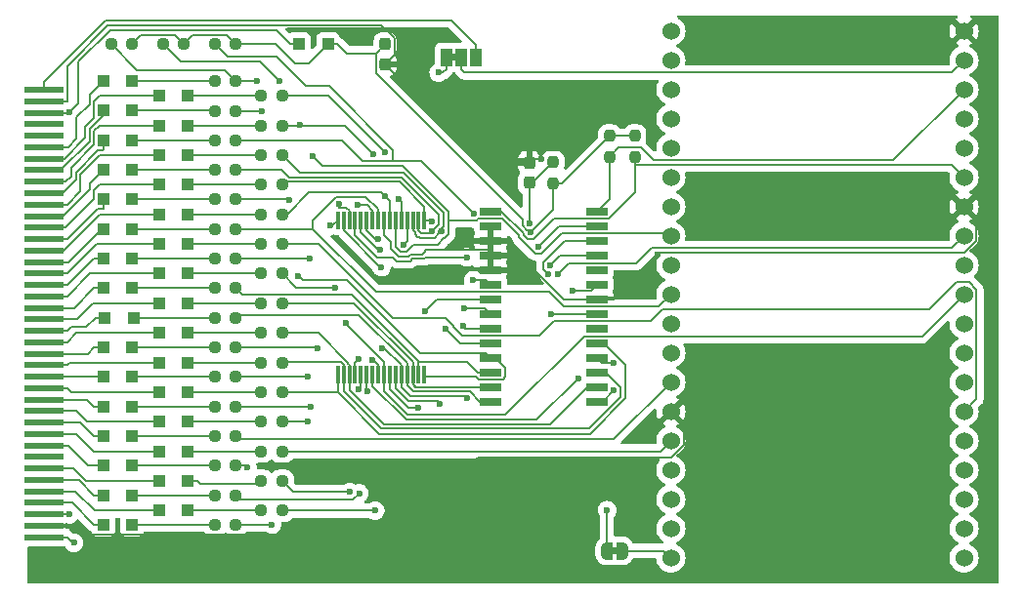
<source format=gbr>
%TF.GenerationSoftware,KiCad,Pcbnew,(6.0.2)*%
%TF.CreationDate,2022-05-01T20:43:16+10:00*%
%TF.ProjectId,brother-esp32,62726f74-6865-4722-9d65-737033322e6b,rev?*%
%TF.SameCoordinates,Original*%
%TF.FileFunction,Copper,L1,Top*%
%TF.FilePolarity,Positive*%
%FSLAX46Y46*%
G04 Gerber Fmt 4.6, Leading zero omitted, Abs format (unit mm)*
G04 Created by KiCad (PCBNEW (6.0.2)) date 2022-05-01 20:43:16*
%MOMM*%
%LPD*%
G01*
G04 APERTURE LIST*
G04 Aperture macros list*
%AMRoundRect*
0 Rectangle with rounded corners*
0 $1 Rounding radius*
0 $2 $3 $4 $5 $6 $7 $8 $9 X,Y pos of 4 corners*
0 Add a 4 corners polygon primitive as box body*
4,1,4,$2,$3,$4,$5,$6,$7,$8,$9,$2,$3,0*
0 Add four circle primitives for the rounded corners*
1,1,$1+$1,$2,$3*
1,1,$1+$1,$4,$5*
1,1,$1+$1,$6,$7*
1,1,$1+$1,$8,$9*
0 Add four rect primitives between the rounded corners*
20,1,$1+$1,$2,$3,$4,$5,0*
20,1,$1+$1,$4,$5,$6,$7,0*
20,1,$1+$1,$6,$7,$8,$9,0*
20,1,$1+$1,$8,$9,$2,$3,0*%
%AMFreePoly0*
4,1,22,0.500000,-0.750000,0.000000,-0.750000,0.000000,-0.745033,-0.079941,-0.743568,-0.215256,-0.701293,-0.333266,-0.622738,-0.424486,-0.514219,-0.481581,-0.384460,-0.499164,-0.250000,-0.500000,-0.250000,-0.500000,0.250000,-0.499164,0.250000,-0.499963,0.256109,-0.478152,0.396186,-0.417904,0.524511,-0.324060,0.630769,-0.204165,0.706417,-0.067858,0.745374,0.000000,0.744959,0.000000,0.750000,
0.500000,0.750000,0.500000,-0.750000,0.500000,-0.750000,$1*%
%AMFreePoly1*
4,1,20,0.000000,0.744959,0.073905,0.744508,0.209726,0.703889,0.328688,0.626782,0.421226,0.519385,0.479903,0.390333,0.500000,0.250000,0.500000,-0.250000,0.499851,-0.262216,0.476331,-0.402017,0.414519,-0.529596,0.319384,-0.634700,0.198574,-0.708877,0.061801,-0.746166,0.000000,-0.745033,0.000000,-0.750000,-0.500000,-0.750000,-0.500000,0.750000,0.000000,0.750000,0.000000,0.744959,
0.000000,0.744959,$1*%
G04 Aperture macros list end*
%TA.AperFunction,SMDPad,CuDef*%
%ADD10R,3.400000X0.600000*%
%TD*%
%TA.AperFunction,SMDPad,CuDef*%
%ADD11RoundRect,0.011200X0.128800X-0.758800X0.128800X0.758800X-0.128800X0.758800X-0.128800X-0.758800X0*%
%TD*%
%TA.AperFunction,SMDPad,CuDef*%
%ADD12RoundRect,0.237500X-0.237500X0.250000X-0.237500X-0.250000X0.237500X-0.250000X0.237500X0.250000X0*%
%TD*%
%TA.AperFunction,SMDPad,CuDef*%
%ADD13RoundRect,0.042000X0.908000X0.258000X-0.908000X0.258000X-0.908000X-0.258000X0.908000X-0.258000X0*%
%TD*%
%TA.AperFunction,SMDPad,CuDef*%
%ADD14R,1.000000X1.000000*%
%TD*%
%TA.AperFunction,SMDPad,CuDef*%
%ADD15RoundRect,0.237500X0.237500X-0.300000X0.237500X0.300000X-0.237500X0.300000X-0.237500X-0.300000X0*%
%TD*%
%TA.AperFunction,SMDPad,CuDef*%
%ADD16RoundRect,0.237500X-0.250000X-0.237500X0.250000X-0.237500X0.250000X0.237500X-0.250000X0.237500X0*%
%TD*%
%TA.AperFunction,ComponentPad*%
%ADD17C,1.524000*%
%TD*%
%TA.AperFunction,SMDPad,CuDef*%
%ADD18R,1.000000X1.500000*%
%TD*%
%TA.AperFunction,SMDPad,CuDef*%
%ADD19FreePoly0,0.000000*%
%TD*%
%TA.AperFunction,SMDPad,CuDef*%
%ADD20FreePoly1,0.000000*%
%TD*%
%TA.AperFunction,SMDPad,CuDef*%
%ADD21RoundRect,0.237500X0.237500X-0.250000X0.237500X0.250000X-0.237500X0.250000X-0.237500X-0.250000X0*%
%TD*%
%TA.AperFunction,ViaPad*%
%ADD22C,0.600000*%
%TD*%
%TA.AperFunction,Conductor*%
%ADD23C,0.200000*%
%TD*%
G04 APERTURE END LIST*
%TO.C,JP1*%
G36*
X102550000Y-39450000D02*
G01*
X102050000Y-39450000D01*
X102050000Y-38850000D01*
X102550000Y-38850000D01*
X102550000Y-39450000D01*
G37*
%TO.C,JP2*%
G36*
X116480000Y-82280000D02*
G01*
X115980000Y-82280000D01*
X115980000Y-81680000D01*
X116480000Y-81680000D01*
X116480000Y-82280000D01*
G37*
%TD*%
D10*
%TO.P,J1,1,Pin_1*%
%TO.N,PRE_TOP*%
X66790000Y-41990000D03*
%TO.P,J1,2,Pin_2*%
%TO.N,GND*%
X66790000Y-42985375D03*
%TO.P,J1,3,Pin_3*%
%TO.N,5V*%
X66790000Y-43980750D03*
%TO.P,J1,4,Pin_4*%
%TO.N,unconnected-(J1-Pad4)*%
X66790000Y-44976125D03*
%TO.P,J1,5,Pin_5*%
%TO.N,unconnected-(J1-Pad5)*%
X66790000Y-45971500D03*
%TO.P,J1,6,Pin_6*%
%TO.N,Net-(D16-Pad2)*%
X66790000Y-46966875D03*
%TO.P,J1,7,Pin_7*%
%TO.N,Net-(D1-Pad1)*%
X66790000Y-47962250D03*
%TO.P,J1,8,Pin_8*%
%TO.N,Net-(D17-Pad1)*%
X66790000Y-48957625D03*
%TO.P,J1,9,Pin_9*%
%TO.N,Net-(D2-Pad2)*%
X66790000Y-49953000D03*
%TO.P,J1,10,Pin_10*%
%TO.N,Net-(D18-Pad2)*%
X66790000Y-50948375D03*
%TO.P,J1,11,Pin_11*%
%TO.N,Net-(D3-Pad2)*%
X66790000Y-51943750D03*
%TO.P,J1,12,Pin_12*%
%TO.N,Net-(D19-Pad2)*%
X66790000Y-52939125D03*
%TO.P,J1,13,Pin_13*%
%TO.N,Net-(D4-Pad2)*%
X66790000Y-53934500D03*
%TO.P,J1,14,Pin_14*%
%TO.N,Net-(D20-Pad2)*%
X66790000Y-54929875D03*
%TO.P,J1,15,Pin_15*%
%TO.N,Net-(D5-Pad1)*%
X66790000Y-55925250D03*
%TO.P,J1,16,Pin_16*%
%TO.N,Net-(D21-Pad1)*%
X66790000Y-56920625D03*
%TO.P,J1,17,Pin_17*%
%TO.N,Net-(D6-Pad1)*%
X66790000Y-57916000D03*
%TO.P,J1,18,Pin_18*%
%TO.N,Net-(D22-Pad1)*%
X66790000Y-58911375D03*
%TO.P,J1,19,Pin_19*%
%TO.N,Net-(D7-Pad1)*%
X66790000Y-59906750D03*
%TO.P,J1,20,Pin_20*%
%TO.N,Net-(D23-Pad2)*%
X66790000Y-60902125D03*
%TO.P,J1,21,Pin_21*%
%TO.N,Net-(D8-Pad2)*%
X66790000Y-61897500D03*
%TO.P,J1,22,Pin_22*%
%TO.N,Net-(D24-Pad2)*%
X66790000Y-62892875D03*
%TO.P,J1,23,Pin_23*%
%TO.N,Net-(D9-Pad2)*%
X66790000Y-63888250D03*
%TO.P,J1,24,Pin_24*%
%TO.N,Net-(D25-Pad2)*%
X66790000Y-64883625D03*
%TO.P,J1,25,Pin_25*%
%TO.N,Net-(D10-Pad2)*%
X66790000Y-65879000D03*
%TO.P,J1,26,Pin_26*%
%TO.N,Net-(D26-Pad2)*%
X66790000Y-66874375D03*
%TO.P,J1,27,Pin_27*%
%TO.N,Net-(D11-Pad2)*%
X66790000Y-67869750D03*
%TO.P,J1,28,Pin_28*%
%TO.N,Net-(D27-Pad2)*%
X66790000Y-68865125D03*
%TO.P,J1,29,Pin_29*%
%TO.N,Net-(D12-Pad2)*%
X66790000Y-69860500D03*
%TO.P,J1,30,Pin_30*%
%TO.N,Net-(D28-Pad1)*%
X66790000Y-70855875D03*
%TO.P,J1,31,Pin_31*%
%TO.N,Net-(D13-Pad1)*%
X66790000Y-71851250D03*
%TO.P,J1,32,Pin_32*%
%TO.N,Net-(D29-Pad2)*%
X66790000Y-72846625D03*
%TO.P,J1,33,Pin_33*%
%TO.N,unconnected-(J1-Pad33)*%
X66790000Y-73842000D03*
%TO.P,J1,34,Pin_34*%
%TO.N,Net-(D30-Pad2)*%
X66790000Y-74837375D03*
%TO.P,J1,35,Pin_35*%
%TO.N,Net-(D14-Pad2)*%
X66790000Y-75832750D03*
%TO.P,J1,36,Pin_36*%
%TO.N,Net-(D31-Pad2)*%
X66790000Y-76828125D03*
%TO.P,J1,37,Pin_37*%
%TO.N,Net-(D15-Pad2)*%
X66790000Y-77823500D03*
%TO.P,J1,38,Pin_38*%
%TO.N,5V*%
X66790000Y-78818875D03*
%TO.P,J1,39,Pin_39*%
%TO.N,GND*%
X66790000Y-79814250D03*
%TO.P,J1,40,Pin_40*%
%TO.N,PRE_BOT*%
X66790000Y-80809625D03*
%TD*%
D11*
%TO.P,U1,1,A11*%
%TO.N,A11*%
X92250000Y-66690000D03*
%TO.P,U1,2,A9*%
%TO.N,A9*%
X92750000Y-66690000D03*
%TO.P,U1,3,A8*%
%TO.N,A8*%
X93250000Y-66690000D03*
%TO.P,U1,4,A13*%
%TO.N,A13*%
X93750000Y-66690000D03*
%TO.P,U1,5,A14*%
%TO.N,A14*%
X94250000Y-66690000D03*
%TO.P,U1,6,A17*%
%TO.N,A17*%
X94750000Y-66690000D03*
%TO.P,U1,7,~{WE}*%
%TO.N,WE*%
X95250000Y-66690000D03*
%TO.P,U1,8,VDD*%
%TO.N,+5V*%
X95750000Y-66690000D03*
%TO.P,U1,9,A18*%
%TO.N,A18*%
X96250000Y-66690000D03*
%TO.P,U1,10,A16*%
%TO.N,A16*%
X96750000Y-66690000D03*
%TO.P,U1,11,A15*%
%TO.N,A15*%
X97250000Y-66690000D03*
%TO.P,U1,12,A12*%
%TO.N,A12*%
X97750000Y-66690000D03*
%TO.P,U1,13,A7*%
%TO.N,A7*%
X98250000Y-66690000D03*
%TO.P,U1,14,A6*%
%TO.N,A6*%
X98750000Y-66690000D03*
%TO.P,U1,15,A5*%
%TO.N,A5*%
X99250000Y-66690000D03*
%TO.P,U1,16,A4*%
%TO.N,A4*%
X99750000Y-66690000D03*
%TO.P,U1,17,A3*%
%TO.N,A3*%
X99750000Y-53310000D03*
%TO.P,U1,18,A2*%
%TO.N,A2*%
X99250000Y-53310000D03*
%TO.P,U1,19,A1*%
%TO.N,A1*%
X98750000Y-53310000D03*
%TO.P,U1,20,A0*%
%TO.N,A0*%
X98250000Y-53310000D03*
%TO.P,U1,21,DQ0*%
%TO.N,Q0*%
X97750000Y-53310000D03*
%TO.P,U1,22,DQ1*%
%TO.N,Q1*%
X97250000Y-53310000D03*
%TO.P,U1,23,DQ2*%
%TO.N,Q2*%
X96750000Y-53310000D03*
%TO.P,U1,24,VSS*%
%TO.N,GND*%
X96250000Y-53310000D03*
%TO.P,U1,25,DQ3*%
%TO.N,Q3*%
X95750000Y-53310000D03*
%TO.P,U1,26,DQ4*%
%TO.N,Q4*%
X95250000Y-53310000D03*
%TO.P,U1,27,DQ5*%
%TO.N,Q5*%
X94750000Y-53310000D03*
%TO.P,U1,28,DQ6*%
%TO.N,Q6*%
X94250000Y-53310000D03*
%TO.P,U1,29,DQ7*%
%TO.N,Q7*%
X93750000Y-53310000D03*
%TO.P,U1,30,~{CE}*%
%TO.N,CE*%
X93250000Y-53310000D03*
%TO.P,U1,31,A10*%
%TO.N,A10*%
X92750000Y-53310000D03*
%TO.P,U1,32,~{OE}*%
%TO.N,OE*%
X92250000Y-53310000D03*
%TD*%
D12*
%TO.P,R35,1*%
%TO.N,Net-(C2-Pad1)*%
X110900000Y-48275000D03*
%TO.P,R35,2*%
%TO.N,+5V*%
X110900000Y-50100000D03*
%TD*%
D13*
%TO.P,U3,1,VSS*%
%TO.N,GND*%
X114690000Y-69040000D03*
%TO.P,U3,2,GP1.0*%
%TO.N,A8*%
X114690000Y-67770000D03*
%TO.P,U3,3,GP1.1*%
%TO.N,A9*%
X114690000Y-66500000D03*
%TO.P,U3,4,GP1.2*%
%TO.N,A10*%
X114690000Y-65230000D03*
%TO.P,U3,5,GP1.3*%
%TO.N,A11*%
X114690000Y-63960000D03*
%TO.P,U3,6,~{INT}*%
%TO.N,unconnected-(U3-Pad6)*%
X114690000Y-62690000D03*
%TO.P,U3,7,GP1.4*%
%TO.N,A12*%
X114690000Y-61420000D03*
%TO.P,U3,8,VSS*%
%TO.N,GND*%
X114690000Y-60150000D03*
%TO.P,U3,9,CLK*%
%TO.N,Net-(C2-Pad1)*%
X114690000Y-58880000D03*
%TO.P,U3,10,TP*%
%TO.N,unconnected-(U3-Pad10)*%
X114690000Y-57610000D03*
%TO.P,U3,11,GP1.5*%
%TO.N,A13*%
X114690000Y-56340000D03*
%TO.P,U3,12,GP1.6*%
%TO.N,A14*%
X114690000Y-55070000D03*
%TO.P,U3,13,GP1.7*%
%TO.N,A15*%
X114690000Y-53800000D03*
%TO.P,U3,14,SCL*%
%TO.N,SCL*%
X114690000Y-52530000D03*
%TO.P,U3,15,SDA*%
%TO.N,SDA*%
X105480000Y-52530000D03*
%TO.P,U3,16,A0*%
%TO.N,GND*%
X105480000Y-53800000D03*
%TO.P,U3,17,A1*%
X105480000Y-55070000D03*
%TO.P,U3,18,A2*%
X105480000Y-56340000D03*
%TO.P,U3,19,VSS*%
X105480000Y-57610000D03*
%TO.P,U3,20,VDD*%
%TO.N,+5V*%
X105480000Y-58880000D03*
%TO.P,U3,21,GP0.0*%
%TO.N,A0*%
X105480000Y-60150000D03*
%TO.P,U3,22,GP0.1*%
%TO.N,A1*%
X105480000Y-61420000D03*
%TO.P,U3,23,GP0.2*%
%TO.N,A2*%
X105480000Y-62690000D03*
%TO.P,U3,24,GP0.3*%
%TO.N,A3*%
X105480000Y-63960000D03*
%TO.P,U3,25,GP0.4*%
%TO.N,A4*%
X105480000Y-65230000D03*
%TO.P,U3,26,GP0.5*%
%TO.N,A5*%
X105480000Y-66500000D03*
%TO.P,U3,27,GP0.6*%
%TO.N,A6*%
X105480000Y-67770000D03*
%TO.P,U3,28,GP0.7*%
%TO.N,A7*%
X105480000Y-69040000D03*
%TD*%
D14*
%TO.P,D6,1,K*%
%TO.N,Net-(D6-Pad1)*%
X76750000Y-55357100D03*
%TO.P,D6,2,A*%
%TO.N,Net-(D6-Pad2)*%
X79250000Y-55357100D03*
%TD*%
%TO.P,D22,1,K*%
%TO.N,Net-(D22-Pad1)*%
X71925000Y-56627600D03*
%TO.P,D22,2,A*%
%TO.N,Net-(D22-Pad2)*%
X74425000Y-56627600D03*
%TD*%
%TO.P,D25,1,K*%
%TO.N,Net-(D25-Pad1)*%
X74425000Y-64327600D03*
%TO.P,D25,2,A*%
%TO.N,Net-(D25-Pad2)*%
X71925000Y-64327600D03*
%TD*%
D15*
%TO.P,C2,1*%
%TO.N,Net-(C2-Pad1)*%
X108830000Y-50050000D03*
%TO.P,C2,2*%
%TO.N,GND*%
X108830000Y-48325000D03*
%TD*%
D14*
%TO.P,D24,1,K*%
%TO.N,Net-(D24-Pad1)*%
X74550000Y-61760900D03*
%TO.P,D24,2,A*%
%TO.N,Net-(D24-Pad2)*%
X72050000Y-61760900D03*
%TD*%
%TO.P,D1,1,K*%
%TO.N,Net-(D1-Pad1)*%
X76750000Y-42500000D03*
%TO.P,D1,2,A*%
%TO.N,Net-(D1-Pad2)*%
X79250000Y-42500000D03*
%TD*%
D16*
%TO.P,R1,1*%
%TO.N,Net-(D16-Pad1)*%
X81587500Y-41230000D03*
%TO.P,R1,2*%
%TO.N,CE*%
X83412500Y-41230000D03*
%TD*%
D14*
%TO.P,D20,1,K*%
%TO.N,Net-(D20-Pad1)*%
X74425000Y-51494300D03*
%TO.P,D20,2,A*%
%TO.N,Net-(D20-Pad2)*%
X71925000Y-51494300D03*
%TD*%
%TO.P,D26,1,K*%
%TO.N,Net-(D26-Pad1)*%
X74425000Y-66894300D03*
%TO.P,D26,2,A*%
%TO.N,Net-(D26-Pad2)*%
X71925000Y-66894300D03*
%TD*%
%TO.P,D30,1,K*%
%TO.N,Net-(D30-Pad1)*%
X79250000Y-75928600D03*
%TO.P,D30,2,A*%
%TO.N,Net-(D30-Pad2)*%
X76750000Y-75928600D03*
%TD*%
D15*
%TO.P,C1,1*%
%TO.N,GND*%
X96340000Y-39752500D03*
%TO.P,C1,2*%
%TO.N,+5V*%
X96340000Y-38027500D03*
%TD*%
D14*
%TO.P,D7,1,K*%
%TO.N,Net-(D7-Pad1)*%
X76750000Y-57928600D03*
%TO.P,D7,2,A*%
%TO.N,Net-(D7-Pad2)*%
X79250000Y-57928600D03*
%TD*%
%TO.P,D29,1,K*%
%TO.N,Net-(D29-Pad1)*%
X74425000Y-74594300D03*
%TO.P,D29,2,A*%
%TO.N,Net-(D29-Pad2)*%
X71925000Y-74594300D03*
%TD*%
%TO.P,D10,1,K*%
%TO.N,Net-(D10-Pad1)*%
X79250000Y-65642900D03*
%TO.P,D10,2,A*%
%TO.N,Net-(D10-Pad2)*%
X76750000Y-65642900D03*
%TD*%
D16*
%TO.P,R6,1*%
%TO.N,Net-(D3-Pad1)*%
X85610000Y-47642900D03*
%TO.P,R6,2*%
%TO.N,A1*%
X87435000Y-47642900D03*
%TD*%
D14*
%TO.P,D28,1,K*%
%TO.N,Net-(D28-Pad1)*%
X71925000Y-72027600D03*
%TO.P,D28,2,A*%
%TO.N,Net-(D28-Pad2)*%
X74425000Y-72027600D03*
%TD*%
D16*
%TO.P,R2,1*%
%TO.N,Net-(D1-Pad2)*%
X85610000Y-42500000D03*
%TO.P,R2,2*%
%TO.N,Q0*%
X87435000Y-42500000D03*
%TD*%
%TO.P,R15,1*%
%TO.N,Net-(D23-Pad1)*%
X81587500Y-59192000D03*
%TO.P,R15,2*%
%TO.N,A5*%
X83412500Y-59192000D03*
%TD*%
%TO.P,R30,1*%
%TO.N,Net-(D31-Pad1)*%
X85610000Y-78500000D03*
%TO.P,R30,2*%
%TO.N,A15*%
X87435000Y-78500000D03*
%TD*%
%TO.P,R28,1*%
%TO.N,Net-(D30-Pad1)*%
X85610000Y-75928600D03*
%TO.P,R28,2*%
%TO.N,A17*%
X87435000Y-75928600D03*
%TD*%
%TO.P,R19,1*%
%TO.N,Net-(D25-Pad1)*%
X81587500Y-64324000D03*
%TO.P,R19,2*%
%TO.N,A18*%
X83412500Y-64324000D03*
%TD*%
%TO.P,R7,1*%
%TO.N,Net-(D19-Pad1)*%
X81587500Y-48928000D03*
%TO.P,R7,2*%
%TO.N,A2*%
X83412500Y-48928000D03*
%TD*%
%TO.P,R5,1*%
%TO.N,Net-(D18-Pad1)*%
X81587500Y-46362000D03*
%TO.P,R5,2*%
%TO.N,WE*%
X83412500Y-46362000D03*
%TD*%
D17*
%TO.P,U2,1,3V3*%
%TO.N,unconnected-(U2-Pad1)*%
X121110000Y-36872500D03*
%TO.P,U2,2,EN*%
%TO.N,unconnected-(U2-Pad2)*%
X121110000Y-39412500D03*
%TO.P,U2,3,GPIO36_ADC-CH0_SENS-VP_RTC-GPIO0*%
%TO.N,unconnected-(U2-Pad3)*%
X121110000Y-41952500D03*
%TO.P,U2,4,GPIO39_ADC1-CH3_SENS-VN_RTC-GPIO3*%
%TO.N,unconnected-(U2-Pad4)*%
X121110000Y-44492500D03*
%TO.P,U2,5,GPIO34_ADC1-CH6_RTC-GPIO4*%
%TO.N,unconnected-(U2-Pad5)*%
X121110000Y-47032500D03*
%TO.P,U2,6,GPIO35_ADC1-CH7_RTC-GPIO5*%
%TO.N,unconnected-(U2-Pad6)*%
X121110000Y-49572500D03*
%TO.P,U2,7,GPIO32_ADC1-CH4_RTC-GPIO9*%
%TO.N,Q0*%
X121110000Y-52112500D03*
%TO.P,U2,8,GPIO33_ADC1-CH5_RTC-GPIO8*%
%TO.N,Q1*%
X121110000Y-54652500D03*
%TO.P,U2,9,GPIO25_ADC2-CH8_DAC1_RTC-GPIO6*%
%TO.N,Q2*%
X121110000Y-57192500D03*
%TO.P,U2,10,GPIO26_ADC2-CH9_DAC2_RTC-GPIO7*%
%TO.N,Q3*%
X121110000Y-59732500D03*
%TO.P,U2,11,GPIO27_ADC2-CH7_RTC-GPIO17*%
%TO.N,Q4*%
X121110000Y-62272500D03*
%TO.P,U2,12,GPIO14_ADC2-CH6_HSPI-CLK_RTC-GPIO16*%
%TO.N,Q5*%
X121110000Y-64812500D03*
%TO.P,U2,13,GPIO12_ADC2-CH5_HSPI-MISO_RTC-GPIO15*%
%TO.N,Q6*%
X121110000Y-67352500D03*
%TO.P,U2,14,GND*%
%TO.N,GND*%
X121110000Y-69892500D03*
%TO.P,U2,15,GPIO13_ADC2-CH4_HSPI-MOSI_RTC-GPIO14*%
%TO.N,Q7*%
X121110000Y-72432500D03*
%TO.P,U2,16,GPIO9_SHD/SD2*%
%TO.N,unconnected-(U2-Pad16)*%
X121110000Y-74972500D03*
%TO.P,U2,17,GPIO10_SWP/SD3*%
%TO.N,unconnected-(U2-Pad17)*%
X121110000Y-77512500D03*
%TO.P,U2,18,GPIO11_CSC/CMD*%
%TO.N,unconnected-(U2-Pad18)*%
X121110000Y-80052500D03*
%TO.P,U2,19,5V*%
%TO.N,Net-(JP2-Pad2)*%
X121110000Y-82592500D03*
%TO.P,U2,20,GPIO6_SCK/CLK*%
%TO.N,unconnected-(U2-Pad20)*%
X146510000Y-82592500D03*
%TO.P,U2,21,GPIO7_SDO/SD0*%
%TO.N,unconnected-(U2-Pad21)*%
X146510000Y-80052500D03*
%TO.P,U2,22,GPIO8_SDI/SD1*%
%TO.N,unconnected-(U2-Pad22)*%
X146510000Y-77512500D03*
%TO.P,U2,23,GPIO0_ADC2-CH1_RTC-GPIO11*%
%TO.N,unconnected-(U2-Pad23)*%
X146510000Y-74972500D03*
%TO.P,U2,24,GPIO15_ADC2-CH3_HSPI-CS0_RTC-GPIO13*%
%TO.N,unconnected-(U2-Pad24)*%
X146510000Y-72432500D03*
%TO.P,U2,25,GPIO2_ADC2-CH2_RTC-GPIO12*%
%TO.N,RY*%
X146510000Y-69892500D03*
%TO.P,U2,26,GPIO4_ADC2-CH0_RTC-GPIO10*%
%TO.N,WE*%
X146510000Y-67352500D03*
%TO.P,U2,27,GPIO16_UART2-RX*%
%TO.N,OE*%
X146510000Y-64812500D03*
%TO.P,U2,28,GPIO17_UART2-TX*%
%TO.N,CE*%
X146510000Y-62272500D03*
%TO.P,U2,29,GPIO5_VSPI-CS0*%
%TO.N,A18*%
X146510000Y-59732500D03*
%TO.P,U2,30,GPIO18_VSPI-CLK*%
%TO.N,A17*%
X146510000Y-57192500D03*
%TO.P,U2,31,GPIO19_VSPI-MISO*%
%TO.N,A16*%
X146510000Y-54652500D03*
%TO.P,U2,32,GND*%
%TO.N,GND*%
X146510000Y-52112500D03*
%TO.P,U2,33,GPIO21_I2C-SDA*%
%TO.N,SDA*%
X146510000Y-49572500D03*
%TO.P,U2,34,GPIO3__UART0-RX*%
%TO.N,unconnected-(U2-Pad34)*%
X146510000Y-47032500D03*
%TO.P,U2,35,GPIO1_UART0-TX*%
%TO.N,unconnected-(U2-Pad35)*%
X146510000Y-44492500D03*
%TO.P,U2,36,GPIO22_I2C-SCL*%
%TO.N,SCL*%
X146510000Y-41952500D03*
%TO.P,U2,37,GPIO23_VSPI-MOSI*%
%TO.N,PRE*%
X146510000Y-39412500D03*
%TO.P,U2,38,GND*%
%TO.N,GND*%
X146510000Y-36872500D03*
%TD*%
D16*
%TO.P,R23,1*%
%TO.N,Net-(D27-Pad1)*%
X81587500Y-69456000D03*
%TO.P,R23,2*%
%TO.N,A12*%
X83412500Y-69456000D03*
%TD*%
D14*
%TO.P,D8,1,K*%
%TO.N,Net-(D8-Pad1)*%
X79250000Y-60500000D03*
%TO.P,D8,2,A*%
%TO.N,Net-(D8-Pad2)*%
X76750000Y-60500000D03*
%TD*%
D16*
%TO.P,R27,1*%
%TO.N,Net-(D29-Pad1)*%
X81587500Y-74588000D03*
%TO.P,R27,2*%
%TO.N,A0*%
X83412500Y-74588000D03*
%TD*%
D14*
%TO.P,D18,1,K*%
%TO.N,Net-(D18-Pad1)*%
X74425000Y-46360900D03*
%TO.P,D18,2,A*%
%TO.N,Net-(D18-Pad2)*%
X71925000Y-46360900D03*
%TD*%
%TO.P,D17,1,K*%
%TO.N,Net-(D17-Pad1)*%
X71925000Y-43794300D03*
%TO.P,D17,2,A*%
%TO.N,Net-(D17-Pad2)*%
X74425000Y-43794300D03*
%TD*%
D16*
%TO.P,R32,1*%
%TO.N,WE*%
X81587500Y-38000000D03*
%TO.P,R32,2*%
%TO.N,+5V*%
X83412500Y-38000000D03*
%TD*%
%TO.P,R21,1*%
%TO.N,Net-(D26-Pad1)*%
X81587500Y-66890000D03*
%TO.P,R21,2*%
%TO.N,A10*%
X83412500Y-66890000D03*
%TD*%
%TO.P,R22,1*%
%TO.N,Net-(D11-Pad1)*%
X85610000Y-68214300D03*
%TO.P,R22,2*%
%TO.N,A11*%
X87435000Y-68214300D03*
%TD*%
D14*
%TO.P,D14,1,K*%
%TO.N,Net-(D14-Pad1)*%
X74425000Y-77160900D03*
%TO.P,D14,2,A*%
%TO.N,Net-(D14-Pad2)*%
X71925000Y-77160900D03*
%TD*%
D18*
%TO.P,JP1,1,A*%
%TO.N,PRE_BOT*%
X101650000Y-39150000D03*
%TO.P,JP1,2,C*%
%TO.N,PRE*%
X102950000Y-39150000D03*
%TO.P,JP1,3,B*%
%TO.N,PRE_TOP*%
X104250000Y-39150000D03*
%TD*%
D16*
%TO.P,R31,1*%
%TO.N,Net-(D15-Pad1)*%
X81587500Y-79720000D03*
%TO.P,R31,2*%
%TO.N,A14*%
X83412500Y-79720000D03*
%TD*%
D19*
%TO.P,JP2,1,A*%
%TO.N,+5V*%
X115580000Y-81980000D03*
D20*
%TO.P,JP2,2,B*%
%TO.N,Net-(JP2-Pad2)*%
X116880000Y-81980000D03*
%TD*%
D14*
%TO.P,D4,1,K*%
%TO.N,Net-(D4-Pad1)*%
X79250000Y-50214300D03*
%TO.P,D4,2,A*%
%TO.N,Net-(D4-Pad2)*%
X76750000Y-50214300D03*
%TD*%
%TO.P,D27,1,K*%
%TO.N,Net-(D27-Pad1)*%
X74425000Y-69460900D03*
%TO.P,D27,2,A*%
%TO.N,Net-(D27-Pad2)*%
X71925000Y-69460900D03*
%TD*%
%TO.P,D2,1,K*%
%TO.N,Net-(D2-Pad1)*%
X79250000Y-45071400D03*
%TO.P,D2,2,A*%
%TO.N,Net-(D2-Pad2)*%
X76750000Y-45071400D03*
%TD*%
D16*
%TO.P,R25,1*%
%TO.N,Net-(D28-Pad2)*%
X81587500Y-72022000D03*
%TO.P,R25,2*%
%TO.N,Q6*%
X83412500Y-72022000D03*
%TD*%
D14*
%TO.P,D21,1,K*%
%TO.N,Net-(D21-Pad1)*%
X71925000Y-54060900D03*
%TO.P,D21,2,A*%
%TO.N,Net-(D21-Pad2)*%
X74425000Y-54060900D03*
%TD*%
%TO.P,D12,1,K*%
%TO.N,Net-(D12-Pad1)*%
X79250000Y-70785700D03*
%TO.P,D12,2,A*%
%TO.N,Net-(D12-Pad2)*%
X76750000Y-70785700D03*
%TD*%
D16*
%TO.P,R16,1*%
%TO.N,Net-(D8-Pad1)*%
X85610000Y-60500000D03*
%TO.P,R16,2*%
%TO.N,A6*%
X87435000Y-60500000D03*
%TD*%
%TO.P,R24,1*%
%TO.N,Net-(D12-Pad1)*%
X85610000Y-70785700D03*
%TO.P,R24,2*%
%TO.N,A13*%
X87435000Y-70785700D03*
%TD*%
%TO.P,R4,1*%
%TO.N,Net-(D2-Pad1)*%
X85610000Y-45071400D03*
%TO.P,R4,2*%
%TO.N,OE*%
X87435000Y-45071400D03*
%TD*%
%TO.P,R29,1*%
%TO.N,Net-(D14-Pad1)*%
X81587500Y-77154000D03*
%TO.P,R29,2*%
%TO.N,A16*%
X83412500Y-77154000D03*
%TD*%
D14*
%TO.P,D19,1,K*%
%TO.N,Net-(D19-Pad1)*%
X74425000Y-48927600D03*
%TO.P,D19,2,A*%
%TO.N,Net-(D19-Pad2)*%
X71925000Y-48927600D03*
%TD*%
D16*
%TO.P,R11,1*%
%TO.N,Net-(D21-Pad2)*%
X81587500Y-54060000D03*
%TO.P,R11,2*%
%TO.N,Q3*%
X83412500Y-54060000D03*
%TD*%
D21*
%TO.P,R36,1*%
%TO.N,SCL*%
X115800000Y-47800000D03*
%TO.P,R36,2*%
%TO.N,+5V*%
X115800000Y-45975000D03*
%TD*%
D16*
%TO.P,R26,1*%
%TO.N,Net-(D13-Pad2)*%
X85610000Y-73357100D03*
%TO.P,R26,2*%
%TO.N,Q7*%
X87435000Y-73357100D03*
%TD*%
D14*
%TO.P,D16,1,K*%
%TO.N,Net-(D16-Pad1)*%
X74425000Y-41227600D03*
%TO.P,D16,2,A*%
%TO.N,Net-(D16-Pad2)*%
X71925000Y-41227600D03*
%TD*%
D16*
%TO.P,R17,1*%
%TO.N,Net-(D24-Pad1)*%
X81587500Y-61758000D03*
%TO.P,R17,2*%
%TO.N,A7*%
X83412500Y-61758000D03*
%TD*%
%TO.P,R13,1*%
%TO.N,Net-(D22-Pad2)*%
X81587500Y-56626000D03*
%TO.P,R13,2*%
%TO.N,Q4*%
X83412500Y-56626000D03*
%TD*%
D21*
%TO.P,R37,1*%
%TO.N,SDA*%
X118000000Y-47800000D03*
%TO.P,R37,2*%
%TO.N,+5V*%
X118000000Y-45975000D03*
%TD*%
D14*
%TO.P,D5,1,K*%
%TO.N,Net-(D5-Pad1)*%
X76750000Y-52785700D03*
%TO.P,D5,2,A*%
%TO.N,Net-(D5-Pad2)*%
X79250000Y-52785700D03*
%TD*%
D16*
%TO.P,R3,1*%
%TO.N,Net-(D17-Pad2)*%
X81587500Y-43796000D03*
%TO.P,R3,2*%
%TO.N,Q1*%
X83412500Y-43796000D03*
%TD*%
D14*
%TO.P,D23,1,K*%
%TO.N,Net-(D23-Pad1)*%
X74425000Y-59194300D03*
%TO.P,D23,2,A*%
%TO.N,Net-(D23-Pad2)*%
X71925000Y-59194300D03*
%TD*%
D16*
%TO.P,R18,1*%
%TO.N,Net-(D9-Pad1)*%
X85610000Y-63071400D03*
%TO.P,R18,2*%
%TO.N,A8*%
X87435000Y-63071400D03*
%TD*%
D14*
%TO.P,D13,1,K*%
%TO.N,Net-(D13-Pad1)*%
X76750000Y-73357100D03*
%TO.P,D13,2,A*%
%TO.N,Net-(D13-Pad2)*%
X79250000Y-73357100D03*
%TD*%
%TO.P,D31,1,K*%
%TO.N,Net-(D31-Pad1)*%
X79250000Y-78500000D03*
%TO.P,D31,2,A*%
%TO.N,Net-(D31-Pad2)*%
X76750000Y-78500000D03*
%TD*%
D16*
%TO.P,R34,1*%
%TO.N,CE*%
X72587500Y-38000000D03*
%TO.P,R34,2*%
%TO.N,+5V*%
X74412500Y-38000000D03*
%TD*%
D14*
%TO.P,D3,1,K*%
%TO.N,Net-(D3-Pad1)*%
X79250000Y-47642900D03*
%TO.P,D3,2,A*%
%TO.N,Net-(D3-Pad2)*%
X76750000Y-47642900D03*
%TD*%
%TO.P,D9,1,K*%
%TO.N,Net-(D9-Pad1)*%
X79250000Y-63071400D03*
%TO.P,D9,2,A*%
%TO.N,Net-(D9-Pad2)*%
X76750000Y-63071400D03*
%TD*%
%TO.P,D32,1,K*%
%TO.N,+5V*%
X91400000Y-37990000D03*
%TO.P,D32,2,A*%
%TO.N,5V*%
X88900000Y-37990000D03*
%TD*%
D16*
%TO.P,R14,1*%
%TO.N,Net-(D7-Pad2)*%
X85610000Y-57928600D03*
%TO.P,R14,2*%
%TO.N,Q5*%
X87435000Y-57928600D03*
%TD*%
%TO.P,R9,1*%
%TO.N,Net-(D20-Pad1)*%
X81587500Y-51494000D03*
%TO.P,R9,2*%
%TO.N,A4*%
X83412500Y-51494000D03*
%TD*%
%TO.P,R12,1*%
%TO.N,Net-(D6-Pad2)*%
X85610000Y-55357100D03*
%TO.P,R12,2*%
%TO.N,RY*%
X87435000Y-55357100D03*
%TD*%
%TO.P,R20,1*%
%TO.N,Net-(D10-Pad1)*%
X85610000Y-65642900D03*
%TO.P,R20,2*%
%TO.N,A9*%
X87435000Y-65642900D03*
%TD*%
%TO.P,R33,1*%
%TO.N,OE*%
X77087500Y-38000000D03*
%TO.P,R33,2*%
%TO.N,+5V*%
X78912500Y-38000000D03*
%TD*%
D14*
%TO.P,D15,1,K*%
%TO.N,Net-(D15-Pad1)*%
X74425000Y-79727600D03*
%TO.P,D15,2,A*%
%TO.N,Net-(D15-Pad2)*%
X71925000Y-79727600D03*
%TD*%
%TO.P,D11,1,K*%
%TO.N,Net-(D11-Pad1)*%
X79250000Y-68214300D03*
%TO.P,D11,2,A*%
%TO.N,Net-(D11-Pad2)*%
X76750000Y-68214300D03*
%TD*%
D16*
%TO.P,R10,1*%
%TO.N,Net-(D5-Pad2)*%
X85610000Y-52785700D03*
%TO.P,R10,2*%
%TO.N,Q2*%
X87435000Y-52785700D03*
%TD*%
%TO.P,R8,1*%
%TO.N,Net-(D4-Pad1)*%
X85610000Y-50214300D03*
%TO.P,R8,2*%
%TO.N,A3*%
X87435000Y-50214300D03*
%TD*%
D22*
%TO.N,GND*%
X119986500Y-56324100D03*
X116152900Y-68069200D03*
X109850700Y-48024300D03*
%TO.N,+5V*%
X115580000Y-78466000D03*
X108926600Y-54346500D03*
X95194900Y-65390400D03*
X103984700Y-58495200D03*
%TO.N,CE*%
X85280000Y-41180000D03*
X92388600Y-51889100D03*
%TO.N,Q0*%
X96366300Y-47435500D03*
X97536200Y-51426900D03*
%TO.N,Q1*%
X90080000Y-47730000D03*
X85650000Y-43800000D03*
%TO.N,OE*%
X87230000Y-41240000D03*
X88940000Y-45030000D03*
X95336300Y-47549000D03*
X91586900Y-53762000D03*
%TO.N,WE*%
X113068000Y-66999600D03*
X104007900Y-52731300D03*
%TO.N,A1*%
X101240380Y-54258780D03*
X103198500Y-60938300D03*
%TO.N,A2*%
X100403900Y-54210600D03*
X103074800Y-62503400D03*
%TO.N,A3*%
X101565400Y-62692700D03*
X100393300Y-53410200D03*
%TO.N,A4*%
X88030000Y-51500000D03*
X88820000Y-58160000D03*
%TO.N,Q2*%
X96307300Y-51196200D03*
%TO.N,Q4*%
X93927300Y-52006000D03*
X89819011Y-56626000D03*
%TO.N,Q5*%
X92039600Y-59121000D03*
X95722700Y-54935500D03*
%TO.N,A18*%
X92910000Y-62250000D03*
X90470000Y-64370000D03*
%TO.N,A10*%
X116153800Y-65688100D03*
X89650200Y-66890000D03*
X96013500Y-57371200D03*
%TO.N,A12*%
X96110000Y-64400000D03*
X110728100Y-61486600D03*
X89900000Y-69530000D03*
X103440000Y-68770000D03*
%TO.N,A13*%
X94019500Y-65384181D03*
X89613900Y-70785700D03*
X110654700Y-57206700D03*
%TO.N,Q6*%
X95902900Y-55824000D03*
%TO.N,Q7*%
X103414400Y-56514900D03*
%TO.N,A0*%
X84421000Y-74738600D03*
X99783800Y-61227100D03*
X97933800Y-55435000D03*
%TO.N,A17*%
X93293900Y-76884800D03*
X94840589Y-68118411D03*
%TO.N,A16*%
X111327600Y-57941900D03*
X94111200Y-76990400D03*
X99180000Y-69590000D03*
%TO.N,A15*%
X95481600Y-78500000D03*
X109613600Y-55599500D03*
X101119400Y-69204900D03*
%TO.N,A14*%
X86526200Y-79720000D03*
X94057844Y-67955580D03*
X110509800Y-58007100D03*
%TO.N,PRE_BOT*%
X69384800Y-81283700D03*
X100991000Y-40479300D03*
%TO.N,Net-(C2-Pad1)*%
X112554200Y-59376700D03*
X108858600Y-53531900D03*
%TO.N,5V*%
X68994500Y-78818900D03*
X69008700Y-43888200D03*
%TD*%
D23*
%TO.N,Net-(D1-Pad2)*%
X85610000Y-42500000D02*
X79250000Y-42500000D01*
%TO.N,GND*%
X98348300Y-56435600D02*
X98540900Y-56243000D01*
X119986500Y-56324100D02*
X116160600Y-60150000D01*
X69271400Y-79814200D02*
X70000900Y-80543700D01*
X147592600Y-53195100D02*
X146510000Y-52112500D01*
X99822000Y-55842700D02*
X105480000Y-55842700D01*
X109850700Y-48024300D02*
X108830000Y-48024300D01*
X99822000Y-56008500D02*
X99822000Y-55842700D01*
X96017200Y-36388200D02*
X97153500Y-37524500D01*
X108830000Y-48024300D02*
X108830000Y-48325000D01*
X96849700Y-55765900D02*
X97519400Y-56435600D01*
X105480000Y-53800000D02*
X105480000Y-55070000D01*
X111803800Y-60150000D02*
X114690000Y-60150000D01*
X96250000Y-53310000D02*
X96250000Y-54600100D01*
X121134900Y-73910100D02*
X122224400Y-72820600D01*
X122224400Y-72820600D02*
X122224400Y-71006900D01*
X114690000Y-69040000D02*
X115182100Y-69040000D01*
X99587500Y-56243000D02*
X99822000Y-56008500D01*
X66790000Y-79814200D02*
X69271400Y-79814200D01*
X97707700Y-80543700D02*
X104341300Y-73910100D01*
X105480000Y-57610000D02*
X109263800Y-57610000D01*
X105480000Y-57610000D02*
X105480000Y-56340000D01*
X147592600Y-55107500D02*
X147592600Y-53195100D01*
X109263800Y-57610000D02*
X111803800Y-60150000D01*
X96340000Y-39752500D02*
X104611800Y-48024300D01*
X104611800Y-48024300D02*
X108830000Y-48024300D01*
X104341300Y-73910100D02*
X121134900Y-73910100D01*
X119986500Y-56324100D02*
X120184100Y-56126500D01*
X122224400Y-71006900D02*
X121110000Y-69892500D01*
X68790300Y-39910200D02*
X72312300Y-36388200D01*
X115182100Y-69040000D02*
X116152900Y-68069200D01*
X116160600Y-60150000D02*
X114690000Y-60150000D01*
X68790300Y-42985400D02*
X68790300Y-39910200D01*
X97519400Y-56435600D02*
X98348300Y-56435600D01*
X146573600Y-56126500D02*
X147592600Y-55107500D01*
X96849700Y-55199800D02*
X96849700Y-55765900D01*
X70000900Y-80543700D02*
X97707700Y-80543700D01*
X96250000Y-54600100D02*
X96849700Y-55199800D01*
X97153500Y-38939000D02*
X96340000Y-39752500D01*
X66790000Y-42985400D02*
X68790300Y-42985400D01*
X98540900Y-56243000D02*
X99587500Y-56243000D01*
X105480000Y-55842700D02*
X105480000Y-56340000D01*
X72312300Y-36388200D02*
X96017200Y-36388200D01*
X97153500Y-37524500D02*
X97153500Y-38939000D01*
X120184100Y-56126500D02*
X146573600Y-56126500D01*
X105480000Y-55070000D02*
X105480000Y-55842700D01*
%TO.N,+5V*%
X111675000Y-50100000D02*
X110900000Y-50100000D01*
X115580000Y-81980000D02*
X115580000Y-78466000D01*
X78912500Y-38000000D02*
X79698100Y-37214400D01*
X82626900Y-37214400D02*
X83412500Y-38000000D01*
X108610000Y-54132200D02*
X108926600Y-54132200D01*
X83412500Y-38000000D02*
X86870000Y-38000000D01*
X86870000Y-38000000D02*
X88540000Y-39670000D01*
X109125100Y-54132200D02*
X110900000Y-52357300D01*
X96340000Y-38027500D02*
X95563700Y-38803800D01*
X91400000Y-37990000D02*
X92200300Y-37990000D01*
X105095200Y-58495200D02*
X103984700Y-58495200D01*
X89720000Y-39670000D02*
X91400000Y-37990000D01*
X118000000Y-45975000D02*
X115800000Y-45975000D01*
X78126900Y-37214400D02*
X75198100Y-37214400D01*
X115800000Y-45975000D02*
X111675000Y-50100000D01*
X95750000Y-65816100D02*
X95750000Y-66690000D01*
X88540000Y-39670000D02*
X89720000Y-39670000D01*
X95563700Y-38803800D02*
X95563700Y-40553100D01*
X105480000Y-58880000D02*
X105095200Y-58495200D01*
X108258300Y-53247700D02*
X108258300Y-53780500D01*
X108258300Y-53780500D02*
X108610000Y-54132200D01*
X95194900Y-65390400D02*
X95324300Y-65390400D01*
X110900000Y-52357300D02*
X110900000Y-50100000D01*
X78912500Y-38000000D02*
X78126900Y-37214400D01*
X95563700Y-40553100D02*
X108258300Y-53247700D01*
X108926600Y-54132200D02*
X109125100Y-54132200D01*
X108926600Y-54132200D02*
X108926600Y-54346500D01*
X95563700Y-38803800D02*
X93014100Y-38803800D01*
X93014100Y-38803800D02*
X92200300Y-37990000D01*
X95324300Y-65390400D02*
X95750000Y-65816100D01*
X75198100Y-37214400D02*
X74412500Y-38000000D01*
X79698100Y-37214400D02*
X82626900Y-37214400D01*
%TO.N,PRE_TOP*%
X102116600Y-35966300D02*
X72125600Y-35966300D01*
X104250000Y-38099700D02*
X102116600Y-35966300D01*
X104250000Y-39150000D02*
X104250000Y-38099700D01*
X66790000Y-41301900D02*
X66790000Y-41990000D01*
X72125600Y-35966300D02*
X66790000Y-41301900D01*
%TO.N,CE*%
X92959400Y-52181800D02*
X93250000Y-52472400D01*
X93250000Y-52472400D02*
X93250000Y-53310000D01*
X92388600Y-52181800D02*
X92959400Y-52181800D01*
X85230000Y-41230000D02*
X85280000Y-41180000D01*
X82444500Y-40262000D02*
X83412500Y-41230000D01*
X72587500Y-38000000D02*
X74849500Y-40262000D01*
X92388600Y-51889100D02*
X92388600Y-52181800D01*
X83412500Y-41230000D02*
X85230000Y-41230000D01*
X74849500Y-40262000D02*
X82444500Y-40262000D01*
%TO.N,Q0*%
X96366300Y-47435500D02*
X91430800Y-42500000D01*
X91430800Y-42500000D02*
X87435000Y-42500000D01*
X97750000Y-53310000D02*
X97750000Y-51640700D01*
X97750000Y-51640700D02*
X97536200Y-51426900D01*
%TO.N,Q1*%
X100873800Y-55442300D02*
X98775500Y-55442300D01*
X92409600Y-48580400D02*
X97899393Y-48580400D01*
X90900400Y-48580400D02*
X92409600Y-48580400D01*
X101839881Y-54476219D02*
X101839881Y-54507103D01*
X101840900Y-54475200D02*
X101839881Y-54476219D01*
X107926000Y-54760900D02*
X109364900Y-56199800D01*
X104256600Y-53331600D02*
X104399900Y-53188300D01*
X109862300Y-56199800D02*
X111627000Y-54435100D01*
X104399900Y-53188300D02*
X106519200Y-53188300D01*
X101839881Y-54507103D02*
X101488703Y-54858281D01*
X90080000Y-47760000D02*
X90900400Y-48580400D01*
X83412500Y-43796000D02*
X85593300Y-43796000D01*
X85593300Y-43796000D02*
X85646000Y-43796000D01*
X101457819Y-54858281D02*
X100873800Y-55442300D01*
X98182500Y-56035300D02*
X97685200Y-56035300D01*
X101840900Y-53331600D02*
X101840900Y-54475200D01*
X101488703Y-54858281D02*
X101457819Y-54858281D01*
X98775500Y-55442300D02*
X98182500Y-56035300D01*
X106519200Y-53188300D02*
X107926000Y-54595100D01*
X101850000Y-53322500D02*
X101840900Y-53331600D01*
X120892600Y-54435100D02*
X121110000Y-54652500D01*
X101840900Y-53331600D02*
X104256600Y-53331600D01*
X85646000Y-43796000D02*
X85650000Y-43800000D01*
X97899393Y-48580400D02*
X101850000Y-52531007D01*
X90080000Y-47730000D02*
X90080000Y-47760000D01*
X107926000Y-54595100D02*
X107926000Y-54760900D01*
X97250000Y-55600100D02*
X97250000Y-53310000D01*
X92313000Y-48580400D02*
X92409600Y-48580400D01*
X97685200Y-56035300D02*
X97250000Y-55600100D01*
X111627000Y-54435100D02*
X120892600Y-54435100D01*
X101850000Y-52531007D02*
X101850000Y-53322500D01*
X109364900Y-56199800D02*
X109862300Y-56199800D01*
%TO.N,OE*%
X92858700Y-45071400D02*
X95336300Y-47549000D01*
X85500989Y-39510989D02*
X78598489Y-39510989D01*
X91586900Y-53762000D02*
X91798000Y-53762000D01*
X87435000Y-45071400D02*
X92858700Y-45071400D01*
X78598489Y-39510989D02*
X77087500Y-38000000D01*
X87230000Y-41240000D02*
X85500989Y-39510989D01*
X91798000Y-53762000D02*
X92250000Y-53310000D01*
%TO.N,WE*%
X82698978Y-39111478D02*
X86971478Y-39111478D01*
X83412500Y-46362000D02*
X92607000Y-46362000D01*
X94425000Y-48180000D02*
X97029900Y-48180000D01*
X91467800Y-41660000D02*
X97029900Y-47222100D01*
X89520000Y-41660000D02*
X91467800Y-41660000D01*
X99456600Y-48180000D02*
X104007900Y-52731300D01*
X113068000Y-66999600D02*
X109478589Y-70589011D01*
X109478589Y-70589011D02*
X98159011Y-70589011D01*
X97029900Y-48180000D02*
X99456600Y-48180000D01*
X97029900Y-47222100D02*
X97029900Y-48180000D01*
X92607000Y-46362000D02*
X94425000Y-48180000D01*
X86971478Y-39111478D02*
X89520000Y-41660000D01*
X81587500Y-38000000D02*
X82698978Y-39111478D01*
X98159011Y-70589011D02*
X95250000Y-67680000D01*
X95250000Y-67680000D02*
X95250000Y-66690000D01*
%TO.N,A1*%
X99156207Y-54767822D02*
X98922178Y-54533793D01*
X101392322Y-53824009D02*
X101392321Y-52983057D01*
X101399206Y-52976171D02*
X101399205Y-52645205D01*
X101016400Y-54447100D02*
X100652600Y-54810900D01*
X103198500Y-60938300D02*
X104998300Y-60938300D01*
X98750000Y-54204300D02*
X98750000Y-53310000D01*
X98922178Y-54376478D02*
X98750000Y-54204300D01*
X99356600Y-54810900D02*
X99313522Y-54767822D01*
X101016400Y-54230500D02*
X101016400Y-54447100D01*
X101399205Y-52645205D02*
X97925569Y-49171570D01*
X88963669Y-49171569D02*
X87435000Y-47642900D01*
X101016400Y-54230500D02*
X101016400Y-54199932D01*
X98922178Y-54533793D02*
X98922178Y-54376478D01*
X101392321Y-52983057D02*
X101399206Y-52976171D01*
X97925569Y-49171570D02*
X88963669Y-49171569D01*
X101212100Y-54230500D02*
X101240380Y-54258780D01*
X100652600Y-54810900D02*
X99356600Y-54810900D01*
X99313522Y-54767822D02*
X99156207Y-54767822D01*
X101016400Y-54199932D02*
X101392322Y-53824009D01*
X104998300Y-60938300D02*
X105480000Y-61420000D01*
X101016400Y-54230500D02*
X101212100Y-54230500D01*
%TO.N,A2*%
X99250000Y-54137024D02*
X99250000Y-53310000D01*
X83412500Y-48928000D02*
X87395660Y-48928000D01*
X99250000Y-53310000D02*
X99250000Y-54138200D01*
X100992811Y-52810689D02*
X100992811Y-53658527D01*
X87395660Y-48928000D02*
X88038740Y-49571080D01*
X99492496Y-54379520D02*
X99250000Y-54137024D01*
X100234200Y-54380300D02*
X100403900Y-54210600D01*
X100992811Y-53658527D02*
X100271818Y-54379520D01*
X99250000Y-54138200D02*
X99492100Y-54380300D01*
X97760087Y-49571081D02*
X100999695Y-52810689D01*
X100999695Y-52810689D02*
X100992811Y-52810689D01*
X99492100Y-54380300D02*
X100234200Y-54380300D01*
X100271818Y-54379520D02*
X99492496Y-54379520D01*
X105480000Y-62690000D02*
X103261400Y-62690000D01*
X88038740Y-49571080D02*
X97760087Y-49571081D01*
X103261400Y-62690000D02*
X103074800Y-62503400D01*
%TO.N,A3*%
X87678700Y-49970600D02*
X87435000Y-50214300D01*
X99750000Y-53310000D02*
X100293100Y-53310000D01*
X97594600Y-49970600D02*
X87678700Y-49970600D01*
X99750000Y-53310000D02*
X99750000Y-52126000D01*
X100293100Y-53310000D02*
X100393300Y-53410200D01*
X102832700Y-63960000D02*
X105480000Y-63960000D01*
X99750000Y-52126000D02*
X97594600Y-49970600D01*
X101565400Y-62692700D02*
X102832700Y-63960000D01*
%TO.N,A4*%
X89255900Y-58499900D02*
X93064300Y-58499900D01*
X88024000Y-51494000D02*
X88030000Y-51500000D01*
X105079800Y-64829800D02*
X105480000Y-65230000D01*
X105480000Y-65230000D02*
X105895500Y-65230000D01*
X93064300Y-58499900D02*
X99394200Y-64829800D01*
X83412500Y-51494000D02*
X88024000Y-51494000D01*
X104428083Y-67102436D02*
X104194054Y-66868407D01*
X106554264Y-67102436D02*
X104428083Y-67102436D01*
X99394200Y-64829800D02*
X105079800Y-64829800D01*
X105895500Y-65230000D02*
X106767600Y-66102100D01*
X99928407Y-66868407D02*
X99750000Y-66690000D01*
X106767600Y-66889100D02*
X106554264Y-67102436D01*
X104194054Y-66868407D02*
X99928407Y-66868407D01*
X88916000Y-58160000D02*
X89255900Y-58499900D01*
X88820000Y-58160000D02*
X88916000Y-58160000D01*
X106767600Y-66102100D02*
X106767600Y-66889100D01*
%TO.N,Q2*%
X96750000Y-51638900D02*
X96307300Y-51196200D01*
X96750000Y-53310000D02*
X96750000Y-51638900D01*
X95957000Y-50845900D02*
X89771924Y-50845900D01*
X87832124Y-52785700D02*
X87435000Y-52785700D01*
X89771924Y-50845900D02*
X87832124Y-52785700D01*
X96307300Y-51196200D02*
X95957000Y-50845900D01*
%TO.N,Q3*%
X95750000Y-52332800D02*
X95750000Y-53310000D01*
X83412500Y-54060000D02*
X90077500Y-54060000D01*
X120036700Y-60805800D02*
X121110000Y-59732500D01*
X110568300Y-59515000D02*
X111859100Y-60805800D01*
X90077500Y-54060000D02*
X90077500Y-53285100D01*
X95532500Y-59515000D02*
X110568300Y-59515000D01*
X94663400Y-51246200D02*
X95750000Y-52332800D01*
X111859100Y-60805800D02*
X120036700Y-60805800D01*
X92116400Y-51246200D02*
X94663400Y-51246200D01*
X90077500Y-53285100D02*
X92116400Y-51246200D01*
X90077500Y-54060000D02*
X95532500Y-59515000D01*
%TO.N,RY*%
X102991100Y-63308800D02*
X109755100Y-63308800D01*
X145866300Y-58652000D02*
X146932600Y-58652000D01*
X146932600Y-58652000D02*
X147592000Y-59311400D01*
X97013300Y-61827400D02*
X101584900Y-61827400D01*
X143515800Y-61002500D02*
X145866300Y-58652000D01*
X90543000Y-55357100D02*
X97013300Y-61827400D01*
X101584900Y-61827400D02*
X102232100Y-62474600D01*
X147592000Y-68810500D02*
X146510000Y-69892500D01*
X119353800Y-62055000D02*
X120406300Y-61002500D01*
X120406300Y-61002500D02*
X143515800Y-61002500D01*
X102232100Y-62474600D02*
X102232100Y-62549800D01*
X102232100Y-62549800D02*
X102991100Y-63308800D01*
X111008900Y-62055000D02*
X119353800Y-62055000D01*
X109755100Y-63308800D02*
X111008900Y-62055000D01*
X147592000Y-59311400D02*
X147592000Y-68810500D01*
X87435000Y-55357100D02*
X90543000Y-55357100D01*
%TO.N,Q4*%
X95250000Y-52473200D02*
X94782800Y-52006000D01*
X94782800Y-52006000D02*
X93927300Y-52006000D01*
X95250000Y-53310000D02*
X95250000Y-52473200D01*
X83412500Y-56626000D02*
X89819011Y-56626000D01*
%TO.N,Q5*%
X95722700Y-54935500D02*
X95479600Y-54935500D01*
X88627400Y-59121000D02*
X92039600Y-59121000D01*
X95479600Y-54935500D02*
X94750000Y-54205900D01*
X94750000Y-54205900D02*
X94750000Y-53310000D01*
X87435000Y-57928600D02*
X88627400Y-59121000D01*
%TO.N,A5*%
X83941900Y-59721400D02*
X93428700Y-59721400D01*
X99250000Y-65602500D02*
X99250000Y-66690000D01*
X104380641Y-66500000D02*
X103483141Y-65602500D01*
X83412500Y-59192000D02*
X83941900Y-59721400D01*
X103483141Y-65602500D02*
X99250000Y-65602500D01*
X93428700Y-59721400D02*
X99250000Y-65542700D01*
X99250000Y-65542700D02*
X99250000Y-65602500D01*
X105480000Y-66500000D02*
X104380641Y-66500000D01*
%TO.N,A6*%
X98750000Y-67517024D02*
X98992976Y-67760000D01*
X93640500Y-60500000D02*
X98750000Y-65609500D01*
X98962200Y-67738400D02*
X98750000Y-67526200D01*
X98750000Y-65609500D02*
X98750000Y-66690000D01*
X87435000Y-60500000D02*
X93640500Y-60500000D01*
X98750000Y-67526200D02*
X98750000Y-66690000D01*
X98992976Y-67760000D02*
X104520653Y-67760000D01*
X104520653Y-67760000D02*
X104530653Y-67770000D01*
X104530653Y-67770000D02*
X105480000Y-67770000D01*
X98750000Y-66690000D02*
X98750000Y-67517024D01*
%TO.N,A7*%
X94066100Y-61491900D02*
X98250000Y-65675800D01*
X98784090Y-68170490D02*
X103700490Y-68170490D01*
X83678600Y-61491900D02*
X94066100Y-61491900D01*
X83412500Y-61758000D02*
X83678600Y-61491900D01*
X98250000Y-67636400D02*
X98784090Y-68170490D01*
X104570000Y-69040000D02*
X105480000Y-69040000D01*
X103700490Y-68170490D02*
X104570000Y-69040000D01*
X98250000Y-65675800D02*
X98250000Y-66690000D01*
X98250000Y-66690000D02*
X98250000Y-67636400D01*
%TO.N,A8*%
X93250000Y-66690000D02*
X93250000Y-65861800D01*
X90576800Y-63071400D02*
X87435000Y-63071400D01*
X93250000Y-65861800D02*
X93150300Y-65762100D01*
X93250000Y-68022900D02*
X93250000Y-66690000D01*
X93150300Y-65762100D02*
X93150300Y-65644900D01*
X93150300Y-65644900D02*
X90576800Y-63071400D01*
X113832900Y-67770000D02*
X110614387Y-70988513D01*
X96215613Y-70988513D02*
X93250000Y-68022900D01*
X114690000Y-67770000D02*
X113832900Y-67770000D01*
X110614387Y-70988513D02*
X96215613Y-70988513D01*
%TO.N,A18*%
X96250000Y-68115006D02*
X96250000Y-66690000D01*
X146510000Y-59732500D02*
X142883200Y-63359300D01*
X98324495Y-70189501D02*
X96250000Y-68115006D01*
X92946500Y-62293000D02*
X96250000Y-65596500D01*
X113594500Y-63359300D02*
X106764299Y-70189501D01*
X83412500Y-64324000D02*
X85621200Y-64324000D01*
X90424000Y-64324000D02*
X90470000Y-64370000D01*
X106764299Y-70189501D02*
X98324495Y-70189501D01*
X96250000Y-65596500D02*
X96250000Y-66690000D01*
X85621200Y-64324000D02*
X90424000Y-64324000D01*
X142883200Y-63359300D02*
X113594500Y-63359300D01*
%TO.N,A9*%
X114690000Y-66500000D02*
X115477400Y-66500000D01*
X87435000Y-65642900D02*
X87492600Y-65585300D01*
X92489200Y-65585300D02*
X92750000Y-65846100D01*
X92750000Y-68118600D02*
X92750000Y-66690000D01*
X92750000Y-65846100D02*
X92750000Y-66690000D01*
X87492600Y-65585300D02*
X92489200Y-65585300D01*
X96019434Y-71388034D02*
X92750000Y-68118600D01*
X113994366Y-71388034D02*
X96019434Y-71388034D01*
X115477400Y-66500000D02*
X116779000Y-67801600D01*
X116779000Y-67801600D02*
X116779000Y-68603400D01*
X116779000Y-68603400D02*
X113994366Y-71388034D01*
%TO.N,A10*%
X95925700Y-57371200D02*
X96013500Y-57371200D01*
X116153800Y-65688100D02*
X115148100Y-65688100D01*
X115148100Y-65688100D02*
X114690000Y-65230000D01*
X92750000Y-54195500D02*
X95925700Y-57371200D01*
X92750000Y-53310000D02*
X92750000Y-54195500D01*
X83412500Y-66890000D02*
X89650200Y-66890000D01*
%TO.N,A11*%
X117179500Y-68769200D02*
X117179500Y-65832300D01*
X114125600Y-71823100D02*
X117179500Y-68769200D01*
X92250000Y-68214300D02*
X95858800Y-71823100D01*
X115307200Y-63960000D02*
X114690000Y-63960000D01*
X92250000Y-66690000D02*
X92250000Y-68214300D01*
X95858800Y-71823100D02*
X114125600Y-71823100D01*
X117179500Y-65832300D02*
X115307200Y-63960000D01*
X92250000Y-68214300D02*
X87435000Y-68214300D01*
%TO.N,A12*%
X96287024Y-64400000D02*
X97750000Y-65862976D01*
X96110000Y-64400000D02*
X96287024Y-64400000D01*
X97750000Y-67731900D02*
X97750000Y-66690000D01*
X83412500Y-69456000D02*
X89826000Y-69456000D01*
X103250000Y-68580000D02*
X103440000Y-68770000D01*
X114623400Y-61486600D02*
X110728100Y-61486600D01*
X97750000Y-65862976D02*
X97750000Y-66690000D01*
X114690000Y-61420000D02*
X114623400Y-61486600D01*
X89826000Y-69456000D02*
X89900000Y-69530000D01*
X98562100Y-68580000D02*
X103250000Y-68580000D01*
X97750000Y-67767900D02*
X98562100Y-68580000D01*
%TO.N,A13*%
X93750000Y-65653681D02*
X94019500Y-65384181D01*
X87435000Y-70785700D02*
X89613900Y-70785700D01*
X114690000Y-56340000D02*
X111521400Y-56340000D01*
X111521400Y-56340000D02*
X110654700Y-57206700D01*
X93750000Y-66690000D02*
X93750000Y-65653681D01*
%TO.N,Q6*%
X116184200Y-72278300D02*
X121110000Y-67352500D01*
X83668800Y-72278300D02*
X116184200Y-72278300D01*
X83412500Y-72022000D02*
X83668800Y-72278300D01*
X94250000Y-54371700D02*
X95702300Y-55824000D01*
X95702300Y-55824000D02*
X95902900Y-55824000D01*
X94250000Y-53310000D02*
X94250000Y-54371700D01*
%TO.N,Q7*%
X97353600Y-56835900D02*
X98514100Y-56835900D01*
X93750000Y-54584800D02*
X95680100Y-56514900D01*
X99881700Y-56514900D02*
X103414400Y-56514900D01*
X87435000Y-73357100D02*
X120185400Y-73357100D01*
X93750000Y-53310000D02*
X93750000Y-54584800D01*
X98706700Y-56643300D02*
X99753300Y-56643300D01*
X99753300Y-56643300D02*
X99881700Y-56514900D01*
X120185400Y-73357100D02*
X121110000Y-72432500D01*
X98514100Y-56835900D02*
X98706700Y-56643300D01*
X97032600Y-56514900D02*
X97353600Y-56835900D01*
X95680100Y-56514900D02*
X97032600Y-56514900D01*
%TO.N,A0*%
X83412500Y-74588000D02*
X84270400Y-74588000D01*
X100860900Y-60150000D02*
X105480000Y-60150000D01*
X84270400Y-74588000D02*
X84421000Y-74738600D01*
X99783800Y-61227100D02*
X100860900Y-60150000D01*
X98250000Y-55118800D02*
X98250000Y-53310000D01*
X97933800Y-55435000D02*
X98250000Y-55118800D01*
%TO.N,A17*%
X94750000Y-66690000D02*
X94750000Y-68027822D01*
X94750000Y-68027822D02*
X94840589Y-68118411D01*
X88391200Y-76884800D02*
X93293900Y-76884800D01*
X87435000Y-75928600D02*
X88391200Y-76884800D01*
%TO.N,A16*%
X98405100Y-69590000D02*
X99180000Y-69590000D01*
X146510000Y-54652500D02*
X145438700Y-55723800D01*
X96750000Y-67898900D02*
X96750000Y-66690000D01*
X96750000Y-67934900D02*
X98405100Y-69590000D01*
X119421600Y-55723800D02*
X118136000Y-57009400D01*
X118136000Y-57009400D02*
X112260100Y-57009400D01*
X83412500Y-77154000D02*
X83784800Y-77526300D01*
X112260100Y-57009400D02*
X111327600Y-57941900D01*
X93575300Y-77526300D02*
X94111200Y-76990400D01*
X145438700Y-55723800D02*
X119421600Y-55723800D01*
X83784800Y-77526300D02*
X93575300Y-77526300D01*
%TO.N,A15*%
X98869065Y-68979511D02*
X98868276Y-68980300D01*
X101119400Y-69204900D02*
X100894011Y-68979511D01*
X114690000Y-53800000D02*
X111413100Y-53800000D01*
X111413100Y-53800000D02*
X109613600Y-55599500D01*
X97250000Y-67869906D02*
X97250000Y-66690000D01*
X98360394Y-68980300D02*
X97250000Y-67869906D01*
X100894011Y-68979511D02*
X98869065Y-68979511D01*
X87435000Y-78500000D02*
X95481600Y-78500000D01*
X98868276Y-68980300D02*
X98360394Y-68980300D01*
%TO.N,A14*%
X83412500Y-79720000D02*
X86526200Y-79720000D01*
X110054400Y-56954300D02*
X110054400Y-57551700D01*
X111938700Y-55070000D02*
X110054400Y-56954300D01*
X114690000Y-55070000D02*
X111938700Y-55070000D01*
X94250000Y-66690000D02*
X94250000Y-67763424D01*
X110054400Y-57551700D02*
X110509800Y-58007100D01*
X94250000Y-67763424D02*
X94057844Y-67955580D01*
%TO.N,PRE*%
X145441000Y-40481500D02*
X146510000Y-39412500D01*
X102950000Y-39150000D02*
X102950000Y-40200300D01*
X103231200Y-40481500D02*
X145441000Y-40481500D01*
X102950000Y-40200300D02*
X103231200Y-40481500D01*
%TO.N,Net-(D1-Pad1)*%
X68523264Y-47962250D02*
X70326467Y-46159047D01*
X66790000Y-47962250D02*
X68523264Y-47962250D01*
X71125489Y-44431402D02*
X71125489Y-42994789D01*
X71125489Y-42994789D02*
X71620278Y-42500000D01*
X71620278Y-42500000D02*
X76750000Y-42500000D01*
X70326467Y-46159047D02*
X70326469Y-45230421D01*
X70326469Y-45230421D02*
X71125489Y-44431402D01*
%TO.N,Net-(D2-Pad1)*%
X85610000Y-45071400D02*
X79250000Y-45071400D01*
%TO.N,Net-(D2-Pad2)*%
X69130000Y-48750000D02*
X69130000Y-49513000D01*
X71615478Y-45071400D02*
X71125489Y-45561389D01*
X71125489Y-45561389D02*
X71125489Y-46754511D01*
X68690000Y-49953000D02*
X66790000Y-49953000D01*
X71125489Y-46754511D02*
X69130000Y-48750000D01*
X76750000Y-45071400D02*
X71615478Y-45071400D01*
X69130000Y-49513000D02*
X68690000Y-49953000D01*
%TO.N,Net-(D3-Pad1)*%
X85610000Y-47642900D02*
X79250000Y-47642900D01*
%TO.N,Net-(D3-Pad2)*%
X69939511Y-49340489D02*
X71637100Y-47642900D01*
X66790000Y-51943700D02*
X68790300Y-51943700D01*
X69939511Y-50794489D02*
X69939511Y-49340489D01*
X71637100Y-47642900D02*
X76750000Y-47642900D01*
X68790300Y-51943700D02*
X69939511Y-50794489D01*
%TO.N,Net-(D4-Pad1)*%
X85610000Y-50214300D02*
X79250000Y-50214300D01*
%TO.N,Net-(D4-Pad2)*%
X71125489Y-50694789D02*
X71125489Y-51444511D01*
X71125489Y-51444511D02*
X68635500Y-53934500D01*
X71605978Y-50214300D02*
X71125489Y-50694789D01*
X68635500Y-53934500D02*
X66790000Y-53934500D01*
X76750000Y-50214300D02*
X71605978Y-50214300D01*
%TO.N,Net-(D5-Pad1)*%
X68486100Y-55925200D02*
X66790000Y-55925200D01*
X71625600Y-52785700D02*
X68486100Y-55925200D01*
X76750000Y-52785700D02*
X71625600Y-52785700D01*
%TO.N,Net-(D5-Pad2)*%
X85610000Y-52785700D02*
X79250000Y-52785700D01*
%TO.N,Net-(D6-Pad1)*%
X68790300Y-57916000D02*
X71349200Y-55357100D01*
X66790000Y-57916000D02*
X68790300Y-57916000D01*
X71349200Y-55357100D02*
X75949700Y-55357100D01*
X76750000Y-55357100D02*
X75949700Y-55357100D01*
%TO.N,Net-(D6-Pad2)*%
X85610000Y-55357100D02*
X79250000Y-55357100D01*
%TO.N,Net-(D7-Pad1)*%
X66790000Y-59906700D02*
X68790300Y-59906700D01*
X68790300Y-59906700D02*
X70768400Y-57928600D01*
X70768400Y-57928600D02*
X76750000Y-57928600D01*
%TO.N,Net-(D7-Pad2)*%
X85610000Y-57928600D02*
X79250000Y-57928600D01*
%TO.N,Net-(D8-Pad1)*%
X85610000Y-60500000D02*
X80050300Y-60500000D01*
X79250000Y-60500000D02*
X80050300Y-60500000D01*
%TO.N,Net-(D8-Pad2)*%
X69625000Y-61897500D02*
X66790000Y-61897500D01*
X71022500Y-60500000D02*
X69625000Y-61897500D01*
X76750000Y-60500000D02*
X71022500Y-60500000D01*
%TO.N,Net-(D9-Pad1)*%
X79250000Y-63071400D02*
X85610000Y-63071400D01*
%TO.N,Net-(D9-Pad2)*%
X75949700Y-63071400D02*
X69607100Y-63071400D01*
X76750000Y-63071400D02*
X75949700Y-63071400D01*
X66790000Y-63888200D02*
X68790300Y-63888200D01*
X69607100Y-63071400D02*
X68790300Y-63888200D01*
%TO.N,Net-(D10-Pad1)*%
X85610000Y-65642900D02*
X79250000Y-65642900D01*
%TO.N,Net-(D10-Pad2)*%
X69026400Y-65642900D02*
X76750000Y-65642900D01*
X66790000Y-65879000D02*
X68790300Y-65879000D01*
X68790300Y-65879000D02*
X69026400Y-65642900D01*
%TO.N,Net-(D11-Pad1)*%
X85610000Y-68214300D02*
X79250000Y-68214300D01*
%TO.N,Net-(D11-Pad2)*%
X66790000Y-67869700D02*
X68790300Y-67869700D01*
X76750000Y-68214300D02*
X69134900Y-68214300D01*
X69134900Y-68214300D02*
X68790300Y-67869700D01*
%TO.N,Net-(D12-Pad1)*%
X85610000Y-70785700D02*
X79250000Y-70785700D01*
%TO.N,Net-(D12-Pad2)*%
X70537100Y-70785700D02*
X69611900Y-69860500D01*
X69611900Y-69860500D02*
X66790000Y-69860500D01*
X76750000Y-70785700D02*
X70537100Y-70785700D01*
%TO.N,Net-(D13-Pad1)*%
X71068400Y-73357100D02*
X69562500Y-71851200D01*
X76750000Y-73357100D02*
X71068400Y-73357100D01*
X69562500Y-71851200D02*
X66790000Y-71851200D01*
%TO.N,Net-(D13-Pad2)*%
X79250000Y-73357100D02*
X85610000Y-73357100D01*
%TO.N,Net-(D14-Pad1)*%
X74425000Y-77160900D02*
X75225300Y-77160900D01*
X75225300Y-77160900D02*
X81580600Y-77160900D01*
X81580600Y-77160900D02*
X81587500Y-77154000D01*
%TO.N,Net-(D14-Pad2)*%
X71124700Y-77160900D02*
X69796600Y-75832800D01*
X69796600Y-75832800D02*
X66790000Y-75832800D01*
X71925000Y-77160900D02*
X71124700Y-77160900D01*
%TO.N,Net-(D15-Pad1)*%
X74425000Y-79727600D02*
X81579900Y-79727600D01*
X81579900Y-79727600D02*
X81587500Y-79720000D01*
%TO.N,Net-(D15-Pad2)*%
X69220600Y-77823500D02*
X66790000Y-77823500D01*
X71925000Y-79727600D02*
X71124700Y-79727600D01*
X71124700Y-79727600D02*
X69220600Y-77823500D01*
%TO.N,Net-(D16-Pad1)*%
X81587500Y-41230000D02*
X81585100Y-41227600D01*
X81585100Y-41227600D02*
X74425000Y-41227600D01*
%TO.N,Net-(D16-Pad2)*%
X69600000Y-44352900D02*
X70725978Y-43226922D01*
X70725978Y-42426622D02*
X71925000Y-41227600D01*
X68873100Y-46966900D02*
X69600000Y-46240000D01*
X69600000Y-46240000D02*
X69600000Y-44352900D01*
X66790000Y-46966900D02*
X68873100Y-46966900D01*
X70725978Y-43226922D02*
X70725978Y-42426622D01*
%TO.N,Net-(D17-Pad1)*%
X70725979Y-45395905D02*
X71925000Y-44196885D01*
X66790000Y-48957625D02*
X68222884Y-48957625D01*
X70725979Y-46454530D02*
X70725979Y-45395905D01*
X68222884Y-48957625D02*
X70725979Y-46454530D01*
X71925000Y-44196885D02*
X71925000Y-43794300D01*
%TO.N,Net-(D17-Pad2)*%
X81585800Y-43794300D02*
X74425000Y-43794300D01*
X81587500Y-43796000D02*
X81585800Y-43794300D01*
%TO.N,Net-(D18-Pad1)*%
X81587500Y-46362000D02*
X81586400Y-46360900D01*
X81586400Y-46360900D02*
X74425000Y-46360900D01*
%TO.N,Net-(D18-Pad2)*%
X68393622Y-50948400D02*
X69540000Y-49802022D01*
X71925000Y-47121847D02*
X71925000Y-46360900D01*
X71468096Y-47220489D02*
X71826358Y-47220489D01*
X69540000Y-49802022D02*
X69540000Y-49148585D01*
X66790000Y-50948400D02*
X68393622Y-50948400D01*
X71826358Y-47220489D02*
X71925000Y-47121847D01*
X69540000Y-49148585D02*
X71468096Y-47220489D01*
%TO.N,Net-(D19-Pad1)*%
X74425000Y-48927600D02*
X75225300Y-48927600D01*
X75225300Y-48927600D02*
X75225700Y-48928000D01*
X75225700Y-48928000D02*
X81587500Y-48928000D01*
%TO.N,Net-(D19-Pad2)*%
X71925000Y-48927600D02*
X70725978Y-50126622D01*
X70725978Y-50588022D02*
X68374900Y-52939100D01*
X70725978Y-50126622D02*
X70725978Y-50588022D01*
X68374900Y-52939100D02*
X66790000Y-52939100D01*
%TO.N,Net-(D20-Pad1)*%
X75225600Y-51494000D02*
X75225300Y-51494300D01*
X74425000Y-51494300D02*
X75225300Y-51494300D01*
X81587500Y-51494000D02*
X75225600Y-51494000D01*
%TO.N,Net-(D20-Pad2)*%
X66790000Y-54929900D02*
X68790300Y-54929900D01*
X71425600Y-52294600D02*
X68790300Y-54929900D01*
X71925000Y-52294600D02*
X71425600Y-52294600D01*
X71925000Y-51494300D02*
X71925000Y-52294600D01*
%TO.N,Net-(D21-Pad1)*%
X71925000Y-54060900D02*
X71749100Y-54060900D01*
X68889400Y-56920600D02*
X66790000Y-56920600D01*
X71749100Y-54060900D02*
X68889400Y-56920600D01*
%TO.N,Net-(D21-Pad2)*%
X81587500Y-54060000D02*
X81586600Y-54060900D01*
X81586600Y-54060900D02*
X74425000Y-54060900D01*
%TO.N,Net-(D22-Pad1)*%
X68840900Y-58911400D02*
X71124700Y-56627600D01*
X66790000Y-58911400D02*
X68790300Y-58911400D01*
X71925000Y-56627600D02*
X71124700Y-56627600D01*
X68790300Y-58911400D02*
X68840900Y-58911400D01*
%TO.N,Net-(D22-Pad2)*%
X74425000Y-56627600D02*
X75225300Y-56627600D01*
X75226900Y-56626000D02*
X75225300Y-56627600D01*
X81587500Y-56626000D02*
X75226900Y-56626000D01*
%TO.N,Net-(D23-Pad1)*%
X74425000Y-59194300D02*
X81585200Y-59194300D01*
X81585200Y-59194300D02*
X81587500Y-59192000D01*
%TO.N,Net-(D23-Pad2)*%
X71124700Y-59194300D02*
X69416900Y-60902100D01*
X69416900Y-60902100D02*
X66790000Y-60902100D01*
X71925000Y-59194300D02*
X71124700Y-59194300D01*
%TO.N,Net-(D24-Pad1)*%
X74550000Y-61760900D02*
X75350300Y-61760900D01*
X75353200Y-61758000D02*
X75350300Y-61760900D01*
X81587500Y-61758000D02*
X75353200Y-61758000D01*
%TO.N,Net-(D24-Pad2)*%
X70449400Y-62561200D02*
X71249700Y-61760900D01*
X66790000Y-62892900D02*
X68790300Y-62892900D01*
X68790300Y-62892900D02*
X69122000Y-62561200D01*
X72050000Y-61760900D02*
X71249700Y-61760900D01*
X69122000Y-62561200D02*
X70449400Y-62561200D01*
%TO.N,Net-(D25-Pad1)*%
X81587500Y-64324000D02*
X75228900Y-64324000D01*
X75228900Y-64324000D02*
X75225300Y-64327600D01*
X74425000Y-64327600D02*
X75225300Y-64327600D01*
%TO.N,Net-(D25-Pad2)*%
X66790000Y-64883600D02*
X70568700Y-64883600D01*
X70568700Y-64883600D02*
X71124700Y-64327600D01*
X71925000Y-64327600D02*
X71124700Y-64327600D01*
%TO.N,Net-(D26-Pad1)*%
X81587500Y-66890000D02*
X75229600Y-66890000D01*
X74425000Y-66894300D02*
X75225300Y-66894300D01*
X75229600Y-66890000D02*
X75225300Y-66894300D01*
%TO.N,Net-(D26-Pad2)*%
X71104800Y-66874400D02*
X71124700Y-66894300D01*
X71925000Y-66894300D02*
X71124700Y-66894300D01*
X66790000Y-66874400D02*
X71104800Y-66874400D01*
%TO.N,Net-(D27-Pad1)*%
X74425000Y-69460900D02*
X81582600Y-69460900D01*
X81582600Y-69460900D02*
X81587500Y-69456000D01*
%TO.N,Net-(D27-Pad2)*%
X71925000Y-69460900D02*
X71124700Y-69460900D01*
X70528900Y-68865100D02*
X66790000Y-68865100D01*
X71124700Y-69460900D02*
X70528900Y-68865100D01*
%TO.N,Net-(D28-Pad1)*%
X69953000Y-70855900D02*
X71124700Y-72027600D01*
X71925000Y-72027600D02*
X71124700Y-72027600D01*
X66790000Y-70855900D02*
X68790300Y-70855900D01*
X68790300Y-70855900D02*
X69953000Y-70855900D01*
%TO.N,Net-(D28-Pad2)*%
X74425000Y-72027600D02*
X75225300Y-72027600D01*
X75230900Y-72022000D02*
X75225300Y-72027600D01*
X81587500Y-72022000D02*
X75230900Y-72022000D01*
%TO.N,Net-(D29-Pad1)*%
X81581200Y-74594300D02*
X81587500Y-74588000D01*
X75225300Y-74594300D02*
X81581200Y-74594300D01*
X74425000Y-74594300D02*
X75225300Y-74594300D01*
%TO.N,Net-(D29-Pad2)*%
X70624600Y-74594300D02*
X71925000Y-74594300D01*
X66790000Y-72846600D02*
X68876900Y-72846600D01*
X68876900Y-72846600D02*
X70624600Y-74594300D01*
%TO.N,Net-(D30-Pad1)*%
X80331600Y-76209900D02*
X80050300Y-75928600D01*
X79250000Y-75928600D02*
X80050300Y-75928600D01*
X85610000Y-75928600D02*
X85328700Y-76209900D01*
X85328700Y-76209900D02*
X80331600Y-76209900D01*
%TO.N,Net-(D30-Pad2)*%
X70458700Y-75928600D02*
X76750000Y-75928600D01*
X69367500Y-74837400D02*
X70458700Y-75928600D01*
X66790000Y-74837400D02*
X69367500Y-74837400D01*
%TO.N,Net-(D31-Pad1)*%
X85610000Y-78500000D02*
X80050300Y-78500000D01*
X79250000Y-78500000D02*
X80050300Y-78500000D01*
%TO.N,Net-(D31-Pad2)*%
X69514000Y-76828100D02*
X66790000Y-76828100D01*
X71185900Y-78500000D02*
X69514000Y-76828100D01*
X76750000Y-78500000D02*
X71185900Y-78500000D01*
%TO.N,PRE_BOT*%
X101371000Y-40479300D02*
X100991000Y-40479300D01*
X69264400Y-81283700D02*
X68790300Y-80809600D01*
X101650000Y-40200300D02*
X101371000Y-40479300D01*
X101650000Y-39150000D02*
X101650000Y-40200300D01*
X66790000Y-80809600D02*
X68790300Y-80809600D01*
X69384800Y-81283700D02*
X69264400Y-81283700D01*
%TO.N,Net-(JP2-Pad2)*%
X116880000Y-81980000D02*
X120497500Y-81980000D01*
X120497500Y-81980000D02*
X121110000Y-82592500D01*
%TO.N,Net-(C2-Pad1)*%
X108830000Y-50050000D02*
X108858600Y-50050000D01*
X109125000Y-50050000D02*
X110900000Y-48275000D01*
X114690000Y-58880000D02*
X114193300Y-59376700D01*
X108858600Y-50050000D02*
X108858600Y-53531900D01*
X108858600Y-50050000D02*
X109125000Y-50050000D01*
X114193300Y-59376700D02*
X112554200Y-59376700D01*
%TO.N,SCL*%
X115800000Y-51420000D02*
X114690000Y-52530000D01*
X140366400Y-48096100D02*
X119583300Y-48096100D01*
X115800000Y-47800000D02*
X115800000Y-51420000D01*
X116590900Y-47009100D02*
X115800000Y-47800000D01*
X146510000Y-41952500D02*
X140366400Y-48096100D01*
X119583300Y-48096100D02*
X118496300Y-47009100D01*
X118496300Y-47009100D02*
X116590900Y-47009100D01*
%TO.N,SDA*%
X108326300Y-54414600D02*
X108326300Y-54595100D01*
X118000000Y-48510100D02*
X118000000Y-47800000D01*
X118000000Y-50874000D02*
X118000000Y-48510100D01*
X146510000Y-49572500D02*
X145447600Y-48510100D01*
X108326300Y-54595100D02*
X108678000Y-54946800D01*
X115709100Y-53164900D02*
X118000000Y-50874000D01*
X108678000Y-54946800D02*
X109175300Y-54946800D01*
X106441700Y-52530000D02*
X108326300Y-54414600D01*
X109175300Y-54946800D02*
X110957100Y-53165000D01*
X110957100Y-53165000D02*
X110957100Y-53164900D01*
X110957100Y-53164900D02*
X115709100Y-53164900D01*
X105480000Y-52530000D02*
X106441700Y-52530000D01*
X145447600Y-48510100D02*
X118000000Y-48510100D01*
%TO.N,5V*%
X66790000Y-78818900D02*
X68790300Y-78818900D01*
X69778700Y-43118200D02*
X69778700Y-39555800D01*
X66790000Y-43980800D02*
X68790300Y-43980800D01*
X69778700Y-39555800D02*
X72529700Y-36804800D01*
X68882900Y-43888200D02*
X69008700Y-43888200D01*
X69008700Y-43888200D02*
X69778700Y-43118200D01*
X68790300Y-43980800D02*
X68882900Y-43888200D01*
X86914500Y-36804800D02*
X88099700Y-37990000D01*
X88900000Y-37990000D02*
X88099700Y-37990000D01*
X72529700Y-36804800D02*
X86914500Y-36804800D01*
X68790300Y-78818900D02*
X68994500Y-78818900D01*
%TD*%
%TA.AperFunction,Conductor*%
%TO.N,GND*%
G36*
X145930876Y-35528002D02*
G01*
X145977369Y-35581658D01*
X145987473Y-35651932D01*
X145957979Y-35716512D01*
X145916005Y-35748195D01*
X145877559Y-35766123D01*
X145868068Y-35771603D01*
X145824235Y-35802294D01*
X145815860Y-35812771D01*
X145822928Y-35826218D01*
X146497188Y-36500478D01*
X146511132Y-36508092D01*
X146512965Y-36507961D01*
X146519580Y-36503710D01*
X147197793Y-35825497D01*
X147204223Y-35813723D01*
X147194926Y-35801707D01*
X147151931Y-35771602D01*
X147142445Y-35766124D01*
X147103996Y-35748195D01*
X147050711Y-35701277D01*
X147031250Y-35633000D01*
X147051792Y-35565040D01*
X147105815Y-35518974D01*
X147157246Y-35508000D01*
X149356000Y-35508000D01*
X149424121Y-35528002D01*
X149470614Y-35581658D01*
X149482000Y-35634000D01*
X149482000Y-84706000D01*
X149461998Y-84774121D01*
X149408342Y-84820614D01*
X149356000Y-84832000D01*
X65444000Y-84832000D01*
X65375879Y-84811998D01*
X65329386Y-84758342D01*
X65318000Y-84706000D01*
X65318000Y-81744125D01*
X65338002Y-81676004D01*
X65391658Y-81629511D01*
X65444000Y-81618125D01*
X68538134Y-81618125D01*
X68555853Y-81616200D01*
X68625735Y-81628728D01*
X68677237Y-81676192D01*
X68740180Y-81780124D01*
X68745069Y-81785187D01*
X68745070Y-81785188D01*
X68760157Y-81800811D01*
X68866182Y-81910602D01*
X69017959Y-82009922D01*
X69024563Y-82012378D01*
X69024565Y-82012379D01*
X69181358Y-82070690D01*
X69181360Y-82070690D01*
X69187968Y-82073148D01*
X69271795Y-82084333D01*
X69360780Y-82096207D01*
X69360784Y-82096207D01*
X69367761Y-82097138D01*
X69374772Y-82096500D01*
X69374776Y-82096500D01*
X69517259Y-82083532D01*
X69548400Y-82080698D01*
X69555102Y-82078520D01*
X69555104Y-82078520D01*
X69714209Y-82026824D01*
X69714212Y-82026823D01*
X69720908Y-82024647D01*
X69876712Y-81931769D01*
X70008066Y-81806682D01*
X70108443Y-81655602D01*
X70164624Y-81507706D01*
X70170355Y-81492620D01*
X70170356Y-81492618D01*
X70172855Y-81486038D01*
X70186147Y-81391459D01*
X70197548Y-81310339D01*
X70197548Y-81310336D01*
X70198099Y-81306417D01*
X70198416Y-81283700D01*
X70178197Y-81103445D01*
X70147050Y-81014002D01*
X70120864Y-80938806D01*
X70120862Y-80938803D01*
X70118545Y-80932148D01*
X70022426Y-80778324D01*
X69980496Y-80736100D01*
X69899578Y-80654615D01*
X69899574Y-80654612D01*
X69894615Y-80649618D01*
X69879416Y-80639972D01*
X69835338Y-80612000D01*
X69741466Y-80552427D01*
X69685524Y-80532507D01*
X69577225Y-80493943D01*
X69577220Y-80493942D01*
X69570590Y-80491581D01*
X69563602Y-80490748D01*
X69563599Y-80490747D01*
X69425710Y-80474305D01*
X69390480Y-80470104D01*
X69383478Y-80470840D01*
X69383473Y-80470840D01*
X69378652Y-80471347D01*
X69308813Y-80458578D01*
X69276382Y-80435133D01*
X69254615Y-80413366D01*
X69243748Y-80400975D01*
X69229313Y-80382163D01*
X69224287Y-80375613D01*
X69192375Y-80351126D01*
X69192372Y-80351123D01*
X69179036Y-80340890D01*
X69103729Y-80283104D01*
X69103727Y-80283103D01*
X69097176Y-80278076D01*
X69083273Y-80272317D01*
X69075780Y-80269213D01*
X69020500Y-80224664D01*
X68998000Y-80152805D01*
X68998000Y-80086365D01*
X68993525Y-80071126D01*
X68992135Y-80069921D01*
X68984452Y-80068250D01*
X68783167Y-80068250D01*
X68737610Y-80056595D01*
X68736705Y-80059010D01*
X68600316Y-80007880D01*
X68538134Y-80001125D01*
X66662000Y-80001125D01*
X66593879Y-79981123D01*
X66547386Y-79927467D01*
X66536000Y-79875125D01*
X66536000Y-79753375D01*
X66556002Y-79685254D01*
X66609658Y-79638761D01*
X66662000Y-79627375D01*
X68538134Y-79627375D01*
X68600316Y-79620620D01*
X68607711Y-79617848D01*
X68607718Y-79617846D01*
X68670979Y-79594130D01*
X68741786Y-79588947D01*
X68759126Y-79594014D01*
X68797668Y-79608348D01*
X68804649Y-79609279D01*
X68804651Y-79609280D01*
X68970480Y-79631407D01*
X68970484Y-79631407D01*
X68977461Y-79632338D01*
X68984472Y-79631700D01*
X68984476Y-79631700D01*
X69126959Y-79618732D01*
X69158100Y-79615898D01*
X69164802Y-79613720D01*
X69164804Y-79613720D01*
X69323909Y-79562024D01*
X69323912Y-79562023D01*
X69330608Y-79559847D01*
X69458681Y-79483500D01*
X69480360Y-79470577D01*
X69480362Y-79470576D01*
X69486412Y-79466969D01*
X69617766Y-79341882D01*
X69621664Y-79336015D01*
X69621669Y-79336009D01*
X69636631Y-79313489D01*
X69690989Y-79267819D01*
X69761408Y-79258787D01*
X69830673Y-79294122D01*
X70660385Y-80123834D01*
X70671252Y-80136225D01*
X70690713Y-80161587D01*
X70697263Y-80166613D01*
X70722625Y-80186074D01*
X70722628Y-80186077D01*
X70803120Y-80247841D01*
X70817824Y-80259124D01*
X70849675Y-80272317D01*
X70857113Y-80275398D01*
X70912394Y-80319946D01*
X70926877Y-80347578D01*
X70974385Y-80474305D01*
X71061739Y-80590861D01*
X71178295Y-80678215D01*
X71314684Y-80729345D01*
X71376866Y-80736100D01*
X72473134Y-80736100D01*
X72535316Y-80729345D01*
X72671705Y-80678215D01*
X72788261Y-80590861D01*
X72875615Y-80474305D01*
X72926745Y-80337916D01*
X72933500Y-80275734D01*
X72933500Y-79234500D01*
X72953502Y-79166379D01*
X73007158Y-79119886D01*
X73059500Y-79108500D01*
X73290500Y-79108500D01*
X73358621Y-79128502D01*
X73405114Y-79182158D01*
X73416500Y-79234500D01*
X73416500Y-80275734D01*
X73423255Y-80337916D01*
X73474385Y-80474305D01*
X73561739Y-80590861D01*
X73678295Y-80678215D01*
X73814684Y-80729345D01*
X73876866Y-80736100D01*
X74973134Y-80736100D01*
X75035316Y-80729345D01*
X75171705Y-80678215D01*
X75288261Y-80590861D01*
X75375615Y-80474305D01*
X75394462Y-80424031D01*
X75396772Y-80417870D01*
X75439414Y-80361105D01*
X75505976Y-80336406D01*
X75514754Y-80336100D01*
X80624267Y-80336100D01*
X80692388Y-80356102D01*
X80731411Y-80395796D01*
X80742284Y-80413366D01*
X80748884Y-80424031D01*
X80754062Y-80429200D01*
X80866816Y-80541758D01*
X80866821Y-80541762D01*
X80871997Y-80546929D01*
X80878227Y-80550769D01*
X80878228Y-80550770D01*
X80949389Y-80594634D01*
X81020080Y-80638209D01*
X81185191Y-80692974D01*
X81192027Y-80693674D01*
X81192030Y-80693675D01*
X81243526Y-80698951D01*
X81287928Y-80703500D01*
X81887072Y-80703500D01*
X81890318Y-80703163D01*
X81890322Y-80703163D01*
X81984235Y-80693419D01*
X81984239Y-80693418D01*
X81991093Y-80692707D01*
X81997629Y-80690526D01*
X81997631Y-80690526D01*
X82131562Y-80645843D01*
X82156107Y-80637654D01*
X82304031Y-80546116D01*
X82333098Y-80516998D01*
X82410747Y-80439214D01*
X82473030Y-80405135D01*
X82543850Y-80410138D01*
X82588937Y-80439059D01*
X82691812Y-80541754D01*
X82691817Y-80541758D01*
X82696997Y-80546929D01*
X82703227Y-80550769D01*
X82703228Y-80550770D01*
X82774389Y-80594634D01*
X82845080Y-80638209D01*
X83010191Y-80692974D01*
X83017027Y-80693674D01*
X83017030Y-80693675D01*
X83068526Y-80698951D01*
X83112928Y-80703500D01*
X83712072Y-80703500D01*
X83715318Y-80703163D01*
X83715322Y-80703163D01*
X83809235Y-80693419D01*
X83809239Y-80693418D01*
X83816093Y-80692707D01*
X83822629Y-80690526D01*
X83822631Y-80690526D01*
X83956562Y-80645843D01*
X83981107Y-80637654D01*
X84129031Y-80546116D01*
X84142616Y-80532507D01*
X84246758Y-80428184D01*
X84246762Y-80428179D01*
X84251929Y-80423003D01*
X84255772Y-80416769D01*
X84273270Y-80388383D01*
X84326043Y-80340890D01*
X84380529Y-80328500D01*
X85941899Y-80328500D01*
X86010892Y-80349068D01*
X86148650Y-80439214D01*
X86159359Y-80446222D01*
X86165963Y-80448678D01*
X86165965Y-80448679D01*
X86322758Y-80506990D01*
X86322760Y-80506990D01*
X86329368Y-80509448D01*
X86413195Y-80520633D01*
X86502180Y-80532507D01*
X86502184Y-80532507D01*
X86509161Y-80533438D01*
X86516172Y-80532800D01*
X86516176Y-80532800D01*
X86658659Y-80519832D01*
X86689800Y-80516998D01*
X86696502Y-80514820D01*
X86696504Y-80514820D01*
X86855609Y-80463124D01*
X86855612Y-80463123D01*
X86862308Y-80460947D01*
X87018112Y-80368069D01*
X87149466Y-80242982D01*
X87249843Y-80091902D01*
X87314255Y-79922338D01*
X87320890Y-79875125D01*
X87338948Y-79746639D01*
X87338948Y-79746636D01*
X87339499Y-79742717D01*
X87339816Y-79720000D01*
X87329983Y-79632338D01*
X87328997Y-79623545D01*
X87341281Y-79553619D01*
X87389420Y-79501435D01*
X87454212Y-79483500D01*
X87734572Y-79483500D01*
X87737818Y-79483163D01*
X87737822Y-79483163D01*
X87831735Y-79473419D01*
X87831739Y-79473418D01*
X87838593Y-79472707D01*
X87845129Y-79470526D01*
X87845131Y-79470526D01*
X87996659Y-79419972D01*
X88003607Y-79417654D01*
X88151531Y-79326116D01*
X88165116Y-79312507D01*
X88269258Y-79208184D01*
X88269262Y-79208179D01*
X88274429Y-79203003D01*
X88281950Y-79190802D01*
X88295770Y-79168383D01*
X88348543Y-79120890D01*
X88403029Y-79108500D01*
X94897299Y-79108500D01*
X94966292Y-79129068D01*
X95079277Y-79203003D01*
X95114759Y-79226222D01*
X95121363Y-79228678D01*
X95121365Y-79228679D01*
X95278158Y-79286990D01*
X95278160Y-79286990D01*
X95284768Y-79289448D01*
X95368595Y-79300633D01*
X95457580Y-79312507D01*
X95457584Y-79312507D01*
X95464561Y-79313438D01*
X95471572Y-79312800D01*
X95471576Y-79312800D01*
X95614059Y-79299832D01*
X95645200Y-79296998D01*
X95651902Y-79294820D01*
X95651904Y-79294820D01*
X95811009Y-79243124D01*
X95811012Y-79243123D01*
X95817708Y-79240947D01*
X95973512Y-79148069D01*
X96104866Y-79022982D01*
X96205243Y-78871902D01*
X96264761Y-78715222D01*
X96267155Y-78708920D01*
X96267156Y-78708918D01*
X96269655Y-78702338D01*
X96273508Y-78674920D01*
X96294348Y-78526639D01*
X96294348Y-78526636D01*
X96294899Y-78522717D01*
X96295216Y-78500000D01*
X96274997Y-78319745D01*
X96260840Y-78279091D01*
X96217664Y-78155106D01*
X96217662Y-78155103D01*
X96215345Y-78148448D01*
X96119226Y-77994624D01*
X96091395Y-77966598D01*
X95996378Y-77870915D01*
X95996374Y-77870912D01*
X95991415Y-77865918D01*
X95980297Y-77858862D01*
X95883471Y-77797415D01*
X95838266Y-77768727D01*
X95790988Y-77751892D01*
X95674025Y-77710243D01*
X95674020Y-77710242D01*
X95667390Y-77707881D01*
X95660402Y-77707048D01*
X95660399Y-77707047D01*
X95537298Y-77692368D01*
X95487280Y-77686404D01*
X95480277Y-77687140D01*
X95480276Y-77687140D01*
X95313888Y-77704628D01*
X95313886Y-77704629D01*
X95306888Y-77705364D01*
X95135179Y-77763818D01*
X94980688Y-77858862D01*
X94975654Y-77863791D01*
X94974376Y-77864790D01*
X94908382Y-77890967D01*
X94896804Y-77891500D01*
X94636088Y-77891500D01*
X94567967Y-77871498D01*
X94521474Y-77817842D01*
X94511370Y-77747568D01*
X94540864Y-77682988D01*
X94571571Y-77657271D01*
X94597060Y-77642077D01*
X94597062Y-77642076D01*
X94603112Y-77638469D01*
X94734466Y-77513382D01*
X94834843Y-77362302D01*
X94899255Y-77192738D01*
X94900235Y-77185766D01*
X94923948Y-77017039D01*
X94923948Y-77017036D01*
X94924499Y-77013117D01*
X94924816Y-76990400D01*
X94904597Y-76810145D01*
X94869475Y-76709288D01*
X94847264Y-76645506D01*
X94847262Y-76645503D01*
X94844945Y-76638848D01*
X94748826Y-76485024D01*
X94670040Y-76405686D01*
X94625978Y-76361315D01*
X94625974Y-76361312D01*
X94621015Y-76356318D01*
X94467866Y-76259127D01*
X94424435Y-76243662D01*
X94303625Y-76200643D01*
X94303620Y-76200642D01*
X94296990Y-76198281D01*
X94290002Y-76197448D01*
X94289999Y-76197447D01*
X94166898Y-76182768D01*
X94116880Y-76176804D01*
X94109877Y-76177540D01*
X94109876Y-76177540D01*
X93943488Y-76195028D01*
X93943486Y-76195029D01*
X93936488Y-76195764D01*
X93888730Y-76212022D01*
X93850859Y-76224914D01*
X93779926Y-76227932D01*
X93742740Y-76212022D01*
X93656509Y-76157298D01*
X93656505Y-76157296D01*
X93650566Y-76153527D01*
X93636780Y-76148618D01*
X93486325Y-76095043D01*
X93486320Y-76095042D01*
X93479690Y-76092681D01*
X93472702Y-76091848D01*
X93472699Y-76091847D01*
X93321610Y-76073831D01*
X93299580Y-76071204D01*
X93292577Y-76071940D01*
X93292576Y-76071940D01*
X93126188Y-76089428D01*
X93126186Y-76089429D01*
X93119188Y-76090164D01*
X92947479Y-76148618D01*
X92792988Y-76243662D01*
X92787954Y-76248591D01*
X92786676Y-76249590D01*
X92720682Y-76275767D01*
X92709104Y-76276300D01*
X88695439Y-76276300D01*
X88627318Y-76256298D01*
X88606344Y-76239395D01*
X88467905Y-76100956D01*
X88433879Y-76038644D01*
X88431000Y-76011861D01*
X88431000Y-75641528D01*
X88427230Y-75605189D01*
X88420919Y-75544365D01*
X88420918Y-75544361D01*
X88420207Y-75537507D01*
X88414143Y-75519329D01*
X88367472Y-75379441D01*
X88365154Y-75372493D01*
X88273616Y-75224569D01*
X88258562Y-75209541D01*
X88155684Y-75106842D01*
X88155679Y-75106838D01*
X88150503Y-75101671D01*
X88002420Y-75010391D01*
X87837309Y-74955626D01*
X87830473Y-74954926D01*
X87830470Y-74954925D01*
X87778974Y-74949649D01*
X87734572Y-74945100D01*
X87135428Y-74945100D01*
X87132182Y-74945437D01*
X87132178Y-74945437D01*
X87038265Y-74955181D01*
X87038261Y-74955182D01*
X87031407Y-74955893D01*
X87024871Y-74958074D01*
X87024869Y-74958074D01*
X86965219Y-74977975D01*
X86866393Y-75010946D01*
X86718469Y-75102484D01*
X86713296Y-75107666D01*
X86611753Y-75209386D01*
X86549470Y-75243465D01*
X86478650Y-75238462D01*
X86433563Y-75209541D01*
X86330688Y-75106846D01*
X86330683Y-75106842D01*
X86325503Y-75101671D01*
X86177420Y-75010391D01*
X86012309Y-74955626D01*
X86005473Y-74954926D01*
X86005470Y-74954925D01*
X85953974Y-74949649D01*
X85909572Y-74945100D01*
X85353417Y-74945100D01*
X85285296Y-74925098D01*
X85238803Y-74871442D01*
X85228643Y-74801565D01*
X85233748Y-74765242D01*
X85233749Y-74765232D01*
X85234299Y-74761317D01*
X85234616Y-74738600D01*
X85214397Y-74558345D01*
X85196878Y-74508037D01*
X85193364Y-74437127D01*
X85228746Y-74375575D01*
X85291788Y-74342923D01*
X85315869Y-74340600D01*
X85909572Y-74340600D01*
X85912818Y-74340263D01*
X85912822Y-74340263D01*
X86006735Y-74330519D01*
X86006739Y-74330518D01*
X86013593Y-74329807D01*
X86020129Y-74327626D01*
X86020131Y-74327626D01*
X86152895Y-74283332D01*
X86178607Y-74274754D01*
X86326531Y-74183216D01*
X86360865Y-74148822D01*
X86433247Y-74076314D01*
X86495530Y-74042235D01*
X86566350Y-74047238D01*
X86611437Y-74076159D01*
X86714312Y-74178854D01*
X86714317Y-74178858D01*
X86719497Y-74184029D01*
X86725727Y-74187869D01*
X86725728Y-74187870D01*
X86790145Y-74227577D01*
X86867580Y-74275309D01*
X87032691Y-74330074D01*
X87039527Y-74330774D01*
X87039530Y-74330775D01*
X87079052Y-74334824D01*
X87135428Y-74340600D01*
X87734572Y-74340600D01*
X87737818Y-74340263D01*
X87737822Y-74340263D01*
X87831735Y-74330519D01*
X87831739Y-74330518D01*
X87838593Y-74329807D01*
X87845129Y-74327626D01*
X87845131Y-74327626D01*
X87977895Y-74283332D01*
X88003607Y-74274754D01*
X88151531Y-74183216D01*
X88185865Y-74148822D01*
X88269258Y-74065284D01*
X88269262Y-74065279D01*
X88274429Y-74060103D01*
X88278272Y-74053869D01*
X88295770Y-74025483D01*
X88348543Y-73977990D01*
X88403029Y-73965600D01*
X120022001Y-73965600D01*
X120090122Y-73985602D01*
X120136615Y-74039258D01*
X120146719Y-74109532D01*
X120125214Y-74163870D01*
X120008672Y-74330310D01*
X120008669Y-74330315D01*
X120005512Y-74334824D01*
X120003189Y-74339806D01*
X120003186Y-74339811D01*
X120001735Y-74342923D01*
X119911560Y-74536304D01*
X119854022Y-74751037D01*
X119834647Y-74972500D01*
X119854022Y-75193963D01*
X119911560Y-75408696D01*
X119913882Y-75413677D01*
X119913883Y-75413678D01*
X120003186Y-75605189D01*
X120003189Y-75605194D01*
X120005512Y-75610176D01*
X120008668Y-75614683D01*
X120008669Y-75614685D01*
X120029752Y-75644794D01*
X120133023Y-75792281D01*
X120290219Y-75949477D01*
X120294727Y-75952634D01*
X120294730Y-75952636D01*
X120370495Y-76005687D01*
X120472323Y-76076988D01*
X120477305Y-76079311D01*
X120477310Y-76079314D01*
X120582373Y-76128305D01*
X120635658Y-76175222D01*
X120655119Y-76243499D01*
X120634577Y-76311459D01*
X120582373Y-76356695D01*
X120477311Y-76405686D01*
X120477306Y-76405689D01*
X120472324Y-76408012D01*
X120467817Y-76411168D01*
X120467815Y-76411169D01*
X120294730Y-76532364D01*
X120294727Y-76532366D01*
X120290219Y-76535523D01*
X120133023Y-76692719D01*
X120129866Y-76697227D01*
X120129864Y-76697230D01*
X120025517Y-76846254D01*
X120005512Y-76874824D01*
X120003189Y-76879806D01*
X120003186Y-76879811D01*
X119939196Y-77017039D01*
X119911560Y-77076304D01*
X119854022Y-77291037D01*
X119834647Y-77512500D01*
X119854022Y-77733963D01*
X119877388Y-77821166D01*
X119900926Y-77909008D01*
X119911560Y-77948696D01*
X119913882Y-77953677D01*
X119913883Y-77953678D01*
X120003186Y-78145189D01*
X120003189Y-78145194D01*
X120005512Y-78150176D01*
X120133023Y-78332281D01*
X120290219Y-78489477D01*
X120294727Y-78492634D01*
X120294730Y-78492636D01*
X120370495Y-78545687D01*
X120472323Y-78616988D01*
X120477305Y-78619311D01*
X120477310Y-78619314D01*
X120582373Y-78668305D01*
X120635658Y-78715222D01*
X120655119Y-78783499D01*
X120634577Y-78851459D01*
X120582373Y-78896695D01*
X120477311Y-78945686D01*
X120477306Y-78945689D01*
X120472324Y-78948012D01*
X120467817Y-78951168D01*
X120467815Y-78951169D01*
X120294730Y-79072364D01*
X120294727Y-79072366D01*
X120290219Y-79075523D01*
X120133023Y-79232719D01*
X120129866Y-79237227D01*
X120129864Y-79237230D01*
X120056586Y-79341882D01*
X120005512Y-79414824D01*
X120003189Y-79419806D01*
X120003186Y-79419811D01*
X119921900Y-79594130D01*
X119911560Y-79616304D01*
X119910138Y-79621612D01*
X119910137Y-79621614D01*
X119893085Y-79685254D01*
X119854022Y-79831037D01*
X119834647Y-80052500D01*
X119854022Y-80273963D01*
X119911560Y-80488696D01*
X119913882Y-80493677D01*
X119913883Y-80493678D01*
X120003186Y-80685189D01*
X120003189Y-80685194D01*
X120005512Y-80690176D01*
X120008668Y-80694683D01*
X120008669Y-80694685D01*
X120110665Y-80840350D01*
X120133023Y-80872281D01*
X120290219Y-81029477D01*
X120294727Y-81032634D01*
X120294730Y-81032636D01*
X120451328Y-81142287D01*
X120495656Y-81197744D01*
X120502965Y-81268364D01*
X120470934Y-81331724D01*
X120409733Y-81367709D01*
X120379057Y-81371500D01*
X117911761Y-81371500D01*
X117843640Y-81351498D01*
X117797060Y-81297651D01*
X117775073Y-81249293D01*
X117773217Y-81245211D01*
X117770805Y-81241440D01*
X117770801Y-81241432D01*
X117697157Y-81126279D01*
X117697156Y-81126278D01*
X117694742Y-81122503D01*
X117601252Y-81014002D01*
X117491489Y-80918250D01*
X117371304Y-80840350D01*
X117239076Y-80779252D01*
X117170467Y-80758734D01*
X117106156Y-80739501D01*
X117106151Y-80739500D01*
X117101858Y-80738216D01*
X117097426Y-80737554D01*
X117097423Y-80737553D01*
X116962235Y-80717350D01*
X116962232Y-80717350D01*
X116957804Y-80716688D01*
X116883145Y-80716232D01*
X116819055Y-80715840D01*
X116819050Y-80715840D01*
X116814583Y-80715813D01*
X116812139Y-80716148D01*
X116808344Y-80716271D01*
X116380000Y-80716271D01*
X116323488Y-80720313D01*
X116254115Y-80705222D01*
X116203913Y-80655020D01*
X116188500Y-80594634D01*
X116188500Y-79049248D01*
X116209552Y-78979521D01*
X116277153Y-78877773D01*
X116303643Y-78837902D01*
X116352639Y-78708920D01*
X116365555Y-78674920D01*
X116365556Y-78674918D01*
X116368055Y-78668338D01*
X116369035Y-78661366D01*
X116392748Y-78492639D01*
X116392748Y-78492636D01*
X116393299Y-78488717D01*
X116393616Y-78466000D01*
X116373397Y-78285745D01*
X116371080Y-78279091D01*
X116316064Y-78121106D01*
X116316062Y-78121103D01*
X116313745Y-78114448D01*
X116217626Y-77960624D01*
X116212322Y-77955283D01*
X116094778Y-77836915D01*
X116094774Y-77836912D01*
X116089815Y-77831918D01*
X116078697Y-77824862D01*
X115996196Y-77772506D01*
X115936666Y-77734727D01*
X115907463Y-77724328D01*
X115772425Y-77676243D01*
X115772420Y-77676242D01*
X115765790Y-77673881D01*
X115758802Y-77673048D01*
X115758799Y-77673047D01*
X115635698Y-77658368D01*
X115585680Y-77652404D01*
X115578677Y-77653140D01*
X115578676Y-77653140D01*
X115412288Y-77670628D01*
X115412286Y-77670629D01*
X115405288Y-77671364D01*
X115233579Y-77729818D01*
X115182005Y-77761547D01*
X115085095Y-77821166D01*
X115085092Y-77821168D01*
X115079088Y-77824862D01*
X115074053Y-77829793D01*
X115074050Y-77829795D01*
X114993161Y-77909008D01*
X114949493Y-77951771D01*
X114851235Y-78104238D01*
X114848826Y-78110858D01*
X114848824Y-78110861D01*
X114832720Y-78155106D01*
X114789197Y-78274685D01*
X114766463Y-78454640D01*
X114784163Y-78635160D01*
X114841418Y-78807273D01*
X114845065Y-78813295D01*
X114845066Y-78813297D01*
X114931730Y-78956398D01*
X114931733Y-78956401D01*
X114935380Y-78962424D01*
X114940275Y-78967492D01*
X114944571Y-78973071D01*
X114942243Y-78974864D01*
X114969071Y-79026115D01*
X114971500Y-79050734D01*
X114971500Y-80858555D01*
X114951498Y-80926676D01*
X114927164Y-80954508D01*
X114867548Y-81005246D01*
X114772740Y-81112597D01*
X114770285Y-81116334D01*
X114770283Y-81116337D01*
X114742053Y-81159314D01*
X114692774Y-81234334D01*
X114690869Y-81238391D01*
X114690867Y-81238395D01*
X114684977Y-81250940D01*
X114631905Y-81363979D01*
X114630596Y-81368262D01*
X114630594Y-81368266D01*
X114609673Y-81436695D01*
X114589317Y-81503277D01*
X114567283Y-81644795D01*
X114567228Y-81649262D01*
X114567228Y-81649267D01*
X114566899Y-81676192D01*
X114565503Y-81790438D01*
X114566063Y-81794723D01*
X114566271Y-81801760D01*
X114566271Y-82191047D01*
X114566273Y-82191047D01*
X114566682Y-82194014D01*
X114565504Y-82290438D01*
X114566085Y-82294880D01*
X114566085Y-82294883D01*
X114576043Y-82371037D01*
X114584074Y-82432452D01*
X114623245Y-82572748D01*
X114680928Y-82703841D01*
X114757897Y-82827496D01*
X114850054Y-82937131D01*
X114958639Y-83034218D01*
X114962372Y-83036703D01*
X114962376Y-83036706D01*
X115074135Y-83111099D01*
X115077864Y-83113581D01*
X115209333Y-83176289D01*
X115213612Y-83177626D01*
X115213615Y-83177627D01*
X115245060Y-83187451D01*
X115346039Y-83218999D01*
X115350463Y-83219716D01*
X115350465Y-83219716D01*
X115387597Y-83225730D01*
X115489821Y-83242287D01*
X115556782Y-83243514D01*
X115628539Y-83244830D01*
X115628541Y-83244830D01*
X115633020Y-83244912D01*
X115637465Y-83244359D01*
X115641944Y-83244122D01*
X115641951Y-83244249D01*
X115650339Y-83243729D01*
X116080000Y-83243729D01*
X116111986Y-83241441D01*
X116146373Y-83238982D01*
X116146374Y-83238982D01*
X116153111Y-83238500D01*
X116189440Y-83227833D01*
X116242868Y-83224012D01*
X116380000Y-83243729D01*
X116867322Y-83243729D01*
X116869630Y-83243750D01*
X116933020Y-83244912D01*
X116960382Y-83241504D01*
X117073128Y-83227460D01*
X117073132Y-83227459D01*
X117077565Y-83226907D01*
X117215745Y-83189234D01*
X117219862Y-83187452D01*
X117219866Y-83187451D01*
X117345296Y-83133173D01*
X117345301Y-83133171D01*
X117349420Y-83131388D01*
X117471472Y-83056448D01*
X117495252Y-83036706D01*
X117580093Y-82966270D01*
X117580095Y-82966268D01*
X117583540Y-82963408D01*
X117679654Y-82857224D01*
X117708834Y-82813963D01*
X117758599Y-82740183D01*
X117758602Y-82740178D01*
X117761107Y-82736464D01*
X117798366Y-82659561D01*
X117846066Y-82606979D01*
X117911757Y-82588500D01*
X119718839Y-82588500D01*
X119786960Y-82608502D01*
X119833453Y-82662158D01*
X119844359Y-82703517D01*
X119854022Y-82813963D01*
X119911560Y-83028696D01*
X119913882Y-83033677D01*
X119913883Y-83033678D01*
X120003186Y-83225189D01*
X120003189Y-83225194D01*
X120005512Y-83230176D01*
X120008668Y-83234683D01*
X120008669Y-83234685D01*
X120015017Y-83243750D01*
X120133023Y-83412281D01*
X120290219Y-83569477D01*
X120294727Y-83572634D01*
X120294730Y-83572636D01*
X120370495Y-83625687D01*
X120472323Y-83696988D01*
X120477305Y-83699311D01*
X120477310Y-83699314D01*
X120668822Y-83788617D01*
X120673804Y-83790940D01*
X120679112Y-83792362D01*
X120679114Y-83792363D01*
X120744949Y-83810003D01*
X120888537Y-83848478D01*
X121110000Y-83867853D01*
X121331463Y-83848478D01*
X121475051Y-83810003D01*
X121540886Y-83792363D01*
X121540888Y-83792362D01*
X121546196Y-83790940D01*
X121551178Y-83788617D01*
X121742690Y-83699314D01*
X121742695Y-83699311D01*
X121747677Y-83696988D01*
X121849505Y-83625687D01*
X121925270Y-83572636D01*
X121925273Y-83572634D01*
X121929781Y-83569477D01*
X122086977Y-83412281D01*
X122204984Y-83243750D01*
X122211331Y-83234685D01*
X122211332Y-83234683D01*
X122214488Y-83230176D01*
X122216811Y-83225194D01*
X122216814Y-83225189D01*
X122306117Y-83033678D01*
X122306118Y-83033677D01*
X122308440Y-83028696D01*
X122365978Y-82813963D01*
X122385353Y-82592500D01*
X122365978Y-82371037D01*
X122318545Y-82194016D01*
X122309863Y-82161614D01*
X122309862Y-82161612D01*
X122308440Y-82156304D01*
X122306117Y-82151322D01*
X122216814Y-81959811D01*
X122216811Y-81959806D01*
X122214488Y-81954824D01*
X122186225Y-81914460D01*
X122090136Y-81777230D01*
X122090134Y-81777227D01*
X122086977Y-81772719D01*
X121929781Y-81615523D01*
X121925273Y-81612366D01*
X121925270Y-81612364D01*
X121849505Y-81559313D01*
X121747677Y-81488012D01*
X121742695Y-81485689D01*
X121742690Y-81485686D01*
X121637627Y-81436695D01*
X121584342Y-81389778D01*
X121564881Y-81321501D01*
X121585423Y-81253541D01*
X121637627Y-81208305D01*
X121742690Y-81159314D01*
X121742695Y-81159311D01*
X121747677Y-81156988D01*
X121849505Y-81085687D01*
X121925270Y-81032636D01*
X121925273Y-81032634D01*
X121929781Y-81029477D01*
X122086977Y-80872281D01*
X122109336Y-80840350D01*
X122211331Y-80694685D01*
X122211332Y-80694683D01*
X122214488Y-80690176D01*
X122216811Y-80685194D01*
X122216814Y-80685189D01*
X122306117Y-80493678D01*
X122306118Y-80493677D01*
X122308440Y-80488696D01*
X122365978Y-80273963D01*
X122385353Y-80052500D01*
X122365978Y-79831037D01*
X122326915Y-79685254D01*
X122309863Y-79621614D01*
X122309862Y-79621612D01*
X122308440Y-79616304D01*
X122298100Y-79594130D01*
X122216814Y-79419811D01*
X122216811Y-79419806D01*
X122214488Y-79414824D01*
X122163414Y-79341882D01*
X122090136Y-79237230D01*
X122090134Y-79237227D01*
X122086977Y-79232719D01*
X121929781Y-79075523D01*
X121925273Y-79072366D01*
X121925270Y-79072364D01*
X121846360Y-79017111D01*
X121747677Y-78948012D01*
X121742695Y-78945689D01*
X121742690Y-78945686D01*
X121637627Y-78896695D01*
X121584342Y-78849778D01*
X121564881Y-78781501D01*
X121585423Y-78713541D01*
X121637627Y-78668305D01*
X121742690Y-78619314D01*
X121742695Y-78619311D01*
X121747677Y-78616988D01*
X121849505Y-78545687D01*
X121925270Y-78492636D01*
X121925273Y-78492634D01*
X121929781Y-78489477D01*
X122086977Y-78332281D01*
X122214488Y-78150176D01*
X122216811Y-78145194D01*
X122216814Y-78145189D01*
X122306117Y-77953678D01*
X122306118Y-77953677D01*
X122308440Y-77948696D01*
X122319075Y-77909008D01*
X122342612Y-77821166D01*
X122365978Y-77733963D01*
X122385353Y-77512500D01*
X122365978Y-77291037D01*
X122308440Y-77076304D01*
X122280804Y-77017039D01*
X122216814Y-76879811D01*
X122216811Y-76879806D01*
X122214488Y-76874824D01*
X122194483Y-76846254D01*
X122090136Y-76697230D01*
X122090134Y-76697227D01*
X122086977Y-76692719D01*
X121929781Y-76535523D01*
X121925273Y-76532366D01*
X121925270Y-76532364D01*
X121845822Y-76476734D01*
X121747677Y-76408012D01*
X121742695Y-76405689D01*
X121742690Y-76405686D01*
X121637627Y-76356695D01*
X121584342Y-76309778D01*
X121564881Y-76241501D01*
X121585423Y-76173541D01*
X121637627Y-76128305D01*
X121742690Y-76079314D01*
X121742695Y-76079311D01*
X121747677Y-76076988D01*
X121849505Y-76005687D01*
X121925270Y-75952636D01*
X121925273Y-75952634D01*
X121929781Y-75949477D01*
X122086977Y-75792281D01*
X122190249Y-75644794D01*
X122211331Y-75614685D01*
X122211332Y-75614683D01*
X122214488Y-75610176D01*
X122216811Y-75605194D01*
X122216814Y-75605189D01*
X122306117Y-75413678D01*
X122306118Y-75413677D01*
X122308440Y-75408696D01*
X122365978Y-75193963D01*
X122385353Y-74972500D01*
X122365978Y-74751037D01*
X122308440Y-74536304D01*
X122218265Y-74342923D01*
X122216814Y-74339811D01*
X122216811Y-74339806D01*
X122214488Y-74334824D01*
X122174050Y-74277072D01*
X122090136Y-74157230D01*
X122090134Y-74157227D01*
X122086977Y-74152719D01*
X121929781Y-73995523D01*
X121925273Y-73992366D01*
X121925270Y-73992364D01*
X121795240Y-73901316D01*
X121747677Y-73868012D01*
X121742695Y-73865689D01*
X121742690Y-73865686D01*
X121637627Y-73816695D01*
X121584342Y-73769778D01*
X121564881Y-73701501D01*
X121585423Y-73633541D01*
X121637627Y-73588305D01*
X121742690Y-73539314D01*
X121742695Y-73539311D01*
X121747677Y-73536988D01*
X121849505Y-73465687D01*
X121925270Y-73412636D01*
X121925273Y-73412634D01*
X121929781Y-73409477D01*
X122086977Y-73252281D01*
X122214488Y-73070176D01*
X122216811Y-73065194D01*
X122216814Y-73065189D01*
X122306117Y-72873678D01*
X122306118Y-72873677D01*
X122308440Y-72868696D01*
X122365978Y-72653963D01*
X122385353Y-72432500D01*
X122365978Y-72211037D01*
X122308440Y-71996304D01*
X122306117Y-71991322D01*
X122216814Y-71799811D01*
X122216811Y-71799806D01*
X122214488Y-71794824D01*
X122211331Y-71790315D01*
X122090136Y-71617230D01*
X122090134Y-71617227D01*
X122086977Y-71612719D01*
X121929781Y-71455523D01*
X121925273Y-71452366D01*
X121925270Y-71452364D01*
X121807996Y-71370248D01*
X121747677Y-71328012D01*
X121742695Y-71325689D01*
X121742690Y-71325686D01*
X121637035Y-71276419D01*
X121583750Y-71229502D01*
X121564289Y-71161225D01*
X121584831Y-71093265D01*
X121637035Y-71048029D01*
X121742445Y-70998876D01*
X121751931Y-70993398D01*
X121795764Y-70962707D01*
X121804139Y-70952229D01*
X121797071Y-70938781D01*
X121122812Y-70264522D01*
X121108868Y-70256908D01*
X121107035Y-70257039D01*
X121100420Y-70261290D01*
X120422207Y-70939503D01*
X120415777Y-70951277D01*
X120425074Y-70963293D01*
X120468069Y-70993398D01*
X120477555Y-70998876D01*
X120582965Y-71048029D01*
X120636250Y-71094946D01*
X120655711Y-71163223D01*
X120635169Y-71231183D01*
X120582965Y-71276419D01*
X120477311Y-71325686D01*
X120477306Y-71325689D01*
X120472324Y-71328012D01*
X120467817Y-71331168D01*
X120467815Y-71331169D01*
X120294730Y-71452364D01*
X120294727Y-71452366D01*
X120290219Y-71455523D01*
X120133023Y-71612719D01*
X120129866Y-71617227D01*
X120129864Y-71617230D01*
X120008669Y-71790315D01*
X120005512Y-71794824D01*
X120003189Y-71799806D01*
X120003186Y-71799811D01*
X119913883Y-71991322D01*
X119911560Y-71996304D01*
X119854022Y-72211037D01*
X119834647Y-72432500D01*
X119835126Y-72437975D01*
X119850317Y-72611619D01*
X119836327Y-72681224D01*
X119786928Y-72732216D01*
X119724796Y-72748600D01*
X116878639Y-72748600D01*
X116810518Y-72728598D01*
X116764025Y-72674942D01*
X116753921Y-72604668D01*
X116783415Y-72540088D01*
X116789544Y-72533505D01*
X119629153Y-69693896D01*
X119691465Y-69659870D01*
X119762280Y-69664935D01*
X119819116Y-69707482D01*
X119843927Y-69774002D01*
X119843769Y-69793973D01*
X119835628Y-69887025D01*
X119835628Y-69897975D01*
X119854038Y-70108396D01*
X119855941Y-70119191D01*
X119910609Y-70323215D01*
X119914355Y-70333507D01*
X120003623Y-70524941D01*
X120009103Y-70534432D01*
X120039794Y-70578265D01*
X120050271Y-70586640D01*
X120063718Y-70579572D01*
X120749658Y-69893632D01*
X121474408Y-69893632D01*
X121474539Y-69895465D01*
X121478790Y-69902080D01*
X122157003Y-70580293D01*
X122168777Y-70586723D01*
X122180793Y-70577426D01*
X122210897Y-70534432D01*
X122216377Y-70524941D01*
X122305645Y-70333507D01*
X122309391Y-70323215D01*
X122364059Y-70119191D01*
X122365962Y-70108396D01*
X122384372Y-69897975D01*
X122384372Y-69887025D01*
X122365962Y-69676604D01*
X122364059Y-69665809D01*
X122309391Y-69461785D01*
X122305645Y-69451493D01*
X122216377Y-69260059D01*
X122210897Y-69250568D01*
X122180206Y-69206735D01*
X122169729Y-69198360D01*
X122156282Y-69205428D01*
X121482022Y-69879688D01*
X121474408Y-69893632D01*
X120749658Y-69893632D01*
X121797793Y-68845497D01*
X121804223Y-68833723D01*
X121794926Y-68821707D01*
X121751931Y-68791602D01*
X121742445Y-68786124D01*
X121637035Y-68736971D01*
X121583750Y-68690054D01*
X121564289Y-68621777D01*
X121584831Y-68553817D01*
X121637035Y-68508581D01*
X121742690Y-68459314D01*
X121742695Y-68459311D01*
X121747677Y-68456988D01*
X121907108Y-68345353D01*
X121925270Y-68332636D01*
X121925273Y-68332634D01*
X121929781Y-68329477D01*
X122086977Y-68172281D01*
X122095194Y-68160547D01*
X122211331Y-67994685D01*
X122211332Y-67994683D01*
X122214488Y-67990176D01*
X122216811Y-67985194D01*
X122216814Y-67985189D01*
X122306117Y-67793678D01*
X122306118Y-67793677D01*
X122308440Y-67788696D01*
X122365978Y-67573963D01*
X122385353Y-67352500D01*
X122365978Y-67131037D01*
X122324955Y-66977937D01*
X122309863Y-66921614D01*
X122309862Y-66921612D01*
X122308440Y-66916304D01*
X122294338Y-66886062D01*
X122216814Y-66719811D01*
X122216811Y-66719806D01*
X122214488Y-66714824D01*
X122210932Y-66709745D01*
X122090136Y-66537230D01*
X122090134Y-66537227D01*
X122086977Y-66532719D01*
X121929781Y-66375523D01*
X121925273Y-66372366D01*
X121925270Y-66372364D01*
X121835175Y-66309279D01*
X121747677Y-66248012D01*
X121742695Y-66245689D01*
X121742690Y-66245686D01*
X121637627Y-66196695D01*
X121584342Y-66149778D01*
X121564881Y-66081501D01*
X121585423Y-66013541D01*
X121637627Y-65968305D01*
X121742690Y-65919314D01*
X121742695Y-65919311D01*
X121747677Y-65916988D01*
X121910677Y-65802854D01*
X121925270Y-65792636D01*
X121925273Y-65792634D01*
X121929781Y-65789477D01*
X122086977Y-65632281D01*
X122095194Y-65620547D01*
X122211331Y-65454685D01*
X122211332Y-65454683D01*
X122214488Y-65450176D01*
X122216811Y-65445194D01*
X122216814Y-65445189D01*
X122306117Y-65253678D01*
X122306118Y-65253677D01*
X122308440Y-65248696D01*
X122365978Y-65033963D01*
X122385353Y-64812500D01*
X122365978Y-64591037D01*
X122308440Y-64376304D01*
X122256322Y-64264537D01*
X122216814Y-64179811D01*
X122216811Y-64179806D01*
X122214488Y-64174824D01*
X122208359Y-64166071D01*
X122185671Y-64098797D01*
X122202956Y-64029937D01*
X122254725Y-63981353D01*
X122311572Y-63967800D01*
X142835064Y-63967800D01*
X142851507Y-63968878D01*
X142883200Y-63973050D01*
X142891389Y-63971972D01*
X142923074Y-63967801D01*
X142923084Y-63967800D01*
X142923085Y-63967800D01*
X143022657Y-63954691D01*
X143033864Y-63953216D01*
X143033866Y-63953215D01*
X143042051Y-63952138D01*
X143190076Y-63890824D01*
X143196662Y-63885771D01*
X143285272Y-63817777D01*
X143285275Y-63817774D01*
X143310634Y-63798315D01*
X143317187Y-63793287D01*
X143322217Y-63786732D01*
X143336652Y-63767921D01*
X143347519Y-63755530D01*
X145028603Y-62074446D01*
X145090915Y-62040420D01*
X145161730Y-62045485D01*
X145218566Y-62088032D01*
X145243377Y-62154552D01*
X145243219Y-62174519D01*
X145234647Y-62272500D01*
X145254022Y-62493963D01*
X145285898Y-62612926D01*
X145302576Y-62675166D01*
X145311560Y-62708696D01*
X145313882Y-62713677D01*
X145313883Y-62713678D01*
X145403186Y-62905189D01*
X145403189Y-62905194D01*
X145405512Y-62910176D01*
X145408668Y-62914683D01*
X145408669Y-62914685D01*
X145442549Y-62963070D01*
X145533023Y-63092281D01*
X145690219Y-63249477D01*
X145694727Y-63252634D01*
X145694730Y-63252636D01*
X145770495Y-63305687D01*
X145872323Y-63376988D01*
X145877305Y-63379311D01*
X145877310Y-63379314D01*
X145982373Y-63428305D01*
X146035658Y-63475222D01*
X146055119Y-63543499D01*
X146034577Y-63611459D01*
X145982373Y-63656695D01*
X145877311Y-63705686D01*
X145877306Y-63705689D01*
X145872324Y-63708012D01*
X145867817Y-63711168D01*
X145867815Y-63711169D01*
X145694730Y-63832364D01*
X145694727Y-63832366D01*
X145690219Y-63835523D01*
X145533023Y-63992719D01*
X145529866Y-63997227D01*
X145529864Y-63997230D01*
X145408669Y-64170315D01*
X145408668Y-64170317D01*
X145405512Y-64174824D01*
X145403189Y-64179806D01*
X145403186Y-64179811D01*
X145363678Y-64264537D01*
X145311560Y-64376304D01*
X145254022Y-64591037D01*
X145234647Y-64812500D01*
X145254022Y-65033963D01*
X145311560Y-65248696D01*
X145313882Y-65253677D01*
X145313883Y-65253678D01*
X145403186Y-65445189D01*
X145403189Y-65445194D01*
X145405512Y-65450176D01*
X145408668Y-65454683D01*
X145408669Y-65454685D01*
X145524807Y-65620547D01*
X145533023Y-65632281D01*
X145690219Y-65789477D01*
X145694727Y-65792634D01*
X145694730Y-65792636D01*
X145709323Y-65802854D01*
X145872323Y-65916988D01*
X145877305Y-65919311D01*
X145877310Y-65919314D01*
X145982373Y-65968305D01*
X146035658Y-66015222D01*
X146055119Y-66083499D01*
X146034577Y-66151459D01*
X145982373Y-66196695D01*
X145877311Y-66245686D01*
X145877306Y-66245689D01*
X145872324Y-66248012D01*
X145867817Y-66251168D01*
X145867815Y-66251169D01*
X145694730Y-66372364D01*
X145694727Y-66372366D01*
X145690219Y-66375523D01*
X145533023Y-66532719D01*
X145529866Y-66537227D01*
X145529864Y-66537230D01*
X145409068Y-66709745D01*
X145405512Y-66714824D01*
X145403189Y-66719806D01*
X145403186Y-66719811D01*
X145325662Y-66886062D01*
X145311560Y-66916304D01*
X145310138Y-66921612D01*
X145310137Y-66921614D01*
X145295045Y-66977937D01*
X145254022Y-67131037D01*
X145234647Y-67352500D01*
X145254022Y-67573963D01*
X145311560Y-67788696D01*
X145313882Y-67793677D01*
X145313883Y-67793678D01*
X145403186Y-67985189D01*
X145403189Y-67985194D01*
X145405512Y-67990176D01*
X145408668Y-67994683D01*
X145408669Y-67994685D01*
X145524807Y-68160547D01*
X145533023Y-68172281D01*
X145690219Y-68329477D01*
X145694727Y-68332634D01*
X145694730Y-68332636D01*
X145712892Y-68345353D01*
X145872323Y-68456988D01*
X145877305Y-68459311D01*
X145877310Y-68459314D01*
X145982373Y-68508305D01*
X146035658Y-68555222D01*
X146055119Y-68623499D01*
X146034577Y-68691459D01*
X145982373Y-68736695D01*
X145877311Y-68785686D01*
X145877306Y-68785689D01*
X145872324Y-68788012D01*
X145867817Y-68791168D01*
X145867815Y-68791169D01*
X145694730Y-68912364D01*
X145694727Y-68912366D01*
X145690219Y-68915523D01*
X145533023Y-69072719D01*
X145529866Y-69077227D01*
X145529864Y-69077230D01*
X145417336Y-69237937D01*
X145405512Y-69254824D01*
X145403189Y-69259806D01*
X145403186Y-69259811D01*
X145324138Y-69429331D01*
X145311560Y-69456304D01*
X145310138Y-69461612D01*
X145310137Y-69461614D01*
X145304569Y-69482395D01*
X145254022Y-69671037D01*
X145234647Y-69892500D01*
X145254022Y-70113963D01*
X145311560Y-70328696D01*
X145313882Y-70333677D01*
X145313883Y-70333678D01*
X145403186Y-70525189D01*
X145403189Y-70525194D01*
X145405512Y-70530176D01*
X145408668Y-70534683D01*
X145408669Y-70534685D01*
X145463117Y-70612444D01*
X145533023Y-70712281D01*
X145690219Y-70869477D01*
X145694727Y-70872634D01*
X145694730Y-70872636D01*
X145770495Y-70925687D01*
X145872323Y-70996988D01*
X145877305Y-70999311D01*
X145877310Y-70999314D01*
X145982373Y-71048305D01*
X146035658Y-71095222D01*
X146055119Y-71163499D01*
X146034577Y-71231459D01*
X145982373Y-71276695D01*
X145877311Y-71325686D01*
X145877306Y-71325689D01*
X145872324Y-71328012D01*
X145867817Y-71331168D01*
X145867815Y-71331169D01*
X145694730Y-71452364D01*
X145694727Y-71452366D01*
X145690219Y-71455523D01*
X145533023Y-71612719D01*
X145529866Y-71617227D01*
X145529864Y-71617230D01*
X145408669Y-71790315D01*
X145405512Y-71794824D01*
X145403189Y-71799806D01*
X145403186Y-71799811D01*
X145313883Y-71991322D01*
X145311560Y-71996304D01*
X145254022Y-72211037D01*
X145234647Y-72432500D01*
X145254022Y-72653963D01*
X145311560Y-72868696D01*
X145313882Y-72873677D01*
X145313883Y-72873678D01*
X145403186Y-73065189D01*
X145403189Y-73065194D01*
X145405512Y-73070176D01*
X145533023Y-73252281D01*
X145690219Y-73409477D01*
X145694727Y-73412634D01*
X145694730Y-73412636D01*
X145770495Y-73465687D01*
X145872323Y-73536988D01*
X145877305Y-73539311D01*
X145877310Y-73539314D01*
X145982373Y-73588305D01*
X146035658Y-73635222D01*
X146055119Y-73703499D01*
X146034577Y-73771459D01*
X145982373Y-73816695D01*
X145877311Y-73865686D01*
X145877306Y-73865689D01*
X145872324Y-73868012D01*
X145867817Y-73871168D01*
X145867815Y-73871169D01*
X145694730Y-73992364D01*
X145694727Y-73992366D01*
X145690219Y-73995523D01*
X145533023Y-74152719D01*
X145529866Y-74157227D01*
X145529864Y-74157230D01*
X145445950Y-74277072D01*
X145405512Y-74334824D01*
X145403189Y-74339806D01*
X145403186Y-74339811D01*
X145401735Y-74342923D01*
X145311560Y-74536304D01*
X145254022Y-74751037D01*
X145234647Y-74972500D01*
X145254022Y-75193963D01*
X145311560Y-75408696D01*
X145313882Y-75413677D01*
X145313883Y-75413678D01*
X145403186Y-75605189D01*
X145403189Y-75605194D01*
X145405512Y-75610176D01*
X145408668Y-75614683D01*
X145408669Y-75614685D01*
X145429752Y-75644794D01*
X145533023Y-75792281D01*
X145690219Y-75949477D01*
X145694727Y-75952634D01*
X145694730Y-75952636D01*
X145770495Y-76005687D01*
X145872323Y-76076988D01*
X145877305Y-76079311D01*
X145877310Y-76079314D01*
X145982373Y-76128305D01*
X146035658Y-76175222D01*
X146055119Y-76243499D01*
X146034577Y-76311459D01*
X145982373Y-76356695D01*
X145877311Y-76405686D01*
X145877306Y-76405689D01*
X145872324Y-76408012D01*
X145867817Y-76411168D01*
X145867815Y-76411169D01*
X145694730Y-76532364D01*
X145694727Y-76532366D01*
X145690219Y-76535523D01*
X145533023Y-76692719D01*
X145529866Y-76697227D01*
X145529864Y-76697230D01*
X145425517Y-76846254D01*
X145405512Y-76874824D01*
X145403189Y-76879806D01*
X145403186Y-76879811D01*
X145339196Y-77017039D01*
X145311560Y-77076304D01*
X145254022Y-77291037D01*
X145234647Y-77512500D01*
X145254022Y-77733963D01*
X145277388Y-77821166D01*
X145300926Y-77909008D01*
X145311560Y-77948696D01*
X145313882Y-77953677D01*
X145313883Y-77953678D01*
X145403186Y-78145189D01*
X145403189Y-78145194D01*
X145405512Y-78150176D01*
X145533023Y-78332281D01*
X145690219Y-78489477D01*
X145694727Y-78492634D01*
X145694730Y-78492636D01*
X145770495Y-78545687D01*
X145872323Y-78616988D01*
X145877305Y-78619311D01*
X145877310Y-78619314D01*
X145982373Y-78668305D01*
X146035658Y-78715222D01*
X146055119Y-78783499D01*
X146034577Y-78851459D01*
X145982373Y-78896695D01*
X145877311Y-78945686D01*
X145877306Y-78945689D01*
X145872324Y-78948012D01*
X145867817Y-78951168D01*
X145867815Y-78951169D01*
X145694730Y-79072364D01*
X145694727Y-79072366D01*
X145690219Y-79075523D01*
X145533023Y-79232719D01*
X145529866Y-79237227D01*
X145529864Y-79237230D01*
X145456586Y-79341882D01*
X145405512Y-79414824D01*
X145403189Y-79419806D01*
X145403186Y-79419811D01*
X145321900Y-79594130D01*
X145311560Y-79616304D01*
X145310138Y-79621612D01*
X145310137Y-79621614D01*
X145293085Y-79685254D01*
X145254022Y-79831037D01*
X145234647Y-80052500D01*
X145254022Y-80273963D01*
X145311560Y-80488696D01*
X145313882Y-80493677D01*
X145313883Y-80493678D01*
X145403186Y-80685189D01*
X145403189Y-80685194D01*
X145405512Y-80690176D01*
X145408668Y-80694683D01*
X145408669Y-80694685D01*
X145510665Y-80840350D01*
X145533023Y-80872281D01*
X145690219Y-81029477D01*
X145694727Y-81032634D01*
X145694730Y-81032636D01*
X145770495Y-81085687D01*
X145872323Y-81156988D01*
X145877305Y-81159311D01*
X145877310Y-81159314D01*
X145982373Y-81208305D01*
X146035658Y-81255222D01*
X146055119Y-81323499D01*
X146034577Y-81391459D01*
X145982373Y-81436695D01*
X145877311Y-81485686D01*
X145877306Y-81485689D01*
X145872324Y-81488012D01*
X145867817Y-81491168D01*
X145867815Y-81491169D01*
X145694730Y-81612364D01*
X145694727Y-81612366D01*
X145690219Y-81615523D01*
X145533023Y-81772719D01*
X145529866Y-81777227D01*
X145529864Y-81777230D01*
X145433775Y-81914460D01*
X145405512Y-81954824D01*
X145403189Y-81959806D01*
X145403186Y-81959811D01*
X145313883Y-82151322D01*
X145311560Y-82156304D01*
X145310138Y-82161612D01*
X145310137Y-82161614D01*
X145301455Y-82194016D01*
X145254022Y-82371037D01*
X145234647Y-82592500D01*
X145254022Y-82813963D01*
X145311560Y-83028696D01*
X145313882Y-83033677D01*
X145313883Y-83033678D01*
X145403186Y-83225189D01*
X145403189Y-83225194D01*
X145405512Y-83230176D01*
X145408668Y-83234683D01*
X145408669Y-83234685D01*
X145415017Y-83243750D01*
X145533023Y-83412281D01*
X145690219Y-83569477D01*
X145694727Y-83572634D01*
X145694730Y-83572636D01*
X145770495Y-83625687D01*
X145872323Y-83696988D01*
X145877305Y-83699311D01*
X145877310Y-83699314D01*
X146068822Y-83788617D01*
X146073804Y-83790940D01*
X146079112Y-83792362D01*
X146079114Y-83792363D01*
X146144949Y-83810003D01*
X146288537Y-83848478D01*
X146510000Y-83867853D01*
X146731463Y-83848478D01*
X146875051Y-83810003D01*
X146940886Y-83792363D01*
X146940888Y-83792362D01*
X146946196Y-83790940D01*
X146951178Y-83788617D01*
X147142690Y-83699314D01*
X147142695Y-83699311D01*
X147147677Y-83696988D01*
X147249505Y-83625687D01*
X147325270Y-83572636D01*
X147325273Y-83572634D01*
X147329781Y-83569477D01*
X147486977Y-83412281D01*
X147604984Y-83243750D01*
X147611331Y-83234685D01*
X147611332Y-83234683D01*
X147614488Y-83230176D01*
X147616811Y-83225194D01*
X147616814Y-83225189D01*
X147706117Y-83033678D01*
X147706118Y-83033677D01*
X147708440Y-83028696D01*
X147765978Y-82813963D01*
X147785353Y-82592500D01*
X147765978Y-82371037D01*
X147718545Y-82194016D01*
X147709863Y-82161614D01*
X147709862Y-82161612D01*
X147708440Y-82156304D01*
X147706117Y-82151322D01*
X147616814Y-81959811D01*
X147616811Y-81959806D01*
X147614488Y-81954824D01*
X147586225Y-81914460D01*
X147490136Y-81777230D01*
X147490134Y-81777227D01*
X147486977Y-81772719D01*
X147329781Y-81615523D01*
X147325273Y-81612366D01*
X147325270Y-81612364D01*
X147249505Y-81559313D01*
X147147677Y-81488012D01*
X147142695Y-81485689D01*
X147142690Y-81485686D01*
X147037627Y-81436695D01*
X146984342Y-81389778D01*
X146964881Y-81321501D01*
X146985423Y-81253541D01*
X147037627Y-81208305D01*
X147142690Y-81159314D01*
X147142695Y-81159311D01*
X147147677Y-81156988D01*
X147249505Y-81085687D01*
X147325270Y-81032636D01*
X147325273Y-81032634D01*
X147329781Y-81029477D01*
X147486977Y-80872281D01*
X147509336Y-80840350D01*
X147611331Y-80694685D01*
X147611332Y-80694683D01*
X147614488Y-80690176D01*
X147616811Y-80685194D01*
X147616814Y-80685189D01*
X147706117Y-80493678D01*
X147706118Y-80493677D01*
X147708440Y-80488696D01*
X147765978Y-80273963D01*
X147785353Y-80052500D01*
X147765978Y-79831037D01*
X147726915Y-79685254D01*
X147709863Y-79621614D01*
X147709862Y-79621612D01*
X147708440Y-79616304D01*
X147698100Y-79594130D01*
X147616814Y-79419811D01*
X147616811Y-79419806D01*
X147614488Y-79414824D01*
X147563414Y-79341882D01*
X147490136Y-79237230D01*
X147490134Y-79237227D01*
X147486977Y-79232719D01*
X147329781Y-79075523D01*
X147325273Y-79072366D01*
X147325270Y-79072364D01*
X147246360Y-79017111D01*
X147147677Y-78948012D01*
X147142695Y-78945689D01*
X147142690Y-78945686D01*
X147037627Y-78896695D01*
X146984342Y-78849778D01*
X146964881Y-78781501D01*
X146985423Y-78713541D01*
X147037627Y-78668305D01*
X147142690Y-78619314D01*
X147142695Y-78619311D01*
X147147677Y-78616988D01*
X147249505Y-78545687D01*
X147325270Y-78492636D01*
X147325273Y-78492634D01*
X147329781Y-78489477D01*
X147486977Y-78332281D01*
X147614488Y-78150176D01*
X147616811Y-78145194D01*
X147616814Y-78145189D01*
X147706117Y-77953678D01*
X147706118Y-77953677D01*
X147708440Y-77948696D01*
X147719075Y-77909008D01*
X147742612Y-77821166D01*
X147765978Y-77733963D01*
X147785353Y-77512500D01*
X147765978Y-77291037D01*
X147708440Y-77076304D01*
X147680804Y-77017039D01*
X147616814Y-76879811D01*
X147616811Y-76879806D01*
X147614488Y-76874824D01*
X147594483Y-76846254D01*
X147490136Y-76697230D01*
X147490134Y-76697227D01*
X147486977Y-76692719D01*
X147329781Y-76535523D01*
X147325273Y-76532366D01*
X147325270Y-76532364D01*
X147245822Y-76476734D01*
X147147677Y-76408012D01*
X147142695Y-76405689D01*
X147142690Y-76405686D01*
X147037627Y-76356695D01*
X146984342Y-76309778D01*
X146964881Y-76241501D01*
X146985423Y-76173541D01*
X147037627Y-76128305D01*
X147142690Y-76079314D01*
X147142695Y-76079311D01*
X147147677Y-76076988D01*
X147249505Y-76005687D01*
X147325270Y-75952636D01*
X147325273Y-75952634D01*
X147329781Y-75949477D01*
X147486977Y-75792281D01*
X147590249Y-75644794D01*
X147611331Y-75614685D01*
X147611332Y-75614683D01*
X147614488Y-75610176D01*
X147616811Y-75605194D01*
X147616814Y-75605189D01*
X147706117Y-75413678D01*
X147706118Y-75413677D01*
X147708440Y-75408696D01*
X147765978Y-75193963D01*
X147785353Y-74972500D01*
X147765978Y-74751037D01*
X147708440Y-74536304D01*
X147618265Y-74342923D01*
X147616814Y-74339811D01*
X147616811Y-74339806D01*
X147614488Y-74334824D01*
X147574050Y-74277072D01*
X147490136Y-74157230D01*
X147490134Y-74157227D01*
X147486977Y-74152719D01*
X147329781Y-73995523D01*
X147325273Y-73992366D01*
X147325270Y-73992364D01*
X147195240Y-73901316D01*
X147147677Y-73868012D01*
X147142695Y-73865689D01*
X147142690Y-73865686D01*
X147037627Y-73816695D01*
X146984342Y-73769778D01*
X146964881Y-73701501D01*
X146985423Y-73633541D01*
X147037627Y-73588305D01*
X147142690Y-73539314D01*
X147142695Y-73539311D01*
X147147677Y-73536988D01*
X147249505Y-73465687D01*
X147325270Y-73412636D01*
X147325273Y-73412634D01*
X147329781Y-73409477D01*
X147486977Y-73252281D01*
X147614488Y-73070176D01*
X147616811Y-73065194D01*
X147616814Y-73065189D01*
X147706117Y-72873678D01*
X147706118Y-72873677D01*
X147708440Y-72868696D01*
X147765978Y-72653963D01*
X147785353Y-72432500D01*
X147765978Y-72211037D01*
X147708440Y-71996304D01*
X147706117Y-71991322D01*
X147616814Y-71799811D01*
X147616811Y-71799806D01*
X147614488Y-71794824D01*
X147611331Y-71790315D01*
X147490136Y-71617230D01*
X147490134Y-71617227D01*
X147486977Y-71612719D01*
X147329781Y-71455523D01*
X147325273Y-71452366D01*
X147325270Y-71452364D01*
X147207996Y-71370248D01*
X147147677Y-71328012D01*
X147142695Y-71325689D01*
X147142690Y-71325686D01*
X147037627Y-71276695D01*
X146984342Y-71229778D01*
X146964881Y-71161501D01*
X146985423Y-71093541D01*
X147037627Y-71048305D01*
X147142690Y-70999314D01*
X147142695Y-70999311D01*
X147147677Y-70996988D01*
X147249505Y-70925687D01*
X147325270Y-70872636D01*
X147325273Y-70872634D01*
X147329781Y-70869477D01*
X147486977Y-70712281D01*
X147556884Y-70612444D01*
X147611331Y-70534685D01*
X147611332Y-70534683D01*
X147614488Y-70530176D01*
X147616811Y-70525194D01*
X147616814Y-70525189D01*
X147706117Y-70333678D01*
X147706118Y-70333677D01*
X147708440Y-70328696D01*
X147765978Y-70113963D01*
X147785353Y-69892500D01*
X147765978Y-69671037D01*
X147748042Y-69604101D01*
X147749732Y-69533124D01*
X147780654Y-69482395D01*
X147988234Y-69274815D01*
X148000625Y-69263948D01*
X148019437Y-69249513D01*
X148025987Y-69244487D01*
X148050474Y-69212575D01*
X148050480Y-69212569D01*
X148118496Y-69123929D01*
X148118497Y-69123927D01*
X148123524Y-69117376D01*
X148184838Y-68969351D01*
X148187544Y-68948800D01*
X148192287Y-68912767D01*
X148192287Y-68912766D01*
X148200500Y-68850385D01*
X148200500Y-68850380D01*
X148204672Y-68818689D01*
X148205750Y-68810500D01*
X148201578Y-68778807D01*
X148200500Y-68762364D01*
X148200500Y-59359536D01*
X148201578Y-59343090D01*
X148204672Y-59319588D01*
X148205750Y-59311400D01*
X148200500Y-59271522D01*
X148200500Y-59271515D01*
X148189049Y-59184537D01*
X148185916Y-59160738D01*
X148184838Y-59152550D01*
X148123524Y-59004525D01*
X148107373Y-58983476D01*
X148088496Y-58958876D01*
X148088495Y-58958875D01*
X148050477Y-58909328D01*
X148050471Y-58909321D01*
X148031016Y-58883966D01*
X148031013Y-58883963D01*
X148025987Y-58877413D01*
X148012817Y-58867307D01*
X148000621Y-58857948D01*
X147988230Y-58847081D01*
X147409299Y-58268150D01*
X147375273Y-58205838D01*
X147380338Y-58135023D01*
X147409298Y-58089960D01*
X147486977Y-58012281D01*
X147495194Y-58000547D01*
X147611331Y-57834685D01*
X147611332Y-57834683D01*
X147614488Y-57830176D01*
X147616811Y-57825194D01*
X147616814Y-57825189D01*
X147706117Y-57633678D01*
X147706118Y-57633677D01*
X147708440Y-57628696D01*
X147710562Y-57620779D01*
X147733306Y-57535896D01*
X147765978Y-57413963D01*
X147785353Y-57192500D01*
X147765978Y-56971037D01*
X147708440Y-56756304D01*
X147662728Y-56658274D01*
X147616814Y-56559811D01*
X147616811Y-56559806D01*
X147614488Y-56554824D01*
X147586533Y-56514900D01*
X147490136Y-56377230D01*
X147490134Y-56377227D01*
X147486977Y-56372719D01*
X147329781Y-56215523D01*
X147325273Y-56212366D01*
X147325270Y-56212364D01*
X147152801Y-56091600D01*
X147147677Y-56088012D01*
X147142695Y-56085689D01*
X147142690Y-56085686D01*
X147047829Y-56041452D01*
X147037627Y-56036695D01*
X146984342Y-55989778D01*
X146964881Y-55921501D01*
X146985423Y-55853541D01*
X147037627Y-55808305D01*
X147142690Y-55759314D01*
X147142695Y-55759311D01*
X147147677Y-55756988D01*
X147259769Y-55678500D01*
X147325270Y-55632636D01*
X147325273Y-55632634D01*
X147329781Y-55629477D01*
X147486977Y-55472281D01*
X147495194Y-55460547D01*
X147611331Y-55294685D01*
X147611332Y-55294683D01*
X147614488Y-55290176D01*
X147616811Y-55285194D01*
X147616814Y-55285189D01*
X147706117Y-55093678D01*
X147706118Y-55093677D01*
X147708440Y-55088696D01*
X147765978Y-54873963D01*
X147785353Y-54652500D01*
X147765978Y-54431037D01*
X147708440Y-54216304D01*
X147652781Y-54096943D01*
X147616814Y-54019811D01*
X147616811Y-54019806D01*
X147614488Y-54014824D01*
X147602693Y-53997979D01*
X147490136Y-53837230D01*
X147490134Y-53837227D01*
X147486977Y-53832719D01*
X147329781Y-53675523D01*
X147325273Y-53672366D01*
X147325270Y-53672364D01*
X147249505Y-53619313D01*
X147147677Y-53548012D01*
X147142695Y-53545689D01*
X147142690Y-53545686D01*
X147037035Y-53496419D01*
X146983750Y-53449502D01*
X146964289Y-53381225D01*
X146984831Y-53313265D01*
X147037035Y-53268029D01*
X147142445Y-53218876D01*
X147151931Y-53213398D01*
X147195764Y-53182707D01*
X147204139Y-53172229D01*
X147197071Y-53158781D01*
X146522812Y-52484522D01*
X146508868Y-52476908D01*
X146507035Y-52477039D01*
X146500420Y-52481290D01*
X145822207Y-53159503D01*
X145815777Y-53171277D01*
X145825074Y-53183293D01*
X145868069Y-53213398D01*
X145877555Y-53218876D01*
X145982965Y-53268029D01*
X146036250Y-53314946D01*
X146055711Y-53383223D01*
X146035169Y-53451183D01*
X145982965Y-53496419D01*
X145877311Y-53545686D01*
X145877306Y-53545689D01*
X145872324Y-53548012D01*
X145867817Y-53551168D01*
X145867815Y-53551169D01*
X145694730Y-53672364D01*
X145694727Y-53672366D01*
X145690219Y-53675523D01*
X145533023Y-53832719D01*
X145529866Y-53837227D01*
X145529864Y-53837230D01*
X145417307Y-53997979D01*
X145405512Y-54014824D01*
X145403189Y-54019806D01*
X145403186Y-54019811D01*
X145367219Y-54096943D01*
X145311560Y-54216304D01*
X145254022Y-54431037D01*
X145234647Y-54652500D01*
X145254022Y-54873963D01*
X145268335Y-54927379D01*
X145271958Y-54940899D01*
X145270268Y-55011876D01*
X145239346Y-55062605D01*
X145223556Y-55078395D01*
X145161244Y-55112421D01*
X145134461Y-55115300D01*
X122465518Y-55115300D01*
X122397397Y-55095298D01*
X122350904Y-55041642D01*
X122340800Y-54971368D01*
X122343812Y-54956688D01*
X122364553Y-54879284D01*
X122364555Y-54879274D01*
X122365978Y-54873963D01*
X122385353Y-54652500D01*
X122365978Y-54431037D01*
X122308440Y-54216304D01*
X122252781Y-54096943D01*
X122216814Y-54019811D01*
X122216811Y-54019806D01*
X122214488Y-54014824D01*
X122202693Y-53997979D01*
X122090136Y-53837230D01*
X122090134Y-53837227D01*
X122086977Y-53832719D01*
X121929781Y-53675523D01*
X121925273Y-53672366D01*
X121925270Y-53672364D01*
X121849505Y-53619313D01*
X121747677Y-53548012D01*
X121742695Y-53545689D01*
X121742690Y-53545686D01*
X121637627Y-53496695D01*
X121584342Y-53449778D01*
X121564881Y-53381501D01*
X121585423Y-53313541D01*
X121637627Y-53268305D01*
X121742690Y-53219314D01*
X121742695Y-53219311D01*
X121747677Y-53216988D01*
X121922175Y-53094803D01*
X121925270Y-53092636D01*
X121925273Y-53092634D01*
X121929781Y-53089477D01*
X122086977Y-52932281D01*
X122121465Y-52883028D01*
X122211331Y-52754685D01*
X122211332Y-52754683D01*
X122214488Y-52750176D01*
X122216811Y-52745194D01*
X122216814Y-52745189D01*
X122306117Y-52553678D01*
X122306118Y-52553677D01*
X122308440Y-52548696D01*
X122317161Y-52516151D01*
X122327676Y-52476908D01*
X122365978Y-52333963D01*
X122384874Y-52117975D01*
X145235628Y-52117975D01*
X145254038Y-52328396D01*
X145255941Y-52339191D01*
X145310609Y-52543215D01*
X145314355Y-52553507D01*
X145403623Y-52744941D01*
X145409103Y-52754432D01*
X145439794Y-52798265D01*
X145450271Y-52806640D01*
X145463718Y-52799572D01*
X146137978Y-52125312D01*
X146144356Y-52113632D01*
X146874408Y-52113632D01*
X146874539Y-52115465D01*
X146878790Y-52122080D01*
X147557003Y-52800293D01*
X147568777Y-52806723D01*
X147580793Y-52797426D01*
X147610897Y-52754432D01*
X147616377Y-52744941D01*
X147705645Y-52553507D01*
X147709391Y-52543215D01*
X147764059Y-52339191D01*
X147765962Y-52328396D01*
X147784372Y-52117975D01*
X147784372Y-52107025D01*
X147765962Y-51896604D01*
X147764059Y-51885809D01*
X147709391Y-51681785D01*
X147705645Y-51671493D01*
X147616377Y-51480059D01*
X147610897Y-51470568D01*
X147580206Y-51426735D01*
X147569729Y-51418360D01*
X147556282Y-51425428D01*
X146882022Y-52099688D01*
X146874408Y-52113632D01*
X146144356Y-52113632D01*
X146145592Y-52111368D01*
X146145461Y-52109535D01*
X146141210Y-52102920D01*
X145462997Y-51424707D01*
X145451223Y-51418277D01*
X145439207Y-51427574D01*
X145409103Y-51470568D01*
X145403623Y-51480059D01*
X145314355Y-51671493D01*
X145310609Y-51681785D01*
X145255941Y-51885809D01*
X145254038Y-51896604D01*
X145235628Y-52107025D01*
X145235628Y-52117975D01*
X122384874Y-52117975D01*
X122385353Y-52112500D01*
X122365978Y-51891037D01*
X122308440Y-51676304D01*
X122262997Y-51578851D01*
X122216814Y-51479811D01*
X122216811Y-51479806D01*
X122214488Y-51474824D01*
X122200187Y-51454400D01*
X122090136Y-51297230D01*
X122090134Y-51297227D01*
X122086977Y-51292719D01*
X121929781Y-51135523D01*
X121925273Y-51132366D01*
X121925270Y-51132364D01*
X121833257Y-51067936D01*
X121747677Y-51008012D01*
X121742695Y-51005689D01*
X121742690Y-51005686D01*
X121637627Y-50956695D01*
X121584342Y-50909778D01*
X121564881Y-50841501D01*
X121585423Y-50773541D01*
X121637627Y-50728305D01*
X121742690Y-50679314D01*
X121742695Y-50679311D01*
X121747677Y-50676988D01*
X121916932Y-50558474D01*
X121925270Y-50552636D01*
X121925273Y-50552634D01*
X121929781Y-50549477D01*
X122086977Y-50392281D01*
X122206175Y-50222049D01*
X122211331Y-50214685D01*
X122211332Y-50214683D01*
X122214488Y-50210176D01*
X122216811Y-50205194D01*
X122216814Y-50205189D01*
X122306117Y-50013678D01*
X122306118Y-50013677D01*
X122308440Y-50008696D01*
X122365978Y-49793963D01*
X122385353Y-49572500D01*
X122365978Y-49351037D01*
X122364554Y-49345724D01*
X122364553Y-49345716D01*
X122346197Y-49277212D01*
X122347886Y-49206235D01*
X122387680Y-49147439D01*
X122452944Y-49119491D01*
X122467903Y-49118600D01*
X145143361Y-49118600D01*
X145211482Y-49138602D01*
X145232456Y-49155505D01*
X145239346Y-49162395D01*
X145273372Y-49224707D01*
X145271958Y-49284100D01*
X145254022Y-49351037D01*
X145234647Y-49572500D01*
X145254022Y-49793963D01*
X145311560Y-50008696D01*
X145313882Y-50013677D01*
X145313883Y-50013678D01*
X145403186Y-50205189D01*
X145403189Y-50205194D01*
X145405512Y-50210176D01*
X145408668Y-50214683D01*
X145408669Y-50214685D01*
X145413826Y-50222049D01*
X145533023Y-50392281D01*
X145690219Y-50549477D01*
X145694727Y-50552634D01*
X145694730Y-50552636D01*
X145703068Y-50558474D01*
X145872323Y-50676988D01*
X145877305Y-50679311D01*
X145877310Y-50679314D01*
X145982965Y-50728581D01*
X146036250Y-50775498D01*
X146055711Y-50843775D01*
X146035169Y-50911735D01*
X145982965Y-50956971D01*
X145877559Y-51006123D01*
X145868068Y-51011603D01*
X145824235Y-51042294D01*
X145815860Y-51052771D01*
X145822928Y-51066218D01*
X146497188Y-51740478D01*
X146511132Y-51748092D01*
X146512965Y-51747961D01*
X146519580Y-51743710D01*
X147197793Y-51065497D01*
X147204223Y-51053723D01*
X147194926Y-51041707D01*
X147151931Y-51011602D01*
X147142445Y-51006124D01*
X147037035Y-50956971D01*
X146983750Y-50910054D01*
X146964289Y-50841777D01*
X146984831Y-50773817D01*
X147037035Y-50728581D01*
X147142690Y-50679314D01*
X147142695Y-50679311D01*
X147147677Y-50676988D01*
X147316932Y-50558474D01*
X147325270Y-50552636D01*
X147325273Y-50552634D01*
X147329781Y-50549477D01*
X147486977Y-50392281D01*
X147606175Y-50222049D01*
X147611331Y-50214685D01*
X147611332Y-50214683D01*
X147614488Y-50210176D01*
X147616811Y-50205194D01*
X147616814Y-50205189D01*
X147706117Y-50013678D01*
X147706118Y-50013677D01*
X147708440Y-50008696D01*
X147765978Y-49793963D01*
X147785353Y-49572500D01*
X147765978Y-49351037D01*
X147708440Y-49136304D01*
X147700600Y-49119491D01*
X147616814Y-48939811D01*
X147616811Y-48939806D01*
X147614488Y-48934824D01*
X147611331Y-48930315D01*
X147490136Y-48757230D01*
X147490134Y-48757227D01*
X147486977Y-48752719D01*
X147329781Y-48595523D01*
X147325273Y-48592366D01*
X147325270Y-48592364D01*
X147215501Y-48515503D01*
X147147677Y-48468012D01*
X147142695Y-48465689D01*
X147142690Y-48465686D01*
X147037627Y-48416695D01*
X146984342Y-48369778D01*
X146964881Y-48301501D01*
X146985423Y-48233541D01*
X147037627Y-48188305D01*
X147142690Y-48139314D01*
X147142695Y-48139311D01*
X147147677Y-48136988D01*
X147296857Y-48032531D01*
X147325270Y-48012636D01*
X147325273Y-48012634D01*
X147329781Y-48009477D01*
X147486977Y-47852281D01*
X147504020Y-47827942D01*
X147611331Y-47674685D01*
X147611332Y-47674683D01*
X147614488Y-47670176D01*
X147616811Y-47665194D01*
X147616814Y-47665189D01*
X147706117Y-47473678D01*
X147706118Y-47473677D01*
X147708440Y-47468696D01*
X147713264Y-47450695D01*
X147740472Y-47349153D01*
X147765978Y-47253963D01*
X147785353Y-47032500D01*
X147765978Y-46811037D01*
X147708440Y-46596304D01*
X147706117Y-46591322D01*
X147616814Y-46399811D01*
X147616811Y-46399806D01*
X147614488Y-46394824D01*
X147611331Y-46390315D01*
X147490136Y-46217230D01*
X147490134Y-46217227D01*
X147486977Y-46212719D01*
X147329781Y-46055523D01*
X147325273Y-46052366D01*
X147325270Y-46052364D01*
X147249505Y-45999313D01*
X147147677Y-45928012D01*
X147142695Y-45925689D01*
X147142690Y-45925686D01*
X147037627Y-45876695D01*
X146984342Y-45829778D01*
X146964881Y-45761501D01*
X146985423Y-45693541D01*
X147037627Y-45648305D01*
X147142690Y-45599314D01*
X147142695Y-45599311D01*
X147147677Y-45596988D01*
X147323589Y-45473813D01*
X147325270Y-45472636D01*
X147325273Y-45472634D01*
X147329781Y-45469477D01*
X147486977Y-45312281D01*
X147524657Y-45258469D01*
X147611331Y-45134685D01*
X147611332Y-45134683D01*
X147614488Y-45130176D01*
X147616811Y-45125194D01*
X147616814Y-45125189D01*
X147706117Y-44933678D01*
X147706118Y-44933677D01*
X147708440Y-44928696D01*
X147765978Y-44713963D01*
X147785353Y-44492500D01*
X147765978Y-44271037D01*
X147719539Y-44097725D01*
X147709863Y-44061614D01*
X147709862Y-44061612D01*
X147708440Y-44056304D01*
X147706117Y-44051322D01*
X147616814Y-43859811D01*
X147616811Y-43859806D01*
X147614488Y-43854824D01*
X147594753Y-43826639D01*
X147490136Y-43677230D01*
X147490134Y-43677227D01*
X147486977Y-43672719D01*
X147329781Y-43515523D01*
X147325273Y-43512366D01*
X147325270Y-43512364D01*
X147193320Y-43419972D01*
X147147677Y-43388012D01*
X147142695Y-43385689D01*
X147142690Y-43385686D01*
X147037627Y-43336695D01*
X146984342Y-43289778D01*
X146964881Y-43221501D01*
X146985423Y-43153541D01*
X147037627Y-43108305D01*
X147142690Y-43059314D01*
X147142695Y-43059311D01*
X147147677Y-43056988D01*
X147249505Y-42985687D01*
X147325270Y-42932636D01*
X147325273Y-42932634D01*
X147329781Y-42929477D01*
X147486977Y-42772281D01*
X147614488Y-42590176D01*
X147616811Y-42585194D01*
X147616814Y-42585189D01*
X147706117Y-42393678D01*
X147706118Y-42393677D01*
X147708440Y-42388696D01*
X147765978Y-42173963D01*
X147785353Y-41952500D01*
X147765978Y-41731037D01*
X147722137Y-41567421D01*
X147709863Y-41521614D01*
X147709862Y-41521612D01*
X147708440Y-41516304D01*
X147706117Y-41511322D01*
X147616814Y-41319811D01*
X147616811Y-41319806D01*
X147614488Y-41314824D01*
X147611330Y-41310314D01*
X147490136Y-41137230D01*
X147490134Y-41137227D01*
X147486977Y-41132719D01*
X147329781Y-40975523D01*
X147325273Y-40972366D01*
X147325270Y-40972364D01*
X147234687Y-40908937D01*
X147147677Y-40848012D01*
X147142695Y-40845689D01*
X147142690Y-40845686D01*
X147037627Y-40796695D01*
X146984342Y-40749778D01*
X146964881Y-40681501D01*
X146985423Y-40613541D01*
X147037627Y-40568305D01*
X147142690Y-40519314D01*
X147142695Y-40519311D01*
X147147677Y-40516988D01*
X147255418Y-40441547D01*
X147325270Y-40392636D01*
X147325273Y-40392634D01*
X147329781Y-40389477D01*
X147486977Y-40232281D01*
X147496207Y-40219100D01*
X147611331Y-40054685D01*
X147611332Y-40054683D01*
X147614488Y-40050176D01*
X147616811Y-40045194D01*
X147616814Y-40045189D01*
X147706117Y-39853678D01*
X147706118Y-39853677D01*
X147708440Y-39848696D01*
X147711817Y-39836095D01*
X147729274Y-39770944D01*
X147765978Y-39633963D01*
X147785353Y-39412500D01*
X147765978Y-39191037D01*
X147716840Y-39007654D01*
X147709863Y-38981614D01*
X147709862Y-38981612D01*
X147708440Y-38976304D01*
X147681091Y-38917654D01*
X147616814Y-38779811D01*
X147616811Y-38779806D01*
X147614488Y-38774824D01*
X147611331Y-38770315D01*
X147490136Y-38597230D01*
X147490134Y-38597227D01*
X147486977Y-38592719D01*
X147329781Y-38435523D01*
X147325273Y-38432366D01*
X147325270Y-38432364D01*
X147173009Y-38325750D01*
X147147677Y-38308012D01*
X147142695Y-38305689D01*
X147142690Y-38305686D01*
X147037035Y-38256419D01*
X146983750Y-38209502D01*
X146964289Y-38141225D01*
X146984831Y-38073265D01*
X147037035Y-38028029D01*
X147142445Y-37978876D01*
X147151931Y-37973398D01*
X147195764Y-37942707D01*
X147204139Y-37932229D01*
X147197071Y-37918781D01*
X146522812Y-37244522D01*
X146508868Y-37236908D01*
X146507035Y-37237039D01*
X146500420Y-37241290D01*
X145822207Y-37919503D01*
X145815777Y-37931277D01*
X145825074Y-37943293D01*
X145868069Y-37973398D01*
X145877555Y-37978876D01*
X145982965Y-38028029D01*
X146036250Y-38074946D01*
X146055711Y-38143223D01*
X146035169Y-38211183D01*
X145982965Y-38256419D01*
X145877311Y-38305686D01*
X145877306Y-38305689D01*
X145872324Y-38308012D01*
X145867817Y-38311168D01*
X145867815Y-38311169D01*
X145694730Y-38432364D01*
X145694727Y-38432366D01*
X145690219Y-38435523D01*
X145533023Y-38592719D01*
X145529866Y-38597227D01*
X145529864Y-38597230D01*
X145408669Y-38770315D01*
X145405512Y-38774824D01*
X145403189Y-38779806D01*
X145403186Y-38779811D01*
X145338909Y-38917654D01*
X145311560Y-38976304D01*
X145310138Y-38981612D01*
X145310137Y-38981614D01*
X145303160Y-39007654D01*
X145254022Y-39191037D01*
X145234647Y-39412500D01*
X145254022Y-39633963D01*
X145264909Y-39674593D01*
X145271958Y-39700899D01*
X145270268Y-39771876D01*
X145239346Y-39822605D01*
X145225856Y-39836095D01*
X145163544Y-39870121D01*
X145136761Y-39873000D01*
X122466135Y-39873000D01*
X122398014Y-39852998D01*
X122351521Y-39799342D01*
X122341417Y-39729068D01*
X122344428Y-39714389D01*
X122364554Y-39639276D01*
X122365978Y-39633963D01*
X122385353Y-39412500D01*
X122365978Y-39191037D01*
X122316840Y-39007654D01*
X122309863Y-38981614D01*
X122309862Y-38981612D01*
X122308440Y-38976304D01*
X122281091Y-38917654D01*
X122216814Y-38779811D01*
X122216811Y-38779806D01*
X122214488Y-38774824D01*
X122211331Y-38770315D01*
X122090136Y-38597230D01*
X122090134Y-38597227D01*
X122086977Y-38592719D01*
X121929781Y-38435523D01*
X121925273Y-38432366D01*
X121925270Y-38432364D01*
X121773009Y-38325750D01*
X121747677Y-38308012D01*
X121742695Y-38305689D01*
X121742690Y-38305686D01*
X121637627Y-38256695D01*
X121584342Y-38209778D01*
X121564881Y-38141501D01*
X121585423Y-38073541D01*
X121637627Y-38028305D01*
X121742690Y-37979314D01*
X121742695Y-37979311D01*
X121747677Y-37976988D01*
X121862543Y-37896558D01*
X121925270Y-37852636D01*
X121925273Y-37852634D01*
X121929781Y-37849477D01*
X122086977Y-37692281D01*
X122094741Y-37681194D01*
X122211331Y-37514685D01*
X122211332Y-37514683D01*
X122214488Y-37510176D01*
X122216811Y-37505194D01*
X122216814Y-37505189D01*
X122306117Y-37313678D01*
X122306118Y-37313677D01*
X122308440Y-37308696D01*
X122319284Y-37268228D01*
X122352553Y-37144066D01*
X122365978Y-37093963D01*
X122384874Y-36877975D01*
X145235628Y-36877975D01*
X145254038Y-37088396D01*
X145255941Y-37099191D01*
X145310609Y-37303215D01*
X145314355Y-37313507D01*
X145403623Y-37504941D01*
X145409103Y-37514432D01*
X145439794Y-37558265D01*
X145450271Y-37566640D01*
X145463718Y-37559572D01*
X146137978Y-36885312D01*
X146144356Y-36873632D01*
X146874408Y-36873632D01*
X146874539Y-36875465D01*
X146878790Y-36882080D01*
X147557003Y-37560293D01*
X147568777Y-37566723D01*
X147580793Y-37557426D01*
X147610897Y-37514432D01*
X147616377Y-37504941D01*
X147705645Y-37313507D01*
X147709391Y-37303215D01*
X147764059Y-37099191D01*
X147765962Y-37088396D01*
X147784372Y-36877975D01*
X147784372Y-36867025D01*
X147765962Y-36656604D01*
X147764059Y-36645809D01*
X147709391Y-36441785D01*
X147705645Y-36431493D01*
X147616377Y-36240059D01*
X147610897Y-36230568D01*
X147580206Y-36186735D01*
X147569729Y-36178360D01*
X147556282Y-36185428D01*
X146882022Y-36859688D01*
X146874408Y-36873632D01*
X146144356Y-36873632D01*
X146145592Y-36871368D01*
X146145461Y-36869535D01*
X146141210Y-36862920D01*
X145462997Y-36184707D01*
X145451223Y-36178277D01*
X145439207Y-36187574D01*
X145409103Y-36230568D01*
X145403623Y-36240059D01*
X145314355Y-36431493D01*
X145310609Y-36441785D01*
X145255941Y-36645809D01*
X145254038Y-36656604D01*
X145235628Y-36867025D01*
X145235628Y-36877975D01*
X122384874Y-36877975D01*
X122385353Y-36872500D01*
X122365978Y-36651037D01*
X122308440Y-36436304D01*
X122306117Y-36431322D01*
X122216814Y-36239811D01*
X122216811Y-36239806D01*
X122214488Y-36234824D01*
X122211331Y-36230315D01*
X122090136Y-36057230D01*
X122090134Y-36057227D01*
X122086977Y-36052719D01*
X121929781Y-35895523D01*
X121925273Y-35892366D01*
X121925270Y-35892364D01*
X121849505Y-35839313D01*
X121747677Y-35768012D01*
X121742695Y-35765689D01*
X121742690Y-35765686D01*
X121705179Y-35748195D01*
X121651894Y-35701278D01*
X121632433Y-35633001D01*
X121652975Y-35565041D01*
X121706997Y-35518975D01*
X121758429Y-35508000D01*
X145862755Y-35508000D01*
X145930876Y-35528002D01*
G37*
%TD.AperFunction*%
%TA.AperFunction,Conductor*%
G36*
X119987402Y-56352302D02*
G01*
X120033895Y-56405958D01*
X120043999Y-56476232D01*
X120022494Y-56530570D01*
X120008672Y-56550310D01*
X120008669Y-56550315D01*
X120005512Y-56554824D01*
X120003189Y-56559806D01*
X120003186Y-56559811D01*
X119957272Y-56658274D01*
X119911560Y-56756304D01*
X119854022Y-56971037D01*
X119834647Y-57192500D01*
X119854022Y-57413963D01*
X119886694Y-57535896D01*
X119909439Y-57620779D01*
X119911560Y-57628696D01*
X119913882Y-57633677D01*
X119913883Y-57633678D01*
X120003186Y-57825189D01*
X120003189Y-57825194D01*
X120005512Y-57830176D01*
X120008668Y-57834683D01*
X120008669Y-57834685D01*
X120124807Y-58000547D01*
X120133023Y-58012281D01*
X120290219Y-58169477D01*
X120294727Y-58172634D01*
X120294730Y-58172636D01*
X120324560Y-58193523D01*
X120472323Y-58296988D01*
X120477305Y-58299311D01*
X120477310Y-58299314D01*
X120582373Y-58348305D01*
X120635658Y-58395222D01*
X120655119Y-58463499D01*
X120634577Y-58531459D01*
X120582373Y-58576695D01*
X120477311Y-58625686D01*
X120477306Y-58625689D01*
X120472324Y-58628012D01*
X120467817Y-58631168D01*
X120467815Y-58631169D01*
X120294730Y-58752364D01*
X120294727Y-58752366D01*
X120290219Y-58755523D01*
X120133023Y-58912719D01*
X120129866Y-58917227D01*
X120129864Y-58917230D01*
X120010596Y-59087563D01*
X120005512Y-59094824D01*
X120003189Y-59099806D01*
X120003186Y-59099811D01*
X119960023Y-59192375D01*
X119911560Y-59296304D01*
X119854022Y-59511037D01*
X119834647Y-59732500D01*
X119854022Y-59953963D01*
X119863799Y-59990450D01*
X119871958Y-60020899D01*
X119870268Y-60091876D01*
X119839346Y-60142605D01*
X119821556Y-60160395D01*
X119759244Y-60194421D01*
X119732461Y-60197300D01*
X114562000Y-60197300D01*
X114493879Y-60177298D01*
X114447386Y-60123642D01*
X114436000Y-60071300D01*
X114436000Y-60022000D01*
X114456002Y-59953879D01*
X114509658Y-59907386D01*
X114562000Y-59896000D01*
X116129885Y-59896000D01*
X116145124Y-59891525D01*
X116146329Y-59890135D01*
X116148000Y-59882452D01*
X116148000Y-59853057D01*
X116147544Y-59845502D01*
X116138119Y-59767612D01*
X116134166Y-59752047D01*
X116084835Y-59627451D01*
X116076480Y-59612624D01*
X116060518Y-59591595D01*
X116035264Y-59525242D01*
X116049892Y-59455768D01*
X116060517Y-59439235D01*
X116076921Y-59417624D01*
X116076923Y-59417621D01*
X116082113Y-59410783D01*
X116137636Y-59270547D01*
X116148500Y-59180772D01*
X116148500Y-58579228D01*
X116137636Y-58489453D01*
X116132601Y-58476734D01*
X116114570Y-58431193D01*
X116082113Y-58349217D01*
X116060831Y-58321179D01*
X116035578Y-58254826D01*
X116050206Y-58185353D01*
X116060831Y-58168821D01*
X116068900Y-58158190D01*
X116082113Y-58140783D01*
X116128795Y-58022877D01*
X116134655Y-58008077D01*
X116134656Y-58008075D01*
X116137636Y-58000547D01*
X116148500Y-57910772D01*
X116148500Y-57743900D01*
X116168502Y-57675779D01*
X116222158Y-57629286D01*
X116274500Y-57617900D01*
X118087864Y-57617900D01*
X118104307Y-57618978D01*
X118136000Y-57623150D01*
X118144189Y-57622072D01*
X118175874Y-57617901D01*
X118175884Y-57617900D01*
X118175885Y-57617900D01*
X118275457Y-57604791D01*
X118286664Y-57603316D01*
X118286666Y-57603315D01*
X118294851Y-57602238D01*
X118442876Y-57540924D01*
X118466792Y-57522573D01*
X118538072Y-57467877D01*
X118538075Y-57467874D01*
X118563437Y-57448413D01*
X118569987Y-57443387D01*
X118589458Y-57418013D01*
X118600316Y-57405633D01*
X119108654Y-56897295D01*
X119636743Y-56369205D01*
X119699055Y-56335180D01*
X119725838Y-56332300D01*
X119919281Y-56332300D01*
X119987402Y-56352302D01*
G37*
%TD.AperFunction*%
%TA.AperFunction,Conductor*%
G36*
X105676121Y-53816802D02*
G01*
X105722614Y-53870458D01*
X105734000Y-53922800D01*
X105734000Y-54797885D01*
X105738475Y-54813124D01*
X105739865Y-54814329D01*
X105747548Y-54816000D01*
X106919885Y-54816000D01*
X106935124Y-54811525D01*
X106936329Y-54810135D01*
X106938000Y-54802452D01*
X106938000Y-54771839D01*
X106958002Y-54703718D01*
X107011658Y-54657225D01*
X107081932Y-54647121D01*
X107146512Y-54676615D01*
X107153095Y-54682744D01*
X107294285Y-54823934D01*
X107328311Y-54886246D01*
X107330112Y-54896583D01*
X107331770Y-54909174D01*
X107333162Y-54919751D01*
X107394476Y-55067776D01*
X107399503Y-55074327D01*
X107399504Y-55074329D01*
X107467520Y-55162969D01*
X107467526Y-55162975D01*
X107492013Y-55194887D01*
X107498568Y-55199917D01*
X107517379Y-55214352D01*
X107529770Y-55225219D01*
X108900585Y-56596034D01*
X108911452Y-56608425D01*
X108930913Y-56633787D01*
X108937463Y-56638813D01*
X108962821Y-56658271D01*
X108962837Y-56658285D01*
X109012205Y-56696166D01*
X109058024Y-56731324D01*
X109206049Y-56792638D01*
X109214234Y-56793716D01*
X109214236Y-56793716D01*
X109225207Y-56795160D01*
X109324990Y-56808297D01*
X109324999Y-56808298D01*
X109325015Y-56808300D01*
X109325020Y-56808300D01*
X109332655Y-56809305D01*
X109397581Y-56838029D01*
X109436672Y-56897295D01*
X109440056Y-56937855D01*
X109441728Y-56937855D01*
X109441728Y-56946111D01*
X109440650Y-56954300D01*
X109441728Y-56962488D01*
X109444822Y-56985990D01*
X109445900Y-57002436D01*
X109445900Y-57503564D01*
X109444822Y-57520007D01*
X109440650Y-57551700D01*
X109445900Y-57591580D01*
X109445900Y-57591585D01*
X109452475Y-57641528D01*
X109461562Y-57710551D01*
X109522876Y-57858576D01*
X109527903Y-57865127D01*
X109527904Y-57865129D01*
X109595920Y-57953769D01*
X109595926Y-57953775D01*
X109620413Y-57985687D01*
X109626968Y-57990717D01*
X109645779Y-58005152D01*
X109658170Y-58016019D01*
X109670707Y-58028556D01*
X109704733Y-58090868D01*
X109707011Y-58105356D01*
X109713963Y-58176260D01*
X109771218Y-58348373D01*
X109774865Y-58354395D01*
X109774866Y-58354397D01*
X109848956Y-58476734D01*
X109865180Y-58503524D01*
X109870069Y-58508587D01*
X109870070Y-58508588D01*
X109925318Y-58565798D01*
X109991182Y-58634002D01*
X109997078Y-58637860D01*
X109997079Y-58637861D01*
X110053937Y-58675068D01*
X110099986Y-58729105D01*
X110109509Y-58799460D01*
X110079484Y-58863796D01*
X110019443Y-58901685D01*
X109984944Y-58906500D01*
X107064500Y-58906500D01*
X106996379Y-58886498D01*
X106949886Y-58832842D01*
X106938500Y-58780500D01*
X106938500Y-58579228D01*
X106927636Y-58489453D01*
X106922601Y-58476734D01*
X106904570Y-58431193D01*
X106872113Y-58349217D01*
X106866923Y-58342379D01*
X106866921Y-58342376D01*
X106850517Y-58320765D01*
X106825264Y-58254411D01*
X106839893Y-58184938D01*
X106850518Y-58168405D01*
X106866480Y-58147376D01*
X106874835Y-58132549D01*
X106924166Y-58007953D01*
X106928119Y-57992388D01*
X106937544Y-57914498D01*
X106938000Y-57906943D01*
X106938000Y-57882115D01*
X106933525Y-57866876D01*
X106932135Y-57865671D01*
X106924452Y-57864000D01*
X104535662Y-57864000D01*
X104468148Y-57844385D01*
X104429474Y-57819842D01*
X104341366Y-57763927D01*
X104299370Y-57748973D01*
X104177125Y-57705443D01*
X104177120Y-57705442D01*
X104170490Y-57703081D01*
X104163502Y-57702248D01*
X104163499Y-57702247D01*
X104040398Y-57687568D01*
X103990380Y-57681604D01*
X103983377Y-57682340D01*
X103983376Y-57682340D01*
X103816988Y-57699828D01*
X103816986Y-57699829D01*
X103809988Y-57700564D01*
X103638279Y-57759018D01*
X103632275Y-57762712D01*
X103489795Y-57850366D01*
X103489792Y-57850368D01*
X103483788Y-57854062D01*
X103478753Y-57858993D01*
X103478750Y-57858995D01*
X103372187Y-57963350D01*
X103354193Y-57980971D01*
X103255935Y-58133438D01*
X103253526Y-58140058D01*
X103253524Y-58140061D01*
X103197556Y-58293831D01*
X103193897Y-58303885D01*
X103171163Y-58483840D01*
X103188863Y-58664360D01*
X103214268Y-58740730D01*
X103216791Y-58811679D01*
X103180555Y-58872732D01*
X103117063Y-58904501D01*
X103094710Y-58906500D01*
X95836739Y-58906500D01*
X95768618Y-58886498D01*
X95747644Y-58869595D01*
X91653392Y-54775343D01*
X91619366Y-54713031D01*
X91624431Y-54642216D01*
X91666978Y-54585380D01*
X91731064Y-54560767D01*
X91743480Y-54559637D01*
X91743481Y-54559637D01*
X91750500Y-54558998D01*
X91757202Y-54556820D01*
X91757204Y-54556820D01*
X91815538Y-54537866D01*
X91886506Y-54535839D01*
X91900857Y-54540547D01*
X91951929Y-54560767D01*
X91996069Y-54578243D01*
X92080826Y-54588500D01*
X92224360Y-54588500D01*
X92292481Y-54608502D01*
X92311951Y-54624194D01*
X92316013Y-54629487D01*
X92322563Y-54634513D01*
X92322564Y-54634514D01*
X92341379Y-54648952D01*
X92353770Y-54659819D01*
X95188303Y-57494352D01*
X95218765Y-57543674D01*
X95274918Y-57712473D01*
X95278565Y-57718495D01*
X95278566Y-57718497D01*
X95364940Y-57861118D01*
X95368880Y-57867624D01*
X95373769Y-57872687D01*
X95373770Y-57872688D01*
X95388857Y-57888311D01*
X95494882Y-57998102D01*
X95646659Y-58097422D01*
X95653263Y-58099878D01*
X95653265Y-58099879D01*
X95810058Y-58158190D01*
X95810060Y-58158190D01*
X95816668Y-58160648D01*
X95900495Y-58171833D01*
X95989480Y-58183707D01*
X95989484Y-58183707D01*
X95996461Y-58184638D01*
X96003472Y-58184000D01*
X96003476Y-58184000D01*
X96145959Y-58171032D01*
X96177100Y-58168198D01*
X96183802Y-58166020D01*
X96183804Y-58166020D01*
X96342909Y-58114324D01*
X96342912Y-58114323D01*
X96349608Y-58112147D01*
X96505412Y-58019269D01*
X96636766Y-57894182D01*
X96737143Y-57743102D01*
X96782709Y-57623150D01*
X96799055Y-57580120D01*
X96799056Y-57580118D01*
X96801555Y-57573538D01*
X96805695Y-57544084D01*
X96821499Y-57431628D01*
X96850787Y-57366954D01*
X96910391Y-57328381D01*
X96981387Y-57328156D01*
X97022974Y-57349200D01*
X97046724Y-57367424D01*
X97194749Y-57428738D01*
X97353600Y-57449651D01*
X97385299Y-57445478D01*
X97401744Y-57444400D01*
X98465964Y-57444400D01*
X98482407Y-57445478D01*
X98514100Y-57449650D01*
X98522289Y-57448572D01*
X98553974Y-57444401D01*
X98553984Y-57444400D01*
X98553985Y-57444400D01*
X98561680Y-57443387D01*
X98653557Y-57431291D01*
X98664764Y-57429816D01*
X98664766Y-57429815D01*
X98672951Y-57428738D01*
X98820976Y-57367424D01*
X98840788Y-57352222D01*
X98916172Y-57294377D01*
X98916175Y-57294374D01*
X98937725Y-57277838D01*
X99003945Y-57252237D01*
X99014429Y-57251800D01*
X99705164Y-57251800D01*
X99721607Y-57252878D01*
X99753300Y-57257050D01*
X99761489Y-57255972D01*
X99793174Y-57251801D01*
X99793184Y-57251800D01*
X99793185Y-57251800D01*
X99833884Y-57246442D01*
X99898645Y-57237916D01*
X99903963Y-57237216D01*
X99903964Y-57237216D01*
X99912151Y-57236138D01*
X100060176Y-57174824D01*
X100093261Y-57149437D01*
X100159481Y-57123837D01*
X100169964Y-57123400D01*
X102830099Y-57123400D01*
X102899092Y-57143968D01*
X103039943Y-57236138D01*
X103047559Y-57241122D01*
X103054163Y-57243578D01*
X103054165Y-57243579D01*
X103210958Y-57301890D01*
X103210960Y-57301890D01*
X103217568Y-57304348D01*
X103282838Y-57313057D01*
X103390380Y-57327407D01*
X103390384Y-57327407D01*
X103397361Y-57328338D01*
X103404372Y-57327700D01*
X103404376Y-57327700D01*
X103565265Y-57313057D01*
X103578000Y-57311898D01*
X103584702Y-57309720D01*
X103584704Y-57309720D01*
X103743809Y-57258024D01*
X103743812Y-57258023D01*
X103750508Y-57255847D01*
X103831484Y-57207575D01*
X103900237Y-57189876D01*
X103967647Y-57212158D01*
X104012309Y-57267347D01*
X104022000Y-57315805D01*
X104022000Y-57337885D01*
X104026475Y-57353124D01*
X104027865Y-57354329D01*
X104035548Y-57356000D01*
X105207885Y-57356000D01*
X105223124Y-57351525D01*
X105224329Y-57350135D01*
X105226000Y-57342452D01*
X105226000Y-57337885D01*
X105734000Y-57337885D01*
X105738475Y-57353124D01*
X105739865Y-57354329D01*
X105747548Y-57356000D01*
X106919885Y-57356000D01*
X106935124Y-57351525D01*
X106936329Y-57350135D01*
X106938000Y-57342452D01*
X106938000Y-57313057D01*
X106937544Y-57305502D01*
X106928119Y-57227612D01*
X106924166Y-57212047D01*
X106874833Y-57087446D01*
X106866480Y-57072622D01*
X106850205Y-57051180D01*
X106824951Y-56984827D01*
X106839579Y-56915354D01*
X106850205Y-56898820D01*
X106866480Y-56877378D01*
X106874833Y-56862554D01*
X106924166Y-56737953D01*
X106928119Y-56722388D01*
X106937544Y-56644498D01*
X106938000Y-56636943D01*
X106938000Y-56612115D01*
X106933525Y-56596876D01*
X106932135Y-56595671D01*
X106924452Y-56594000D01*
X105752115Y-56594000D01*
X105736876Y-56598475D01*
X105735671Y-56599865D01*
X105734000Y-56607548D01*
X105734000Y-57337885D01*
X105226000Y-57337885D01*
X105226000Y-56067885D01*
X105734000Y-56067885D01*
X105738475Y-56083124D01*
X105739865Y-56084329D01*
X105747548Y-56086000D01*
X106919885Y-56086000D01*
X106935124Y-56081525D01*
X106936329Y-56080135D01*
X106938000Y-56072452D01*
X106938000Y-56043057D01*
X106937544Y-56035502D01*
X106928119Y-55957612D01*
X106924166Y-55942047D01*
X106874833Y-55817446D01*
X106866480Y-55802622D01*
X106850205Y-55781180D01*
X106824951Y-55714827D01*
X106839579Y-55645354D01*
X106850205Y-55628820D01*
X106866480Y-55607378D01*
X106874833Y-55592554D01*
X106924166Y-55467953D01*
X106928119Y-55452388D01*
X106937544Y-55374498D01*
X106938000Y-55366943D01*
X106938000Y-55342115D01*
X106933525Y-55326876D01*
X106932135Y-55325671D01*
X106924452Y-55324000D01*
X105752115Y-55324000D01*
X105736876Y-55328475D01*
X105735671Y-55329865D01*
X105734000Y-55337548D01*
X105734000Y-56067885D01*
X105226000Y-56067885D01*
X105226000Y-55342115D01*
X105221525Y-55326876D01*
X105220135Y-55325671D01*
X105212452Y-55324000D01*
X104040115Y-55324000D01*
X104024876Y-55328475D01*
X104023671Y-55329865D01*
X104022000Y-55337548D01*
X104022000Y-55366943D01*
X104022456Y-55374498D01*
X104031881Y-55452388D01*
X104035834Y-55467953D01*
X104085167Y-55592554D01*
X104093520Y-55607378D01*
X104109795Y-55628820D01*
X104135049Y-55695173D01*
X104120421Y-55764646D01*
X104109795Y-55781180D01*
X104093522Y-55802619D01*
X104081650Y-55823688D01*
X104030783Y-55873216D01*
X103961214Y-55887382D01*
X103904364Y-55868220D01*
X103771066Y-55783627D01*
X103717761Y-55764646D01*
X103606825Y-55725143D01*
X103606820Y-55725142D01*
X103600190Y-55722781D01*
X103593202Y-55721948D01*
X103593199Y-55721947D01*
X103451075Y-55705000D01*
X103420080Y-55701304D01*
X103413077Y-55702040D01*
X103413076Y-55702040D01*
X103246688Y-55719528D01*
X103246686Y-55719529D01*
X103239688Y-55720264D01*
X103067979Y-55778718D01*
X102913488Y-55873762D01*
X102908454Y-55878691D01*
X102907176Y-55879690D01*
X102841182Y-55905867D01*
X102829604Y-55906400D01*
X101574439Y-55906400D01*
X101506318Y-55886398D01*
X101459825Y-55832742D01*
X101449721Y-55762468D01*
X101479215Y-55697888D01*
X101485344Y-55691305D01*
X101766126Y-55410523D01*
X101790245Y-55392014D01*
X101795579Y-55389805D01*
X101802132Y-55384777D01*
X101802135Y-55384775D01*
X101890775Y-55316758D01*
X101890778Y-55316755D01*
X101916137Y-55297296D01*
X101922690Y-55292268D01*
X101928431Y-55284786D01*
X101942155Y-55266902D01*
X101953022Y-55254511D01*
X102236115Y-54971418D01*
X102248506Y-54960551D01*
X102267318Y-54946116D01*
X102273868Y-54941090D01*
X102298355Y-54909178D01*
X102298359Y-54909174D01*
X102371405Y-54813979D01*
X102432719Y-54665954D01*
X102440661Y-54605632D01*
X102452554Y-54515291D01*
X102453632Y-54507103D01*
X102452574Y-54499069D01*
X102453572Y-54483849D01*
X102453572Y-54483389D01*
X102454650Y-54475200D01*
X102450478Y-54443507D01*
X102449400Y-54427064D01*
X102449400Y-54066100D01*
X102469402Y-53997979D01*
X102523058Y-53951486D01*
X102575400Y-53940100D01*
X103896000Y-53940100D01*
X103964121Y-53960102D01*
X104010614Y-54013758D01*
X104022000Y-54066100D01*
X104022000Y-54096943D01*
X104022456Y-54104498D01*
X104031881Y-54182388D01*
X104035834Y-54197953D01*
X104085167Y-54322554D01*
X104093520Y-54337378D01*
X104109795Y-54358820D01*
X104135049Y-54425173D01*
X104120421Y-54494646D01*
X104109795Y-54511180D01*
X104093520Y-54532622D01*
X104085167Y-54547446D01*
X104035834Y-54672047D01*
X104031881Y-54687612D01*
X104022456Y-54765502D01*
X104022000Y-54773057D01*
X104022000Y-54797885D01*
X104026475Y-54813124D01*
X104027865Y-54814329D01*
X104035548Y-54816000D01*
X105207885Y-54816000D01*
X105223124Y-54811525D01*
X105224329Y-54810135D01*
X105226000Y-54802452D01*
X105226000Y-53922800D01*
X105246002Y-53854679D01*
X105299658Y-53808186D01*
X105352000Y-53796800D01*
X105608000Y-53796800D01*
X105676121Y-53816802D01*
G37*
%TD.AperFunction*%
%TA.AperFunction,Conductor*%
G36*
X101880482Y-36594802D02*
G01*
X101901456Y-36611705D01*
X102966156Y-37676405D01*
X103000182Y-37738717D01*
X102995117Y-37809532D01*
X102952570Y-37866368D01*
X102886050Y-37891179D01*
X102877061Y-37891500D01*
X102401866Y-37891500D01*
X102339684Y-37898255D01*
X102332285Y-37901029D01*
X102329146Y-37901775D01*
X102270854Y-37901775D01*
X102267715Y-37901029D01*
X102260316Y-37898255D01*
X102198134Y-37891500D01*
X101101866Y-37891500D01*
X101039684Y-37898255D01*
X100903295Y-37949385D01*
X100786739Y-38036739D01*
X100699385Y-38153295D01*
X100648255Y-38289684D01*
X100641500Y-38351866D01*
X100641500Y-39674593D01*
X100621498Y-39742714D01*
X100581523Y-39781910D01*
X100543909Y-39805051D01*
X100490088Y-39838162D01*
X100485056Y-39843089D01*
X100485053Y-39843092D01*
X100393404Y-39932842D01*
X100360493Y-39965071D01*
X100262235Y-40117538D01*
X100259826Y-40124158D01*
X100259824Y-40124161D01*
X100205348Y-40273832D01*
X100200197Y-40287985D01*
X100177463Y-40467940D01*
X100195163Y-40648460D01*
X100252418Y-40820573D01*
X100256065Y-40826595D01*
X100256066Y-40826597D01*
X100333932Y-40955169D01*
X100346380Y-40975724D01*
X100351269Y-40980787D01*
X100351270Y-40980788D01*
X100419556Y-41051499D01*
X100472382Y-41106202D01*
X100504729Y-41127369D01*
X100596469Y-41187402D01*
X100624159Y-41205522D01*
X100630763Y-41207978D01*
X100630765Y-41207979D01*
X100787558Y-41266290D01*
X100787560Y-41266290D01*
X100794168Y-41268748D01*
X100877995Y-41279933D01*
X100966980Y-41291807D01*
X100966984Y-41291807D01*
X100973961Y-41292738D01*
X100980972Y-41292100D01*
X100980976Y-41292100D01*
X101123459Y-41279132D01*
X101154600Y-41276298D01*
X101161302Y-41274120D01*
X101161304Y-41274120D01*
X101320409Y-41222424D01*
X101320412Y-41222423D01*
X101327108Y-41220247D01*
X101429852Y-41158999D01*
X101476860Y-41130977D01*
X101476862Y-41130976D01*
X101482912Y-41127369D01*
X101532430Y-41080214D01*
X101571103Y-41055051D01*
X101579676Y-41051500D01*
X101677876Y-41010824D01*
X101688524Y-41002654D01*
X101773072Y-40937777D01*
X101773075Y-40937774D01*
X101798434Y-40918315D01*
X101804987Y-40913287D01*
X101810017Y-40906732D01*
X101824452Y-40887921D01*
X101835319Y-40875530D01*
X102046234Y-40664615D01*
X102058625Y-40653748D01*
X102077437Y-40639313D01*
X102083987Y-40634287D01*
X102108474Y-40602375D01*
X102108478Y-40602371D01*
X102181524Y-40507176D01*
X102184685Y-40499545D01*
X102188815Y-40492392D01*
X102190636Y-40493443D01*
X102228141Y-40446904D01*
X102295504Y-40424484D01*
X102364295Y-40442043D01*
X102411175Y-40492398D01*
X102411185Y-40492392D01*
X102411209Y-40492433D01*
X102412673Y-40494006D01*
X102414778Y-40498615D01*
X102415316Y-40499546D01*
X102418476Y-40507176D01*
X102423503Y-40513727D01*
X102423504Y-40513729D01*
X102491520Y-40602369D01*
X102491526Y-40602375D01*
X102516013Y-40634287D01*
X102522568Y-40639317D01*
X102541379Y-40653752D01*
X102553770Y-40664619D01*
X102766885Y-40877734D01*
X102777752Y-40890125D01*
X102797213Y-40915487D01*
X102803763Y-40920513D01*
X102829121Y-40939971D01*
X102829137Y-40939985D01*
X102871335Y-40972364D01*
X102924324Y-41013024D01*
X103072349Y-41074338D01*
X103080536Y-41075416D01*
X103080537Y-41075416D01*
X103091742Y-41076891D01*
X103122938Y-41080998D01*
X103191315Y-41090000D01*
X103191318Y-41090000D01*
X103191326Y-41090001D01*
X103223011Y-41094172D01*
X103231200Y-41095250D01*
X103262893Y-41091078D01*
X103279336Y-41090000D01*
X119920892Y-41090000D01*
X119989013Y-41110002D01*
X120035506Y-41163658D01*
X120045610Y-41233932D01*
X120024104Y-41288272D01*
X120005512Y-41314824D01*
X120003189Y-41319806D01*
X120003186Y-41319811D01*
X119913883Y-41511322D01*
X119911560Y-41516304D01*
X119910138Y-41521612D01*
X119910137Y-41521614D01*
X119897863Y-41567421D01*
X119854022Y-41731037D01*
X119834647Y-41952500D01*
X119854022Y-42173963D01*
X119911560Y-42388696D01*
X119913882Y-42393677D01*
X119913883Y-42393678D01*
X120003186Y-42585189D01*
X120003189Y-42585194D01*
X120005512Y-42590176D01*
X120133023Y-42772281D01*
X120290219Y-42929477D01*
X120294727Y-42932634D01*
X120294730Y-42932636D01*
X120370495Y-42985687D01*
X120472323Y-43056988D01*
X120477305Y-43059311D01*
X120477310Y-43059314D01*
X120582373Y-43108305D01*
X120635658Y-43155222D01*
X120655119Y-43223499D01*
X120634577Y-43291459D01*
X120582373Y-43336695D01*
X120477311Y-43385686D01*
X120477306Y-43385689D01*
X120472324Y-43388012D01*
X120467817Y-43391168D01*
X120467815Y-43391169D01*
X120294730Y-43512364D01*
X120294727Y-43512366D01*
X120290219Y-43515523D01*
X120133023Y-43672719D01*
X120129866Y-43677227D01*
X120129864Y-43677230D01*
X120025247Y-43826639D01*
X120005512Y-43854824D01*
X120003189Y-43859806D01*
X120003186Y-43859811D01*
X119913883Y-44051322D01*
X119911560Y-44056304D01*
X119910138Y-44061612D01*
X119910137Y-44061614D01*
X119900461Y-44097725D01*
X119854022Y-44271037D01*
X119834647Y-44492500D01*
X119854022Y-44713963D01*
X119911560Y-44928696D01*
X119913882Y-44933677D01*
X119913883Y-44933678D01*
X120003186Y-45125189D01*
X120003189Y-45125194D01*
X120005512Y-45130176D01*
X120008668Y-45134683D01*
X120008669Y-45134685D01*
X120095344Y-45258469D01*
X120133023Y-45312281D01*
X120290219Y-45469477D01*
X120294727Y-45472634D01*
X120294730Y-45472636D01*
X120296411Y-45473813D01*
X120472323Y-45596988D01*
X120477305Y-45599311D01*
X120477310Y-45599314D01*
X120582373Y-45648305D01*
X120635658Y-45695222D01*
X120655119Y-45763499D01*
X120634577Y-45831459D01*
X120582373Y-45876695D01*
X120477311Y-45925686D01*
X120477306Y-45925689D01*
X120472324Y-45928012D01*
X120467817Y-45931168D01*
X120467815Y-45931169D01*
X120294730Y-46052364D01*
X120294727Y-46052366D01*
X120290219Y-46055523D01*
X120133023Y-46212719D01*
X120129866Y-46217227D01*
X120129864Y-46217230D01*
X120008669Y-46390315D01*
X120005512Y-46394824D01*
X120003189Y-46399806D01*
X120003186Y-46399811D01*
X119913883Y-46591322D01*
X119911560Y-46596304D01*
X119854022Y-46811037D01*
X119834647Y-47032500D01*
X119835126Y-47037975D01*
X119848041Y-47185600D01*
X119834052Y-47255205D01*
X119784652Y-47306197D01*
X119715526Y-47322387D01*
X119648621Y-47298634D01*
X119633425Y-47285676D01*
X118966198Y-46618449D01*
X118932172Y-46556137D01*
X118935700Y-46489687D01*
X118965510Y-46399811D01*
X118972974Y-46377309D01*
X118983500Y-46274572D01*
X118983500Y-45675428D01*
X118975603Y-45599314D01*
X118973419Y-45578265D01*
X118973418Y-45578261D01*
X118972707Y-45571407D01*
X118938701Y-45469477D01*
X118919972Y-45413341D01*
X118917654Y-45406393D01*
X118826116Y-45258469D01*
X118820934Y-45253296D01*
X118708184Y-45140742D01*
X118708179Y-45140738D01*
X118703003Y-45135571D01*
X118694251Y-45130176D01*
X118561150Y-45048131D01*
X118561148Y-45048130D01*
X118554920Y-45044291D01*
X118389809Y-44989526D01*
X118382973Y-44988826D01*
X118382970Y-44988825D01*
X118331474Y-44983549D01*
X118287072Y-44979000D01*
X117712928Y-44979000D01*
X117709682Y-44979337D01*
X117709678Y-44979337D01*
X117615765Y-44989081D01*
X117615761Y-44989082D01*
X117608907Y-44989793D01*
X117602371Y-44991974D01*
X117602369Y-44991974D01*
X117469605Y-45036268D01*
X117443893Y-45044846D01*
X117295969Y-45136384D01*
X117290796Y-45141566D01*
X117178242Y-45254316D01*
X117178238Y-45254321D01*
X117173071Y-45259497D01*
X117169230Y-45265728D01*
X117169228Y-45265731D01*
X117144025Y-45306617D01*
X117091253Y-45354110D01*
X117036766Y-45366500D01*
X116763170Y-45366500D01*
X116695049Y-45346498D01*
X116656026Y-45306803D01*
X116629970Y-45264697D01*
X116626116Y-45258469D01*
X116620934Y-45253296D01*
X116508184Y-45140742D01*
X116508179Y-45140738D01*
X116503003Y-45135571D01*
X116494251Y-45130176D01*
X116361150Y-45048131D01*
X116361148Y-45048130D01*
X116354920Y-45044291D01*
X116189809Y-44989526D01*
X116182973Y-44988826D01*
X116182970Y-44988825D01*
X116131474Y-44983549D01*
X116087072Y-44979000D01*
X115512928Y-44979000D01*
X115509682Y-44979337D01*
X115509678Y-44979337D01*
X115415765Y-44989081D01*
X115415761Y-44989082D01*
X115408907Y-44989793D01*
X115402371Y-44991974D01*
X115402369Y-44991974D01*
X115269605Y-45036268D01*
X115243893Y-45044846D01*
X115095969Y-45136384D01*
X115090796Y-45141566D01*
X114978242Y-45254316D01*
X114978238Y-45254321D01*
X114973071Y-45259497D01*
X114969231Y-45265727D01*
X114969230Y-45265728D01*
X114886364Y-45400162D01*
X114881791Y-45407580D01*
X114827026Y-45572691D01*
X114826326Y-45579527D01*
X114826325Y-45579530D01*
X114824298Y-45599314D01*
X114816500Y-45675428D01*
X114816500Y-46045762D01*
X114796498Y-46113883D01*
X114779595Y-46134857D01*
X112068402Y-48846049D01*
X112006090Y-48880075D01*
X111935274Y-48875010D01*
X111878439Y-48832463D01*
X111853628Y-48765943D01*
X111859714Y-48717287D01*
X111866200Y-48697732D01*
X111872974Y-48677309D01*
X111874667Y-48660792D01*
X111883172Y-48577771D01*
X111883500Y-48574572D01*
X111883500Y-47975428D01*
X111881059Y-47951898D01*
X111873419Y-47878265D01*
X111873418Y-47878261D01*
X111872707Y-47871407D01*
X111817654Y-47706393D01*
X111726116Y-47558469D01*
X111710711Y-47543091D01*
X111608184Y-47440742D01*
X111608179Y-47440738D01*
X111603003Y-47435571D01*
X111596772Y-47431730D01*
X111461150Y-47348131D01*
X111461148Y-47348130D01*
X111454920Y-47344291D01*
X111289809Y-47289526D01*
X111282973Y-47288826D01*
X111282970Y-47288825D01*
X111231474Y-47283549D01*
X111187072Y-47279000D01*
X110612928Y-47279000D01*
X110609682Y-47279337D01*
X110609678Y-47279337D01*
X110515765Y-47289081D01*
X110515761Y-47289082D01*
X110508907Y-47289793D01*
X110502371Y-47291974D01*
X110502369Y-47291974D01*
X110482407Y-47298634D01*
X110343893Y-47344846D01*
X110195969Y-47436384D01*
X110190796Y-47441566D01*
X110078242Y-47554316D01*
X110078238Y-47554321D01*
X110073071Y-47559497D01*
X110069231Y-47565727D01*
X110069230Y-47565728D01*
X109986364Y-47700162D01*
X109981791Y-47707580D01*
X109979484Y-47714536D01*
X109978928Y-47715728D01*
X109932012Y-47769015D01*
X109863736Y-47788478D01*
X109795775Y-47767938D01*
X109750630Y-47715933D01*
X109743345Y-47700383D01*
X109659574Y-47565008D01*
X109650540Y-47553610D01*
X109537871Y-47441137D01*
X109526460Y-47432125D01*
X109390937Y-47348588D01*
X109377759Y-47342444D01*
X109226234Y-47292185D01*
X109212868Y-47289319D01*
X109120230Y-47279828D01*
X109113815Y-47279500D01*
X109102115Y-47279500D01*
X109086876Y-47283975D01*
X109085671Y-47285365D01*
X109084000Y-47293048D01*
X109084000Y-48453000D01*
X109063998Y-48521121D01*
X109010342Y-48567614D01*
X108958000Y-48579000D01*
X107865115Y-48579000D01*
X107849876Y-48583475D01*
X107848671Y-48584865D01*
X107847000Y-48592548D01*
X107847000Y-48671266D01*
X107847337Y-48677782D01*
X107857075Y-48771632D01*
X107859968Y-48785028D01*
X107910488Y-48936453D01*
X107916653Y-48949615D01*
X108000426Y-49084992D01*
X108009464Y-49096394D01*
X108011139Y-49098067D01*
X108011919Y-49099493D01*
X108014007Y-49102127D01*
X108013556Y-49102484D01*
X108045219Y-49160349D01*
X108040216Y-49231169D01*
X108011299Y-49276254D01*
X108010343Y-49277212D01*
X108003071Y-49284497D01*
X107911791Y-49432580D01*
X107857026Y-49597691D01*
X107856326Y-49604527D01*
X107856325Y-49604530D01*
X107853741Y-49629752D01*
X107846500Y-49700428D01*
X107846500Y-50399572D01*
X107857293Y-50503593D01*
X107912346Y-50668607D01*
X108003884Y-50816531D01*
X108009066Y-50821704D01*
X108121816Y-50934258D01*
X108121821Y-50934262D01*
X108126997Y-50939429D01*
X108133227Y-50943269D01*
X108133228Y-50943270D01*
X108190216Y-50978398D01*
X108237709Y-51031171D01*
X108250100Y-51085658D01*
X108250100Y-52074761D01*
X108230098Y-52142882D01*
X108176442Y-52189375D01*
X108106168Y-52199479D01*
X108041588Y-52169985D01*
X108035005Y-52163856D01*
X103924034Y-48052885D01*
X107847000Y-48052885D01*
X107851475Y-48068124D01*
X107852865Y-48069329D01*
X107860548Y-48071000D01*
X108557885Y-48071000D01*
X108573124Y-48066525D01*
X108574329Y-48065135D01*
X108576000Y-48057452D01*
X108576000Y-47297615D01*
X108571525Y-47282376D01*
X108570135Y-47281171D01*
X108562452Y-47279500D01*
X108546234Y-47279500D01*
X108539718Y-47279837D01*
X108445868Y-47289575D01*
X108432472Y-47292468D01*
X108281047Y-47342988D01*
X108267885Y-47349153D01*
X108132508Y-47432926D01*
X108121110Y-47441960D01*
X108008637Y-47554629D01*
X107999625Y-47566040D01*
X107916088Y-47701563D01*
X107909944Y-47714741D01*
X107859685Y-47866266D01*
X107856819Y-47879632D01*
X107847328Y-47972270D01*
X107847000Y-47978685D01*
X107847000Y-48052885D01*
X103924034Y-48052885D01*
X96820648Y-40949499D01*
X96786622Y-40887187D01*
X96791687Y-40816372D01*
X96834234Y-40759536D01*
X96869867Y-40740880D01*
X96888953Y-40734512D01*
X96902115Y-40728347D01*
X97037492Y-40644574D01*
X97048890Y-40635540D01*
X97161363Y-40522871D01*
X97170375Y-40511460D01*
X97253912Y-40375937D01*
X97260056Y-40362759D01*
X97310315Y-40211234D01*
X97313181Y-40197868D01*
X97322672Y-40105230D01*
X97323000Y-40098815D01*
X97323000Y-40024615D01*
X97318525Y-40009376D01*
X97317135Y-40008171D01*
X97309452Y-40006500D01*
X96298200Y-40006500D01*
X96230079Y-39986498D01*
X96183586Y-39932842D01*
X96172200Y-39880500D01*
X96172200Y-39624500D01*
X96192202Y-39556379D01*
X96245858Y-39509886D01*
X96298200Y-39498500D01*
X97304885Y-39498500D01*
X97320124Y-39494025D01*
X97321329Y-39492635D01*
X97323000Y-39484952D01*
X97323000Y-39406234D01*
X97322663Y-39399718D01*
X97312925Y-39305868D01*
X97310032Y-39292472D01*
X97259512Y-39141047D01*
X97253347Y-39127885D01*
X97169574Y-38992508D01*
X97160536Y-38981106D01*
X97158861Y-38979433D01*
X97158081Y-38978007D01*
X97155993Y-38975373D01*
X97156444Y-38975016D01*
X97124781Y-38917151D01*
X97129784Y-38846331D01*
X97158701Y-38801246D01*
X97161756Y-38798185D01*
X97166929Y-38793003D01*
X97218584Y-38709204D01*
X97254369Y-38651150D01*
X97254370Y-38651148D01*
X97258209Y-38644920D01*
X97312974Y-38479809D01*
X97323500Y-38377072D01*
X97323500Y-37677928D01*
X97323163Y-37674678D01*
X97313419Y-37580765D01*
X97313418Y-37580761D01*
X97312707Y-37573907D01*
X97308923Y-37562563D01*
X97259972Y-37415841D01*
X97257654Y-37408893D01*
X97166116Y-37260969D01*
X97141213Y-37236109D01*
X97048184Y-37143242D01*
X97048179Y-37143238D01*
X97043003Y-37138071D01*
X96980066Y-37099276D01*
X96901150Y-37050631D01*
X96901148Y-37050630D01*
X96894920Y-37046791D01*
X96729809Y-36992026D01*
X96722973Y-36991326D01*
X96722970Y-36991325D01*
X96671474Y-36986049D01*
X96627072Y-36981500D01*
X96052928Y-36981500D01*
X96049682Y-36981837D01*
X96049678Y-36981837D01*
X95955765Y-36991581D01*
X95955761Y-36991582D01*
X95948907Y-36992293D01*
X95942371Y-36994474D01*
X95942369Y-36994474D01*
X95852745Y-37024375D01*
X95783893Y-37047346D01*
X95635969Y-37138884D01*
X95630796Y-37144066D01*
X95518242Y-37256816D01*
X95518238Y-37256821D01*
X95513071Y-37261997D01*
X95509231Y-37268227D01*
X95509230Y-37268228D01*
X95426364Y-37402662D01*
X95421791Y-37410080D01*
X95367026Y-37575191D01*
X95356500Y-37677928D01*
X95356500Y-38069300D01*
X95336498Y-38137421D01*
X95282842Y-38183914D01*
X95230500Y-38195300D01*
X93318339Y-38195300D01*
X93250218Y-38175298D01*
X93229244Y-38158395D01*
X92664615Y-37593766D01*
X92653748Y-37581375D01*
X92639313Y-37562563D01*
X92634287Y-37556013D01*
X92602375Y-37531526D01*
X92602372Y-37531523D01*
X92513729Y-37463504D01*
X92513727Y-37463503D01*
X92507176Y-37458476D01*
X92467887Y-37442202D01*
X92412606Y-37397654D01*
X92398123Y-37370022D01*
X92353768Y-37251705D01*
X92353767Y-37251703D01*
X92350615Y-37243295D01*
X92263261Y-37126739D01*
X92146705Y-37039385D01*
X92010316Y-36988255D01*
X91948134Y-36981500D01*
X90851866Y-36981500D01*
X90789684Y-36988255D01*
X90653295Y-37039385D01*
X90536739Y-37126739D01*
X90449385Y-37243295D01*
X90398255Y-37379684D01*
X90391500Y-37441866D01*
X90391500Y-38085761D01*
X90371498Y-38153882D01*
X90354595Y-38174856D01*
X90123595Y-38405856D01*
X90061283Y-38439882D01*
X89990468Y-38434817D01*
X89933632Y-38392270D01*
X89908821Y-38325750D01*
X89908500Y-38316761D01*
X89908500Y-37441866D01*
X89901745Y-37379684D01*
X89850615Y-37243295D01*
X89763261Y-37126739D01*
X89646705Y-37039385D01*
X89510316Y-36988255D01*
X89448134Y-36981500D01*
X88351866Y-36981500D01*
X88289684Y-36988255D01*
X88153295Y-37039385D01*
X88146109Y-37044771D01*
X88144229Y-37045800D01*
X88074872Y-37060969D01*
X88008324Y-37036233D01*
X87994623Y-37024375D01*
X87760144Y-36789895D01*
X87726119Y-36727583D01*
X87731184Y-36656767D01*
X87773731Y-36599932D01*
X87840252Y-36575121D01*
X87849240Y-36574800D01*
X101812361Y-36574800D01*
X101880482Y-36594802D01*
G37*
%TD.AperFunction*%
%TD*%
M02*

</source>
